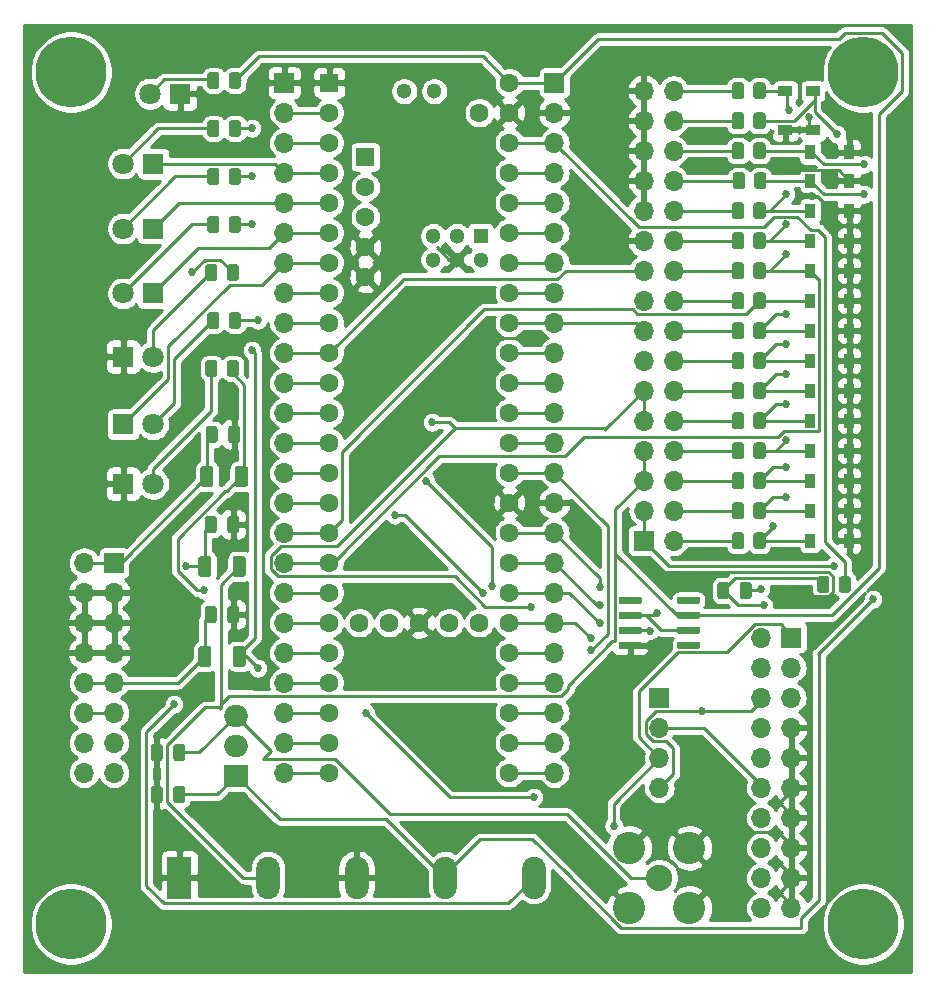
<source format=gtl>
%TF.GenerationSoftware,KiCad,Pcbnew,(5.1.4)-1*%
%TF.CreationDate,2021-11-01T00:35:55-04:00*%
%TF.ProjectId,CentralPCB,43656e74-7261-46c5-9043-422e6b696361,v01*%
%TF.SameCoordinates,Original*%
%TF.FileFunction,Copper,L1,Top*%
%TF.FilePolarity,Positive*%
%FSLAX46Y46*%
G04 Gerber Fmt 4.6, Leading zero omitted, Abs format (unit mm)*
G04 Created by KiCad (PCBNEW (5.1.4)-1) date 2021-11-01 00:35:55*
%MOMM*%
%LPD*%
G04 APERTURE LIST*
%TA.AperFunction,ComponentPad*%
%ADD10C,6.000000*%
%TD*%
%TA.AperFunction,ComponentPad*%
%ADD11O,1.700000X1.700000*%
%TD*%
%TA.AperFunction,ComponentPad*%
%ADD12R,1.700000X1.700000*%
%TD*%
%TA.AperFunction,SMDPad,CuDef*%
%ADD13R,0.900000X1.200000*%
%TD*%
%TA.AperFunction,ComponentPad*%
%ADD14R,2.000000X1.905000*%
%TD*%
%TA.AperFunction,ComponentPad*%
%ADD15O,2.000000X1.905000*%
%TD*%
%TA.AperFunction,Conductor*%
%ADD16C,0.100000*%
%TD*%
%TA.AperFunction,SMDPad,CuDef*%
%ADD17C,1.025000*%
%TD*%
%TA.AperFunction,SMDPad,CuDef*%
%ADD18C,1.000000*%
%TD*%
%TA.AperFunction,ComponentPad*%
%ADD19R,1.800000X1.800000*%
%TD*%
%TA.AperFunction,ComponentPad*%
%ADD20C,1.800000*%
%TD*%
%TA.AperFunction,ComponentPad*%
%ADD21R,2.000000X3.600000*%
%TD*%
%TA.AperFunction,ComponentPad*%
%ADD22O,2.000000X3.600000*%
%TD*%
%TA.AperFunction,ComponentPad*%
%ADD23C,2.740000*%
%TD*%
%TA.AperFunction,ComponentPad*%
%ADD24C,2.240000*%
%TD*%
%TA.AperFunction,ComponentPad*%
%ADD25C,1.300000*%
%TD*%
%TA.AperFunction,ComponentPad*%
%ADD26C,1.600000*%
%TD*%
%TA.AperFunction,ComponentPad*%
%ADD27R,1.300000X1.300000*%
%TD*%
%TA.AperFunction,ComponentPad*%
%ADD28R,1.600000X1.600000*%
%TD*%
%TA.AperFunction,SMDPad,CuDef*%
%ADD29C,0.600000*%
%TD*%
%TA.AperFunction,SMDPad,CuDef*%
%ADD30C,1.125000*%
%TD*%
%TA.AperFunction,SMDPad,CuDef*%
%ADD31R,1.200000X0.900000*%
%TD*%
%TA.AperFunction,ViaPad*%
%ADD32C,0.685800*%
%TD*%
%TA.AperFunction,Conductor*%
%ADD33C,0.254000*%
%TD*%
G04 APERTURE END LIST*
D10*
%TO.P, ,1*%
%TO.N,N/C*%
X97028000Y-102108000D03*
%TD*%
%TO.P, ,1*%
%TO.N,N/C*%
X29972000Y-102108000D03*
%TD*%
%TO.P, ,1*%
%TO.N,N/C*%
X29972000Y-29972000D03*
%TD*%
%TO.P, ,1*%
%TO.N,N/C*%
X97028000Y-29972000D03*
%TD*%
D11*
%TO.P,J2,4*%
%TO.N,CS0*%
X79759500Y-90554500D03*
%TO.P,J2,3*%
%TO.N,MOSI0*%
X79759500Y-88014500D03*
%TO.P,J2,2*%
%TO.N,MISO0*%
X79759500Y-85474500D03*
D12*
%TO.P,J2,1*%
%TO.N,SCK0*%
X79759500Y-82934500D03*
%TD*%
D13*
%TO.P,D12,2*%
%TO.N,GND*%
X95831500Y-59476500D03*
%TO.P,D12,1*%
%TO.N,DB1*%
X92531500Y-59476500D03*
%TD*%
D14*
%TO.P,U3,1*%
%TO.N,+12V*%
X43909500Y-89524500D03*
D15*
%TO.P,U3,2*%
%TO.N,GND*%
X43909500Y-86984500D03*
%TO.P,U3,3*%
%TO.N,+10V*%
X43909500Y-84444500D03*
%TD*%
D16*
%TO.N,Net-(C4-Pad1)*%
%TO.C,R4*%
G36*
X93926005Y-72643704D02*
G01*
X93950273Y-72647304D01*
X93974072Y-72653265D01*
X93997171Y-72661530D01*
X94019350Y-72672020D01*
X94040393Y-72684632D01*
X94060099Y-72699247D01*
X94078277Y-72715723D01*
X94094753Y-72733901D01*
X94109368Y-72753607D01*
X94121980Y-72774650D01*
X94132470Y-72796829D01*
X94140735Y-72819928D01*
X94146696Y-72843727D01*
X94150296Y-72867995D01*
X94151500Y-72892499D01*
X94151500Y-73792501D01*
X94150296Y-73817005D01*
X94146696Y-73841273D01*
X94140735Y-73865072D01*
X94132470Y-73888171D01*
X94121980Y-73910350D01*
X94109368Y-73931393D01*
X94094753Y-73951099D01*
X94078277Y-73969277D01*
X94060099Y-73985753D01*
X94040393Y-74000368D01*
X94019350Y-74012980D01*
X93997171Y-74023470D01*
X93974072Y-74031735D01*
X93950273Y-74037696D01*
X93926005Y-74041296D01*
X93901501Y-74042500D01*
X93376499Y-74042500D01*
X93351995Y-74041296D01*
X93327727Y-74037696D01*
X93303928Y-74031735D01*
X93280829Y-74023470D01*
X93258650Y-74012980D01*
X93237607Y-74000368D01*
X93217901Y-73985753D01*
X93199723Y-73969277D01*
X93183247Y-73951099D01*
X93168632Y-73931393D01*
X93156020Y-73910350D01*
X93145530Y-73888171D01*
X93137265Y-73865072D01*
X93131304Y-73841273D01*
X93127704Y-73817005D01*
X93126500Y-73792501D01*
X93126500Y-72892499D01*
X93127704Y-72867995D01*
X93131304Y-72843727D01*
X93137265Y-72819928D01*
X93145530Y-72796829D01*
X93156020Y-72774650D01*
X93168632Y-72753607D01*
X93183247Y-72733901D01*
X93199723Y-72715723D01*
X93217901Y-72699247D01*
X93237607Y-72684632D01*
X93258650Y-72672020D01*
X93280829Y-72661530D01*
X93303928Y-72653265D01*
X93327727Y-72647304D01*
X93351995Y-72643704D01*
X93376499Y-72642500D01*
X93901501Y-72642500D01*
X93926005Y-72643704D01*
X93926005Y-72643704D01*
G37*
D17*
%TD*%
%TO.P,R4,1*%
%TO.N,Net-(C4-Pad1)*%
X93639000Y-73342500D03*
D16*
%TO.N,Net-(J4-Pad3)*%
%TO.C,R4*%
G36*
X95751005Y-72643704D02*
G01*
X95775273Y-72647304D01*
X95799072Y-72653265D01*
X95822171Y-72661530D01*
X95844350Y-72672020D01*
X95865393Y-72684632D01*
X95885099Y-72699247D01*
X95903277Y-72715723D01*
X95919753Y-72733901D01*
X95934368Y-72753607D01*
X95946980Y-72774650D01*
X95957470Y-72796829D01*
X95965735Y-72819928D01*
X95971696Y-72843727D01*
X95975296Y-72867995D01*
X95976500Y-72892499D01*
X95976500Y-73792501D01*
X95975296Y-73817005D01*
X95971696Y-73841273D01*
X95965735Y-73865072D01*
X95957470Y-73888171D01*
X95946980Y-73910350D01*
X95934368Y-73931393D01*
X95919753Y-73951099D01*
X95903277Y-73969277D01*
X95885099Y-73985753D01*
X95865393Y-74000368D01*
X95844350Y-74012980D01*
X95822171Y-74023470D01*
X95799072Y-74031735D01*
X95775273Y-74037696D01*
X95751005Y-74041296D01*
X95726501Y-74042500D01*
X95201499Y-74042500D01*
X95176995Y-74041296D01*
X95152727Y-74037696D01*
X95128928Y-74031735D01*
X95105829Y-74023470D01*
X95083650Y-74012980D01*
X95062607Y-74000368D01*
X95042901Y-73985753D01*
X95024723Y-73969277D01*
X95008247Y-73951099D01*
X94993632Y-73931393D01*
X94981020Y-73910350D01*
X94970530Y-73888171D01*
X94962265Y-73865072D01*
X94956304Y-73841273D01*
X94952704Y-73817005D01*
X94951500Y-73792501D01*
X94951500Y-72892499D01*
X94952704Y-72867995D01*
X94956304Y-72843727D01*
X94962265Y-72819928D01*
X94970530Y-72796829D01*
X94981020Y-72774650D01*
X94993632Y-72753607D01*
X95008247Y-72733901D01*
X95024723Y-72715723D01*
X95042901Y-72699247D01*
X95062607Y-72684632D01*
X95083650Y-72672020D01*
X95105829Y-72661530D01*
X95128928Y-72653265D01*
X95152727Y-72647304D01*
X95176995Y-72643704D01*
X95201499Y-72642500D01*
X95726501Y-72642500D01*
X95751005Y-72643704D01*
X95751005Y-72643704D01*
G37*
D17*
%TD*%
%TO.P,R4,2*%
%TO.N,Net-(J4-Pad3)*%
X95464000Y-73342500D03*
D16*
%TO.N,+10V*%
%TO.C,C6*%
G36*
X39388004Y-86842704D02*
G01*
X39412273Y-86846304D01*
X39436071Y-86852265D01*
X39459171Y-86860530D01*
X39481349Y-86871020D01*
X39502393Y-86883633D01*
X39522098Y-86898247D01*
X39540277Y-86914723D01*
X39556753Y-86932902D01*
X39571367Y-86952607D01*
X39583980Y-86973651D01*
X39594470Y-86995829D01*
X39602735Y-87018929D01*
X39608696Y-87042727D01*
X39612296Y-87066996D01*
X39613500Y-87091500D01*
X39613500Y-88041500D01*
X39612296Y-88066004D01*
X39608696Y-88090273D01*
X39602735Y-88114071D01*
X39594470Y-88137171D01*
X39583980Y-88159349D01*
X39571367Y-88180393D01*
X39556753Y-88200098D01*
X39540277Y-88218277D01*
X39522098Y-88234753D01*
X39502393Y-88249367D01*
X39481349Y-88261980D01*
X39459171Y-88272470D01*
X39436071Y-88280735D01*
X39412273Y-88286696D01*
X39388004Y-88290296D01*
X39363500Y-88291500D01*
X38863500Y-88291500D01*
X38838996Y-88290296D01*
X38814727Y-88286696D01*
X38790929Y-88280735D01*
X38767829Y-88272470D01*
X38745651Y-88261980D01*
X38724607Y-88249367D01*
X38704902Y-88234753D01*
X38686723Y-88218277D01*
X38670247Y-88200098D01*
X38655633Y-88180393D01*
X38643020Y-88159349D01*
X38632530Y-88137171D01*
X38624265Y-88114071D01*
X38618304Y-88090273D01*
X38614704Y-88066004D01*
X38613500Y-88041500D01*
X38613500Y-87091500D01*
X38614704Y-87066996D01*
X38618304Y-87042727D01*
X38624265Y-87018929D01*
X38632530Y-86995829D01*
X38643020Y-86973651D01*
X38655633Y-86952607D01*
X38670247Y-86932902D01*
X38686723Y-86914723D01*
X38704902Y-86898247D01*
X38724607Y-86883633D01*
X38745651Y-86871020D01*
X38767829Y-86860530D01*
X38790929Y-86852265D01*
X38814727Y-86846304D01*
X38838996Y-86842704D01*
X38863500Y-86841500D01*
X39363500Y-86841500D01*
X39388004Y-86842704D01*
X39388004Y-86842704D01*
G37*
D18*
%TD*%
%TO.P,C6,1*%
%TO.N,+10V*%
X39113500Y-87566500D03*
D16*
%TO.N,GND*%
%TO.C,C6*%
G36*
X37488004Y-86842704D02*
G01*
X37512273Y-86846304D01*
X37536071Y-86852265D01*
X37559171Y-86860530D01*
X37581349Y-86871020D01*
X37602393Y-86883633D01*
X37622098Y-86898247D01*
X37640277Y-86914723D01*
X37656753Y-86932902D01*
X37671367Y-86952607D01*
X37683980Y-86973651D01*
X37694470Y-86995829D01*
X37702735Y-87018929D01*
X37708696Y-87042727D01*
X37712296Y-87066996D01*
X37713500Y-87091500D01*
X37713500Y-88041500D01*
X37712296Y-88066004D01*
X37708696Y-88090273D01*
X37702735Y-88114071D01*
X37694470Y-88137171D01*
X37683980Y-88159349D01*
X37671367Y-88180393D01*
X37656753Y-88200098D01*
X37640277Y-88218277D01*
X37622098Y-88234753D01*
X37602393Y-88249367D01*
X37581349Y-88261980D01*
X37559171Y-88272470D01*
X37536071Y-88280735D01*
X37512273Y-88286696D01*
X37488004Y-88290296D01*
X37463500Y-88291500D01*
X36963500Y-88291500D01*
X36938996Y-88290296D01*
X36914727Y-88286696D01*
X36890929Y-88280735D01*
X36867829Y-88272470D01*
X36845651Y-88261980D01*
X36824607Y-88249367D01*
X36804902Y-88234753D01*
X36786723Y-88218277D01*
X36770247Y-88200098D01*
X36755633Y-88180393D01*
X36743020Y-88159349D01*
X36732530Y-88137171D01*
X36724265Y-88114071D01*
X36718304Y-88090273D01*
X36714704Y-88066004D01*
X36713500Y-88041500D01*
X36713500Y-87091500D01*
X36714704Y-87066996D01*
X36718304Y-87042727D01*
X36724265Y-87018929D01*
X36732530Y-86995829D01*
X36743020Y-86973651D01*
X36755633Y-86952607D01*
X36770247Y-86932902D01*
X36786723Y-86914723D01*
X36804902Y-86898247D01*
X36824607Y-86883633D01*
X36845651Y-86871020D01*
X36867829Y-86860530D01*
X36890929Y-86852265D01*
X36914727Y-86846304D01*
X36938996Y-86842704D01*
X36963500Y-86841500D01*
X37463500Y-86841500D01*
X37488004Y-86842704D01*
X37488004Y-86842704D01*
G37*
D18*
%TD*%
%TO.P,C6,2*%
%TO.N,GND*%
X37213500Y-87566500D03*
D16*
%TO.N,+12V*%
%TO.C,C5*%
G36*
X39388004Y-90398704D02*
G01*
X39412273Y-90402304D01*
X39436071Y-90408265D01*
X39459171Y-90416530D01*
X39481349Y-90427020D01*
X39502393Y-90439633D01*
X39522098Y-90454247D01*
X39540277Y-90470723D01*
X39556753Y-90488902D01*
X39571367Y-90508607D01*
X39583980Y-90529651D01*
X39594470Y-90551829D01*
X39602735Y-90574929D01*
X39608696Y-90598727D01*
X39612296Y-90622996D01*
X39613500Y-90647500D01*
X39613500Y-91597500D01*
X39612296Y-91622004D01*
X39608696Y-91646273D01*
X39602735Y-91670071D01*
X39594470Y-91693171D01*
X39583980Y-91715349D01*
X39571367Y-91736393D01*
X39556753Y-91756098D01*
X39540277Y-91774277D01*
X39522098Y-91790753D01*
X39502393Y-91805367D01*
X39481349Y-91817980D01*
X39459171Y-91828470D01*
X39436071Y-91836735D01*
X39412273Y-91842696D01*
X39388004Y-91846296D01*
X39363500Y-91847500D01*
X38863500Y-91847500D01*
X38838996Y-91846296D01*
X38814727Y-91842696D01*
X38790929Y-91836735D01*
X38767829Y-91828470D01*
X38745651Y-91817980D01*
X38724607Y-91805367D01*
X38704902Y-91790753D01*
X38686723Y-91774277D01*
X38670247Y-91756098D01*
X38655633Y-91736393D01*
X38643020Y-91715349D01*
X38632530Y-91693171D01*
X38624265Y-91670071D01*
X38618304Y-91646273D01*
X38614704Y-91622004D01*
X38613500Y-91597500D01*
X38613500Y-90647500D01*
X38614704Y-90622996D01*
X38618304Y-90598727D01*
X38624265Y-90574929D01*
X38632530Y-90551829D01*
X38643020Y-90529651D01*
X38655633Y-90508607D01*
X38670247Y-90488902D01*
X38686723Y-90470723D01*
X38704902Y-90454247D01*
X38724607Y-90439633D01*
X38745651Y-90427020D01*
X38767829Y-90416530D01*
X38790929Y-90408265D01*
X38814727Y-90402304D01*
X38838996Y-90398704D01*
X38863500Y-90397500D01*
X39363500Y-90397500D01*
X39388004Y-90398704D01*
X39388004Y-90398704D01*
G37*
D18*
%TD*%
%TO.P,C5,1*%
%TO.N,+12V*%
X39113500Y-91122500D03*
D16*
%TO.N,GND*%
%TO.C,C5*%
G36*
X37488004Y-90398704D02*
G01*
X37512273Y-90402304D01*
X37536071Y-90408265D01*
X37559171Y-90416530D01*
X37581349Y-90427020D01*
X37602393Y-90439633D01*
X37622098Y-90454247D01*
X37640277Y-90470723D01*
X37656753Y-90488902D01*
X37671367Y-90508607D01*
X37683980Y-90529651D01*
X37694470Y-90551829D01*
X37702735Y-90574929D01*
X37708696Y-90598727D01*
X37712296Y-90622996D01*
X37713500Y-90647500D01*
X37713500Y-91597500D01*
X37712296Y-91622004D01*
X37708696Y-91646273D01*
X37702735Y-91670071D01*
X37694470Y-91693171D01*
X37683980Y-91715349D01*
X37671367Y-91736393D01*
X37656753Y-91756098D01*
X37640277Y-91774277D01*
X37622098Y-91790753D01*
X37602393Y-91805367D01*
X37581349Y-91817980D01*
X37559171Y-91828470D01*
X37536071Y-91836735D01*
X37512273Y-91842696D01*
X37488004Y-91846296D01*
X37463500Y-91847500D01*
X36963500Y-91847500D01*
X36938996Y-91846296D01*
X36914727Y-91842696D01*
X36890929Y-91836735D01*
X36867829Y-91828470D01*
X36845651Y-91817980D01*
X36824607Y-91805367D01*
X36804902Y-91790753D01*
X36786723Y-91774277D01*
X36770247Y-91756098D01*
X36755633Y-91736393D01*
X36743020Y-91715349D01*
X36732530Y-91693171D01*
X36724265Y-91670071D01*
X36718304Y-91646273D01*
X36714704Y-91622004D01*
X36713500Y-91597500D01*
X36713500Y-90647500D01*
X36714704Y-90622996D01*
X36718304Y-90598727D01*
X36724265Y-90574929D01*
X36732530Y-90551829D01*
X36743020Y-90529651D01*
X36755633Y-90508607D01*
X36770247Y-90488902D01*
X36786723Y-90470723D01*
X36804902Y-90454247D01*
X36824607Y-90439633D01*
X36845651Y-90427020D01*
X36867829Y-90416530D01*
X36890929Y-90408265D01*
X36914727Y-90402304D01*
X36938996Y-90398704D01*
X36963500Y-90397500D01*
X37463500Y-90397500D01*
X37488004Y-90398704D01*
X37488004Y-90398704D01*
G37*
D18*
%TD*%
%TO.P,C5,2*%
%TO.N,GND*%
X37213500Y-91122500D03*
D16*
%TO.N,Net-(C4-Pad1)*%
%TO.C,C4*%
G36*
X85441005Y-73126704D02*
G01*
X85465274Y-73130304D01*
X85489072Y-73136265D01*
X85512172Y-73144530D01*
X85534350Y-73155020D01*
X85555394Y-73167633D01*
X85575099Y-73182247D01*
X85593278Y-73198723D01*
X85609754Y-73216902D01*
X85624368Y-73236607D01*
X85636981Y-73257651D01*
X85647471Y-73279829D01*
X85655736Y-73302929D01*
X85661697Y-73326727D01*
X85665297Y-73350996D01*
X85666501Y-73375500D01*
X85666501Y-74325500D01*
X85665297Y-74350004D01*
X85661697Y-74374273D01*
X85655736Y-74398071D01*
X85647471Y-74421171D01*
X85636981Y-74443349D01*
X85624368Y-74464393D01*
X85609754Y-74484098D01*
X85593278Y-74502277D01*
X85575099Y-74518753D01*
X85555394Y-74533367D01*
X85534350Y-74545980D01*
X85512172Y-74556470D01*
X85489072Y-74564735D01*
X85465274Y-74570696D01*
X85441005Y-74574296D01*
X85416501Y-74575500D01*
X84916501Y-74575500D01*
X84891997Y-74574296D01*
X84867728Y-74570696D01*
X84843930Y-74564735D01*
X84820830Y-74556470D01*
X84798652Y-74545980D01*
X84777608Y-74533367D01*
X84757903Y-74518753D01*
X84739724Y-74502277D01*
X84723248Y-74484098D01*
X84708634Y-74464393D01*
X84696021Y-74443349D01*
X84685531Y-74421171D01*
X84677266Y-74398071D01*
X84671305Y-74374273D01*
X84667705Y-74350004D01*
X84666501Y-74325500D01*
X84666501Y-73375500D01*
X84667705Y-73350996D01*
X84671305Y-73326727D01*
X84677266Y-73302929D01*
X84685531Y-73279829D01*
X84696021Y-73257651D01*
X84708634Y-73236607D01*
X84723248Y-73216902D01*
X84739724Y-73198723D01*
X84757903Y-73182247D01*
X84777608Y-73167633D01*
X84798652Y-73155020D01*
X84820830Y-73144530D01*
X84843930Y-73136265D01*
X84867728Y-73130304D01*
X84891997Y-73126704D01*
X84916501Y-73125500D01*
X85416501Y-73125500D01*
X85441005Y-73126704D01*
X85441005Y-73126704D01*
G37*
D18*
%TD*%
%TO.P,C4,1*%
%TO.N,Net-(C4-Pad1)*%
X85166501Y-73850500D03*
D16*
%TO.N,+3V3*%
%TO.C,C4*%
G36*
X87341005Y-73126704D02*
G01*
X87365274Y-73130304D01*
X87389072Y-73136265D01*
X87412172Y-73144530D01*
X87434350Y-73155020D01*
X87455394Y-73167633D01*
X87475099Y-73182247D01*
X87493278Y-73198723D01*
X87509754Y-73216902D01*
X87524368Y-73236607D01*
X87536981Y-73257651D01*
X87547471Y-73279829D01*
X87555736Y-73302929D01*
X87561697Y-73326727D01*
X87565297Y-73350996D01*
X87566501Y-73375500D01*
X87566501Y-74325500D01*
X87565297Y-74350004D01*
X87561697Y-74374273D01*
X87555736Y-74398071D01*
X87547471Y-74421171D01*
X87536981Y-74443349D01*
X87524368Y-74464393D01*
X87509754Y-74484098D01*
X87493278Y-74502277D01*
X87475099Y-74518753D01*
X87455394Y-74533367D01*
X87434350Y-74545980D01*
X87412172Y-74556470D01*
X87389072Y-74564735D01*
X87365274Y-74570696D01*
X87341005Y-74574296D01*
X87316501Y-74575500D01*
X86816501Y-74575500D01*
X86791997Y-74574296D01*
X86767728Y-74570696D01*
X86743930Y-74564735D01*
X86720830Y-74556470D01*
X86698652Y-74545980D01*
X86677608Y-74533367D01*
X86657903Y-74518753D01*
X86639724Y-74502277D01*
X86623248Y-74484098D01*
X86608634Y-74464393D01*
X86596021Y-74443349D01*
X86585531Y-74421171D01*
X86577266Y-74398071D01*
X86571305Y-74374273D01*
X86567705Y-74350004D01*
X86566501Y-74325500D01*
X86566501Y-73375500D01*
X86567705Y-73350996D01*
X86571305Y-73326727D01*
X86577266Y-73302929D01*
X86585531Y-73279829D01*
X86596021Y-73257651D01*
X86608634Y-73236607D01*
X86623248Y-73216902D01*
X86639724Y-73198723D01*
X86657903Y-73182247D01*
X86677608Y-73167633D01*
X86698652Y-73155020D01*
X86720830Y-73144530D01*
X86743930Y-73136265D01*
X86767728Y-73130304D01*
X86791997Y-73126704D01*
X86816501Y-73125500D01*
X87316501Y-73125500D01*
X87341005Y-73126704D01*
X87341005Y-73126704D01*
G37*
D18*
%TD*%
%TO.P,C4,2*%
%TO.N,+3V3*%
X87066501Y-73850500D03*
D16*
%TO.N,Net-(C3-Pad1)*%
%TO.C,C3*%
G36*
X42060004Y-75158704D02*
G01*
X42084273Y-75162304D01*
X42108071Y-75168265D01*
X42131171Y-75176530D01*
X42153349Y-75187020D01*
X42174393Y-75199633D01*
X42194098Y-75214247D01*
X42212277Y-75230723D01*
X42228753Y-75248902D01*
X42243367Y-75268607D01*
X42255980Y-75289651D01*
X42266470Y-75311829D01*
X42274735Y-75334929D01*
X42280696Y-75358727D01*
X42284296Y-75382996D01*
X42285500Y-75407500D01*
X42285500Y-76357500D01*
X42284296Y-76382004D01*
X42280696Y-76406273D01*
X42274735Y-76430071D01*
X42266470Y-76453171D01*
X42255980Y-76475349D01*
X42243367Y-76496393D01*
X42228753Y-76516098D01*
X42212277Y-76534277D01*
X42194098Y-76550753D01*
X42174393Y-76565367D01*
X42153349Y-76577980D01*
X42131171Y-76588470D01*
X42108071Y-76596735D01*
X42084273Y-76602696D01*
X42060004Y-76606296D01*
X42035500Y-76607500D01*
X41535500Y-76607500D01*
X41510996Y-76606296D01*
X41486727Y-76602696D01*
X41462929Y-76596735D01*
X41439829Y-76588470D01*
X41417651Y-76577980D01*
X41396607Y-76565367D01*
X41376902Y-76550753D01*
X41358723Y-76534277D01*
X41342247Y-76516098D01*
X41327633Y-76496393D01*
X41315020Y-76475349D01*
X41304530Y-76453171D01*
X41296265Y-76430071D01*
X41290304Y-76406273D01*
X41286704Y-76382004D01*
X41285500Y-76357500D01*
X41285500Y-75407500D01*
X41286704Y-75382996D01*
X41290304Y-75358727D01*
X41296265Y-75334929D01*
X41304530Y-75311829D01*
X41315020Y-75289651D01*
X41327633Y-75268607D01*
X41342247Y-75248902D01*
X41358723Y-75230723D01*
X41376902Y-75214247D01*
X41396607Y-75199633D01*
X41417651Y-75187020D01*
X41439829Y-75176530D01*
X41462929Y-75168265D01*
X41486727Y-75162304D01*
X41510996Y-75158704D01*
X41535500Y-75157500D01*
X42035500Y-75157500D01*
X42060004Y-75158704D01*
X42060004Y-75158704D01*
G37*
D18*
%TD*%
%TO.P,C3,1*%
%TO.N,Net-(C3-Pad1)*%
X41785500Y-75882500D03*
D16*
%TO.N,GND*%
%TO.C,C3*%
G36*
X43960004Y-75158704D02*
G01*
X43984273Y-75162304D01*
X44008071Y-75168265D01*
X44031171Y-75176530D01*
X44053349Y-75187020D01*
X44074393Y-75199633D01*
X44094098Y-75214247D01*
X44112277Y-75230723D01*
X44128753Y-75248902D01*
X44143367Y-75268607D01*
X44155980Y-75289651D01*
X44166470Y-75311829D01*
X44174735Y-75334929D01*
X44180696Y-75358727D01*
X44184296Y-75382996D01*
X44185500Y-75407500D01*
X44185500Y-76357500D01*
X44184296Y-76382004D01*
X44180696Y-76406273D01*
X44174735Y-76430071D01*
X44166470Y-76453171D01*
X44155980Y-76475349D01*
X44143367Y-76496393D01*
X44128753Y-76516098D01*
X44112277Y-76534277D01*
X44094098Y-76550753D01*
X44074393Y-76565367D01*
X44053349Y-76577980D01*
X44031171Y-76588470D01*
X44008071Y-76596735D01*
X43984273Y-76602696D01*
X43960004Y-76606296D01*
X43935500Y-76607500D01*
X43435500Y-76607500D01*
X43410996Y-76606296D01*
X43386727Y-76602696D01*
X43362929Y-76596735D01*
X43339829Y-76588470D01*
X43317651Y-76577980D01*
X43296607Y-76565367D01*
X43276902Y-76550753D01*
X43258723Y-76534277D01*
X43242247Y-76516098D01*
X43227633Y-76496393D01*
X43215020Y-76475349D01*
X43204530Y-76453171D01*
X43196265Y-76430071D01*
X43190304Y-76406273D01*
X43186704Y-76382004D01*
X43185500Y-76357500D01*
X43185500Y-75407500D01*
X43186704Y-75382996D01*
X43190304Y-75358727D01*
X43196265Y-75334929D01*
X43204530Y-75311829D01*
X43215020Y-75289651D01*
X43227633Y-75268607D01*
X43242247Y-75248902D01*
X43258723Y-75230723D01*
X43276902Y-75214247D01*
X43296607Y-75199633D01*
X43317651Y-75187020D01*
X43339829Y-75176530D01*
X43362929Y-75168265D01*
X43386727Y-75162304D01*
X43410996Y-75158704D01*
X43435500Y-75157500D01*
X43935500Y-75157500D01*
X43960004Y-75158704D01*
X43960004Y-75158704D01*
G37*
D18*
%TD*%
%TO.P,C3,2*%
%TO.N,GND*%
X43685500Y-75882500D03*
D16*
%TO.N,Net-(C2-Pad1)*%
%TO.C,C2*%
G36*
X42060004Y-67538704D02*
G01*
X42084273Y-67542304D01*
X42108071Y-67548265D01*
X42131171Y-67556530D01*
X42153349Y-67567020D01*
X42174393Y-67579633D01*
X42194098Y-67594247D01*
X42212277Y-67610723D01*
X42228753Y-67628902D01*
X42243367Y-67648607D01*
X42255980Y-67669651D01*
X42266470Y-67691829D01*
X42274735Y-67714929D01*
X42280696Y-67738727D01*
X42284296Y-67762996D01*
X42285500Y-67787500D01*
X42285500Y-68737500D01*
X42284296Y-68762004D01*
X42280696Y-68786273D01*
X42274735Y-68810071D01*
X42266470Y-68833171D01*
X42255980Y-68855349D01*
X42243367Y-68876393D01*
X42228753Y-68896098D01*
X42212277Y-68914277D01*
X42194098Y-68930753D01*
X42174393Y-68945367D01*
X42153349Y-68957980D01*
X42131171Y-68968470D01*
X42108071Y-68976735D01*
X42084273Y-68982696D01*
X42060004Y-68986296D01*
X42035500Y-68987500D01*
X41535500Y-68987500D01*
X41510996Y-68986296D01*
X41486727Y-68982696D01*
X41462929Y-68976735D01*
X41439829Y-68968470D01*
X41417651Y-68957980D01*
X41396607Y-68945367D01*
X41376902Y-68930753D01*
X41358723Y-68914277D01*
X41342247Y-68896098D01*
X41327633Y-68876393D01*
X41315020Y-68855349D01*
X41304530Y-68833171D01*
X41296265Y-68810071D01*
X41290304Y-68786273D01*
X41286704Y-68762004D01*
X41285500Y-68737500D01*
X41285500Y-67787500D01*
X41286704Y-67762996D01*
X41290304Y-67738727D01*
X41296265Y-67714929D01*
X41304530Y-67691829D01*
X41315020Y-67669651D01*
X41327633Y-67648607D01*
X41342247Y-67628902D01*
X41358723Y-67610723D01*
X41376902Y-67594247D01*
X41396607Y-67579633D01*
X41417651Y-67567020D01*
X41439829Y-67556530D01*
X41462929Y-67548265D01*
X41486727Y-67542304D01*
X41510996Y-67538704D01*
X41535500Y-67537500D01*
X42035500Y-67537500D01*
X42060004Y-67538704D01*
X42060004Y-67538704D01*
G37*
D18*
%TD*%
%TO.P,C2,1*%
%TO.N,Net-(C2-Pad1)*%
X41785500Y-68262500D03*
D16*
%TO.N,GND*%
%TO.C,C2*%
G36*
X43960004Y-67538704D02*
G01*
X43984273Y-67542304D01*
X44008071Y-67548265D01*
X44031171Y-67556530D01*
X44053349Y-67567020D01*
X44074393Y-67579633D01*
X44094098Y-67594247D01*
X44112277Y-67610723D01*
X44128753Y-67628902D01*
X44143367Y-67648607D01*
X44155980Y-67669651D01*
X44166470Y-67691829D01*
X44174735Y-67714929D01*
X44180696Y-67738727D01*
X44184296Y-67762996D01*
X44185500Y-67787500D01*
X44185500Y-68737500D01*
X44184296Y-68762004D01*
X44180696Y-68786273D01*
X44174735Y-68810071D01*
X44166470Y-68833171D01*
X44155980Y-68855349D01*
X44143367Y-68876393D01*
X44128753Y-68896098D01*
X44112277Y-68914277D01*
X44094098Y-68930753D01*
X44074393Y-68945367D01*
X44053349Y-68957980D01*
X44031171Y-68968470D01*
X44008071Y-68976735D01*
X43984273Y-68982696D01*
X43960004Y-68986296D01*
X43935500Y-68987500D01*
X43435500Y-68987500D01*
X43410996Y-68986296D01*
X43386727Y-68982696D01*
X43362929Y-68976735D01*
X43339829Y-68968470D01*
X43317651Y-68957980D01*
X43296607Y-68945367D01*
X43276902Y-68930753D01*
X43258723Y-68914277D01*
X43242247Y-68896098D01*
X43227633Y-68876393D01*
X43215020Y-68855349D01*
X43204530Y-68833171D01*
X43196265Y-68810071D01*
X43190304Y-68786273D01*
X43186704Y-68762004D01*
X43185500Y-68737500D01*
X43185500Y-67787500D01*
X43186704Y-67762996D01*
X43190304Y-67738727D01*
X43196265Y-67714929D01*
X43204530Y-67691829D01*
X43215020Y-67669651D01*
X43227633Y-67648607D01*
X43242247Y-67628902D01*
X43258723Y-67610723D01*
X43276902Y-67594247D01*
X43296607Y-67579633D01*
X43317651Y-67567020D01*
X43339829Y-67556530D01*
X43362929Y-67548265D01*
X43386727Y-67542304D01*
X43410996Y-67538704D01*
X43435500Y-67537500D01*
X43935500Y-67537500D01*
X43960004Y-67538704D01*
X43960004Y-67538704D01*
G37*
D18*
%TD*%
%TO.P,C2,2*%
%TO.N,GND*%
X43685500Y-68262500D03*
D16*
%TO.N,Net-(C1-Pad1)*%
%TO.C,C1*%
G36*
X42126004Y-59918704D02*
G01*
X42150273Y-59922304D01*
X42174071Y-59928265D01*
X42197171Y-59936530D01*
X42219349Y-59947020D01*
X42240393Y-59959633D01*
X42260098Y-59974247D01*
X42278277Y-59990723D01*
X42294753Y-60008902D01*
X42309367Y-60028607D01*
X42321980Y-60049651D01*
X42332470Y-60071829D01*
X42340735Y-60094929D01*
X42346696Y-60118727D01*
X42350296Y-60142996D01*
X42351500Y-60167500D01*
X42351500Y-61117500D01*
X42350296Y-61142004D01*
X42346696Y-61166273D01*
X42340735Y-61190071D01*
X42332470Y-61213171D01*
X42321980Y-61235349D01*
X42309367Y-61256393D01*
X42294753Y-61276098D01*
X42278277Y-61294277D01*
X42260098Y-61310753D01*
X42240393Y-61325367D01*
X42219349Y-61337980D01*
X42197171Y-61348470D01*
X42174071Y-61356735D01*
X42150273Y-61362696D01*
X42126004Y-61366296D01*
X42101500Y-61367500D01*
X41601500Y-61367500D01*
X41576996Y-61366296D01*
X41552727Y-61362696D01*
X41528929Y-61356735D01*
X41505829Y-61348470D01*
X41483651Y-61337980D01*
X41462607Y-61325367D01*
X41442902Y-61310753D01*
X41424723Y-61294277D01*
X41408247Y-61276098D01*
X41393633Y-61256393D01*
X41381020Y-61235349D01*
X41370530Y-61213171D01*
X41362265Y-61190071D01*
X41356304Y-61166273D01*
X41352704Y-61142004D01*
X41351500Y-61117500D01*
X41351500Y-60167500D01*
X41352704Y-60142996D01*
X41356304Y-60118727D01*
X41362265Y-60094929D01*
X41370530Y-60071829D01*
X41381020Y-60049651D01*
X41393633Y-60028607D01*
X41408247Y-60008902D01*
X41424723Y-59990723D01*
X41442902Y-59974247D01*
X41462607Y-59959633D01*
X41483651Y-59947020D01*
X41505829Y-59936530D01*
X41528929Y-59928265D01*
X41552727Y-59922304D01*
X41576996Y-59918704D01*
X41601500Y-59917500D01*
X42101500Y-59917500D01*
X42126004Y-59918704D01*
X42126004Y-59918704D01*
G37*
D18*
%TD*%
%TO.P,C1,1*%
%TO.N,Net-(C1-Pad1)*%
X41851500Y-60642500D03*
D16*
%TO.N,GND*%
%TO.C,C1*%
G36*
X44026004Y-59918704D02*
G01*
X44050273Y-59922304D01*
X44074071Y-59928265D01*
X44097171Y-59936530D01*
X44119349Y-59947020D01*
X44140393Y-59959633D01*
X44160098Y-59974247D01*
X44178277Y-59990723D01*
X44194753Y-60008902D01*
X44209367Y-60028607D01*
X44221980Y-60049651D01*
X44232470Y-60071829D01*
X44240735Y-60094929D01*
X44246696Y-60118727D01*
X44250296Y-60142996D01*
X44251500Y-60167500D01*
X44251500Y-61117500D01*
X44250296Y-61142004D01*
X44246696Y-61166273D01*
X44240735Y-61190071D01*
X44232470Y-61213171D01*
X44221980Y-61235349D01*
X44209367Y-61256393D01*
X44194753Y-61276098D01*
X44178277Y-61294277D01*
X44160098Y-61310753D01*
X44140393Y-61325367D01*
X44119349Y-61337980D01*
X44097171Y-61348470D01*
X44074071Y-61356735D01*
X44050273Y-61362696D01*
X44026004Y-61366296D01*
X44001500Y-61367500D01*
X43501500Y-61367500D01*
X43476996Y-61366296D01*
X43452727Y-61362696D01*
X43428929Y-61356735D01*
X43405829Y-61348470D01*
X43383651Y-61337980D01*
X43362607Y-61325367D01*
X43342902Y-61310753D01*
X43324723Y-61294277D01*
X43308247Y-61276098D01*
X43293633Y-61256393D01*
X43281020Y-61235349D01*
X43270530Y-61213171D01*
X43262265Y-61190071D01*
X43256304Y-61166273D01*
X43252704Y-61142004D01*
X43251500Y-61117500D01*
X43251500Y-60167500D01*
X43252704Y-60142996D01*
X43256304Y-60118727D01*
X43262265Y-60094929D01*
X43270530Y-60071829D01*
X43281020Y-60049651D01*
X43293633Y-60028607D01*
X43308247Y-60008902D01*
X43324723Y-59990723D01*
X43342902Y-59974247D01*
X43362607Y-59959633D01*
X43383651Y-59947020D01*
X43405829Y-59936530D01*
X43428929Y-59928265D01*
X43452727Y-59922304D01*
X43476996Y-59918704D01*
X43501500Y-59917500D01*
X44001500Y-59917500D01*
X44026004Y-59918704D01*
X44026004Y-59918704D01*
G37*
D18*
%TD*%
%TO.P,C1,2*%
%TO.N,GND*%
X43751500Y-60642500D03*
D16*
%TO.N,DD4*%
%TO.C,R24*%
G36*
X88523005Y-30837704D02*
G01*
X88547273Y-30841304D01*
X88571072Y-30847265D01*
X88594171Y-30855530D01*
X88616350Y-30866020D01*
X88637393Y-30878632D01*
X88657099Y-30893247D01*
X88675277Y-30909723D01*
X88691753Y-30927901D01*
X88706368Y-30947607D01*
X88718980Y-30968650D01*
X88729470Y-30990829D01*
X88737735Y-31013928D01*
X88743696Y-31037727D01*
X88747296Y-31061995D01*
X88748500Y-31086499D01*
X88748500Y-31986501D01*
X88747296Y-32011005D01*
X88743696Y-32035273D01*
X88737735Y-32059072D01*
X88729470Y-32082171D01*
X88718980Y-32104350D01*
X88706368Y-32125393D01*
X88691753Y-32145099D01*
X88675277Y-32163277D01*
X88657099Y-32179753D01*
X88637393Y-32194368D01*
X88616350Y-32206980D01*
X88594171Y-32217470D01*
X88571072Y-32225735D01*
X88547273Y-32231696D01*
X88523005Y-32235296D01*
X88498501Y-32236500D01*
X87973499Y-32236500D01*
X87948995Y-32235296D01*
X87924727Y-32231696D01*
X87900928Y-32225735D01*
X87877829Y-32217470D01*
X87855650Y-32206980D01*
X87834607Y-32194368D01*
X87814901Y-32179753D01*
X87796723Y-32163277D01*
X87780247Y-32145099D01*
X87765632Y-32125393D01*
X87753020Y-32104350D01*
X87742530Y-32082171D01*
X87734265Y-32059072D01*
X87728304Y-32035273D01*
X87724704Y-32011005D01*
X87723500Y-31986501D01*
X87723500Y-31086499D01*
X87724704Y-31061995D01*
X87728304Y-31037727D01*
X87734265Y-31013928D01*
X87742530Y-30990829D01*
X87753020Y-30968650D01*
X87765632Y-30947607D01*
X87780247Y-30927901D01*
X87796723Y-30909723D01*
X87814901Y-30893247D01*
X87834607Y-30878632D01*
X87855650Y-30866020D01*
X87877829Y-30855530D01*
X87900928Y-30847265D01*
X87924727Y-30841304D01*
X87948995Y-30837704D01*
X87973499Y-30836500D01*
X88498501Y-30836500D01*
X88523005Y-30837704D01*
X88523005Y-30837704D01*
G37*
D17*
%TD*%
%TO.P,R24,2*%
%TO.N,DD4*%
X88236000Y-31536500D03*
D16*
%TO.N,Net-(J5-Pad32)*%
%TO.C,R24*%
G36*
X86698005Y-30837704D02*
G01*
X86722273Y-30841304D01*
X86746072Y-30847265D01*
X86769171Y-30855530D01*
X86791350Y-30866020D01*
X86812393Y-30878632D01*
X86832099Y-30893247D01*
X86850277Y-30909723D01*
X86866753Y-30927901D01*
X86881368Y-30947607D01*
X86893980Y-30968650D01*
X86904470Y-30990829D01*
X86912735Y-31013928D01*
X86918696Y-31037727D01*
X86922296Y-31061995D01*
X86923500Y-31086499D01*
X86923500Y-31986501D01*
X86922296Y-32011005D01*
X86918696Y-32035273D01*
X86912735Y-32059072D01*
X86904470Y-32082171D01*
X86893980Y-32104350D01*
X86881368Y-32125393D01*
X86866753Y-32145099D01*
X86850277Y-32163277D01*
X86832099Y-32179753D01*
X86812393Y-32194368D01*
X86791350Y-32206980D01*
X86769171Y-32217470D01*
X86746072Y-32225735D01*
X86722273Y-32231696D01*
X86698005Y-32235296D01*
X86673501Y-32236500D01*
X86148499Y-32236500D01*
X86123995Y-32235296D01*
X86099727Y-32231696D01*
X86075928Y-32225735D01*
X86052829Y-32217470D01*
X86030650Y-32206980D01*
X86009607Y-32194368D01*
X85989901Y-32179753D01*
X85971723Y-32163277D01*
X85955247Y-32145099D01*
X85940632Y-32125393D01*
X85928020Y-32104350D01*
X85917530Y-32082171D01*
X85909265Y-32059072D01*
X85903304Y-32035273D01*
X85899704Y-32011005D01*
X85898500Y-31986501D01*
X85898500Y-31086499D01*
X85899704Y-31061995D01*
X85903304Y-31037727D01*
X85909265Y-31013928D01*
X85917530Y-30990829D01*
X85928020Y-30968650D01*
X85940632Y-30947607D01*
X85955247Y-30927901D01*
X85971723Y-30909723D01*
X85989901Y-30893247D01*
X86009607Y-30878632D01*
X86030650Y-30866020D01*
X86052829Y-30855530D01*
X86075928Y-30847265D01*
X86099727Y-30841304D01*
X86123995Y-30837704D01*
X86148499Y-30836500D01*
X86673501Y-30836500D01*
X86698005Y-30837704D01*
X86698005Y-30837704D01*
G37*
D17*
%TD*%
%TO.P,R24,1*%
%TO.N,Net-(J5-Pad32)*%
X86411000Y-31536500D03*
D16*
%TO.N,-12V*%
%TO.C,R1*%
G36*
X43935005Y-54355704D02*
G01*
X43959273Y-54359304D01*
X43983072Y-54365265D01*
X44006171Y-54373530D01*
X44028350Y-54384020D01*
X44049393Y-54396632D01*
X44069099Y-54411247D01*
X44087277Y-54427723D01*
X44103753Y-54445901D01*
X44118368Y-54465607D01*
X44130980Y-54486650D01*
X44141470Y-54508829D01*
X44149735Y-54531928D01*
X44155696Y-54555727D01*
X44159296Y-54579995D01*
X44160500Y-54604499D01*
X44160500Y-55504501D01*
X44159296Y-55529005D01*
X44155696Y-55553273D01*
X44149735Y-55577072D01*
X44141470Y-55600171D01*
X44130980Y-55622350D01*
X44118368Y-55643393D01*
X44103753Y-55663099D01*
X44087277Y-55681277D01*
X44069099Y-55697753D01*
X44049393Y-55712368D01*
X44028350Y-55724980D01*
X44006171Y-55735470D01*
X43983072Y-55743735D01*
X43959273Y-55749696D01*
X43935005Y-55753296D01*
X43910501Y-55754500D01*
X43385499Y-55754500D01*
X43360995Y-55753296D01*
X43336727Y-55749696D01*
X43312928Y-55743735D01*
X43289829Y-55735470D01*
X43267650Y-55724980D01*
X43246607Y-55712368D01*
X43226901Y-55697753D01*
X43208723Y-55681277D01*
X43192247Y-55663099D01*
X43177632Y-55643393D01*
X43165020Y-55622350D01*
X43154530Y-55600171D01*
X43146265Y-55577072D01*
X43140304Y-55553273D01*
X43136704Y-55529005D01*
X43135500Y-55504501D01*
X43135500Y-54604499D01*
X43136704Y-54579995D01*
X43140304Y-54555727D01*
X43146265Y-54531928D01*
X43154530Y-54508829D01*
X43165020Y-54486650D01*
X43177632Y-54465607D01*
X43192247Y-54445901D01*
X43208723Y-54427723D01*
X43226901Y-54411247D01*
X43246607Y-54396632D01*
X43267650Y-54384020D01*
X43289829Y-54373530D01*
X43312928Y-54365265D01*
X43336727Y-54359304D01*
X43360995Y-54355704D01*
X43385499Y-54354500D01*
X43910501Y-54354500D01*
X43935005Y-54355704D01*
X43935005Y-54355704D01*
G37*
D17*
%TD*%
%TO.P,R1,1*%
%TO.N,-12V*%
X43648000Y-55054500D03*
D16*
%TO.N,Net-(D1-Pad2)*%
%TO.C,R1*%
G36*
X42110005Y-54355704D02*
G01*
X42134273Y-54359304D01*
X42158072Y-54365265D01*
X42181171Y-54373530D01*
X42203350Y-54384020D01*
X42224393Y-54396632D01*
X42244099Y-54411247D01*
X42262277Y-54427723D01*
X42278753Y-54445901D01*
X42293368Y-54465607D01*
X42305980Y-54486650D01*
X42316470Y-54508829D01*
X42324735Y-54531928D01*
X42330696Y-54555727D01*
X42334296Y-54579995D01*
X42335500Y-54604499D01*
X42335500Y-55504501D01*
X42334296Y-55529005D01*
X42330696Y-55553273D01*
X42324735Y-55577072D01*
X42316470Y-55600171D01*
X42305980Y-55622350D01*
X42293368Y-55643393D01*
X42278753Y-55663099D01*
X42262277Y-55681277D01*
X42244099Y-55697753D01*
X42224393Y-55712368D01*
X42203350Y-55724980D01*
X42181171Y-55735470D01*
X42158072Y-55743735D01*
X42134273Y-55749696D01*
X42110005Y-55753296D01*
X42085501Y-55754500D01*
X41560499Y-55754500D01*
X41535995Y-55753296D01*
X41511727Y-55749696D01*
X41487928Y-55743735D01*
X41464829Y-55735470D01*
X41442650Y-55724980D01*
X41421607Y-55712368D01*
X41401901Y-55697753D01*
X41383723Y-55681277D01*
X41367247Y-55663099D01*
X41352632Y-55643393D01*
X41340020Y-55622350D01*
X41329530Y-55600171D01*
X41321265Y-55577072D01*
X41315304Y-55553273D01*
X41311704Y-55529005D01*
X41310500Y-55504501D01*
X41310500Y-54604499D01*
X41311704Y-54579995D01*
X41315304Y-54555727D01*
X41321265Y-54531928D01*
X41329530Y-54508829D01*
X41340020Y-54486650D01*
X41352632Y-54465607D01*
X41367247Y-54445901D01*
X41383723Y-54427723D01*
X41401901Y-54411247D01*
X41421607Y-54396632D01*
X41442650Y-54384020D01*
X41464829Y-54373530D01*
X41487928Y-54365265D01*
X41511727Y-54359304D01*
X41535995Y-54355704D01*
X41560499Y-54354500D01*
X42085501Y-54354500D01*
X42110005Y-54355704D01*
X42110005Y-54355704D01*
G37*
D17*
%TD*%
%TO.P,R1,2*%
%TO.N,Net-(D1-Pad2)*%
X41823000Y-55054500D03*
D19*
%TO.P,D1,1*%
%TO.N,GND*%
X34369500Y-64806500D03*
D20*
%TO.P,D1,2*%
%TO.N,Net-(D1-Pad2)*%
X36909500Y-64806500D03*
%TD*%
D12*
%TO.P,J4,1*%
%TO.N,+5V*%
X70869500Y-30864500D03*
D11*
%TO.P,J4,2*%
%TO.N,GND*%
X70869500Y-33404500D03*
%TO.P,J4,3*%
%TO.N,Net-(J4-Pad3)*%
X70869500Y-35944500D03*
%TO.P,J4,4*%
%TO.N,DB4*%
X70869500Y-38484500D03*
%TO.P,J4,5*%
%TO.N,DB3*%
X70869500Y-41024500D03*
%TO.P,J4,6*%
%TO.N,DB2*%
X70869500Y-43564500D03*
%TO.P,J4,7*%
%TO.N,DB1*%
X70869500Y-46104500D03*
%TO.P,J4,8*%
%TO.N,SCL*%
X70869500Y-48644500D03*
%TO.P,J4,9*%
%TO.N,SDA*%
X70869500Y-51184500D03*
%TO.P,J4,10*%
%TO.N,DA4*%
X70869500Y-53724500D03*
%TO.P,J4,11*%
%TO.N,DA3*%
X70869500Y-56264500D03*
%TO.P,J4,12*%
%TO.N,DA2*%
X70869500Y-58804500D03*
%TO.P,J4,13*%
%TO.N,DA1*%
X70869500Y-61344500D03*
%TO.P,J4,14*%
%TO.N,SCK0*%
X70869500Y-63884500D03*
%TO.P,J4,15*%
%TO.N,GND*%
X70869500Y-66424500D03*
%TO.P,J4,16*%
%TO.N,DD4*%
X70869500Y-68964500D03*
%TO.P,J4,17*%
%TO.N,DD3*%
X70869500Y-71504500D03*
%TO.P,J4,18*%
%TO.N,DD2*%
X70869500Y-74044500D03*
%TO.P,J4,19*%
%TO.N,DD1*%
X70869500Y-76584500D03*
%TO.P,J4,20*%
%TO.N,Net-(J4-Pad20)*%
X70869500Y-79124500D03*
%TO.P,J4,21*%
%TO.N,Net-(J4-Pad21)*%
X70869500Y-81664500D03*
%TO.P,J4,22*%
%TO.N,Net-(J4-Pad22)*%
X70869500Y-84204500D03*
%TO.P,J4,23*%
%TO.N,Net-(J4-Pad23)*%
X70869500Y-86744500D03*
%TO.P,J4,24*%
%TO.N,Net-(J4-Pad24)*%
X70869500Y-89284500D03*
%TD*%
D12*
%TO.P,J3,1*%
%TO.N,GND*%
X48009500Y-30864500D03*
D11*
%TO.P,J3,2*%
%TO.N,Net-(J3-Pad2)*%
X48009500Y-33404500D03*
%TO.P,J3,3*%
%TO.N,Net-(J3-Pad3)*%
X48009500Y-35944500D03*
%TO.P,J3,4*%
%TO.N,Net-(D4-Pad1)*%
X48009500Y-38484500D03*
%TO.P,J3,5*%
%TO.N,Net-(D5-Pad1)*%
X48009500Y-41024500D03*
%TO.P,J3,6*%
%TO.N,Net-(D6-Pad1)*%
X48009500Y-43564500D03*
%TO.P,J3,7*%
%TO.N,Net-(D7-Pad1)*%
X48009500Y-46104500D03*
%TO.P,J3,8*%
%TO.N,Net-(J3-Pad8)*%
X48009500Y-48644500D03*
%TO.P,J3,9*%
%TO.N,MIDIREC*%
X48009500Y-51184500D03*
%TO.P,J3,10*%
%TO.N,MIDITRANS*%
X48009500Y-53724500D03*
%TO.P,J3,11*%
%TO.N,Net-(J3-Pad11)*%
X48009500Y-56264500D03*
%TO.P,J3,12*%
%TO.N,CS0*%
X48009500Y-58804500D03*
%TO.P,J3,13*%
%TO.N,MOSI0*%
X48009500Y-61344500D03*
%TO.P,J3,14*%
%TO.N,MISO0*%
X48009500Y-63884500D03*
%TO.P,J3,15*%
%TO.N,Net-(J3-Pad15)*%
X48009500Y-66424500D03*
%TO.P,J3,16*%
%TO.N,DC1*%
X48009500Y-68964500D03*
%TO.P,J3,17*%
%TO.N,DC2*%
X48009500Y-71504500D03*
%TO.P,J3,18*%
%TO.N,DC3*%
X48009500Y-74044500D03*
%TO.P,J3,19*%
%TO.N,DC4*%
X48009500Y-76584500D03*
%TO.P,J3,20*%
%TO.N,Net-(J3-Pad20)*%
X48009500Y-79124500D03*
%TO.P,J3,21*%
%TO.N,Net-(J3-Pad21)*%
X48009500Y-81664500D03*
%TO.P,J3,22*%
%TO.N,RESET*%
X48009500Y-84204500D03*
%TO.P,J3,23*%
%TO.N,LDAC*%
X48009500Y-86744500D03*
%TO.P,J3,24*%
%TO.N,CLR*%
X48009500Y-89284500D03*
%TD*%
D21*
%TO.P,J8,1*%
%TO.N,GND*%
X39119500Y-98174500D03*
D22*
%TO.P,J8,2*%
%TO.N,+5V*%
X46619500Y-98174500D03*
%TO.P,J8,3*%
%TO.N,GND*%
X54119500Y-98174500D03*
%TO.P,J8,4*%
%TO.N,+12V*%
X61619500Y-98174500D03*
%TO.P,J8,5*%
%TO.N,-12V*%
X69119500Y-98174500D03*
%TD*%
D11*
%TO.P,J7,20*%
%TO.N,Net-(J7-Pad20)*%
X88395500Y-100714500D03*
%TO.P,J7,19*%
%TO.N,GND*%
X90935500Y-100714500D03*
%TO.P,J7,18*%
%TO.N,Net-(J7-Pad18)*%
X88395500Y-98174500D03*
%TO.P,J7,17*%
%TO.N,GND*%
X90935500Y-98174500D03*
%TO.P,J7,16*%
%TO.N,Net-(J7-Pad16)*%
X88395500Y-95634500D03*
%TO.P,J7,15*%
%TO.N,GND*%
X90935500Y-95634500D03*
%TO.P,J7,14*%
%TO.N,RESET*%
X88395500Y-93094500D03*
%TO.P,J7,13*%
%TO.N,GND*%
X90935500Y-93094500D03*
%TO.P,J7,12*%
%TO.N,MISO0*%
X88395500Y-90554500D03*
%TO.P,J7,11*%
%TO.N,GND*%
X90935500Y-90554500D03*
%TO.P,J7,10*%
%TO.N,CLR*%
X88395500Y-88014500D03*
%TO.P,J7,9*%
%TO.N,GND*%
X90935500Y-88014500D03*
%TO.P,J7,8*%
%TO.N,LDAC*%
X88395500Y-85474500D03*
%TO.P,J7,7*%
%TO.N,GND*%
X90935500Y-85474500D03*
%TO.P,J7,6*%
%TO.N,CS0*%
X88395500Y-82934500D03*
%TO.P,J7,5*%
%TO.N,Net-(J7-Pad5)*%
X90935500Y-82934500D03*
%TO.P,J7,4*%
%TO.N,Net-(J7-Pad4)*%
X88395500Y-80394500D03*
%TO.P,J7,3*%
%TO.N,SCK0*%
X90935500Y-80394500D03*
%TO.P,J7,2*%
%TO.N,Net-(J7-Pad2)*%
X88395500Y-77854500D03*
D12*
%TO.P,J7,1*%
%TO.N,MOSI0*%
X90935500Y-77854500D03*
%TD*%
D23*
%TO.P,J6,2*%
%TO.N,GND*%
X77219500Y-100714500D03*
X82299500Y-100714500D03*
X82299500Y-95634500D03*
X77219500Y-95634500D03*
D24*
%TO.P,J6,1*%
%TO.N,+10V*%
X79759500Y-98174500D03*
%TD*%
D25*
%TO.P,U2,66*%
%TO.N,Net-(U2-Pad66)*%
X60709500Y-31594500D03*
%TO.P,U2,67*%
%TO.N,Net-(U2-Pad67)*%
X58169500Y-31594500D03*
D26*
%TO.P,U2,54*%
%TO.N,Net-(U2-Pad54)*%
X64519500Y-76584500D03*
%TO.P,U2,53*%
%TO.N,Net-(U2-Pad53)*%
X61979500Y-76584500D03*
%TO.P,U2,52*%
%TO.N,GND*%
X59439500Y-76584500D03*
%TO.P,U2,51*%
%TO.N,Net-(U2-Pad51)*%
X56899500Y-76584500D03*
%TO.P,U2,50*%
%TO.N,Net-(U2-Pad50)*%
X54359500Y-76584500D03*
D25*
%TO.P,U2,62*%
%TO.N,Net-(U2-Pad62)*%
X60621100Y-43834500D03*
%TO.P,U2,63*%
%TO.N,Net-(U2-Pad63)*%
X60621100Y-45834500D03*
%TO.P,U2,64*%
%TO.N,GND*%
X62621100Y-45834500D03*
%TO.P,U2,61*%
%TO.N,Net-(U2-Pad61)*%
X62621100Y-43834500D03*
%TO.P,U2,65*%
%TO.N,Net-(U2-Pad65)*%
X64621100Y-45834500D03*
D27*
%TO.P,U2,60*%
%TO.N,Net-(U2-Pad60)*%
X64621100Y-43834500D03*
D26*
%TO.P,U2,17*%
%TO.N,DC2*%
X51819500Y-71504500D03*
%TO.P,U2,18*%
%TO.N,DC3*%
X51819500Y-74044500D03*
%TO.P,U2,19*%
%TO.N,DC4*%
X51819500Y-76584500D03*
%TO.P,U2,20*%
%TO.N,Net-(J3-Pad20)*%
X51819500Y-79124500D03*
%TO.P,U2,16*%
%TO.N,DC1*%
X51819500Y-68964500D03*
%TO.P,U2,15*%
%TO.N,Net-(J3-Pad15)*%
X51819500Y-66424500D03*
%TO.P,U2,14*%
%TO.N,MISO0*%
X51819500Y-63884500D03*
%TO.P,U2,21*%
%TO.N,Net-(J3-Pad21)*%
X51819500Y-81664500D03*
%TO.P,U2,22*%
%TO.N,RESET*%
X51819500Y-84204500D03*
%TO.P,U2,23*%
%TO.N,LDAC*%
X51819500Y-86744500D03*
%TO.P,U2,24*%
%TO.N,CLR*%
X51819500Y-89284500D03*
%TO.P,U2,25*%
%TO.N,Net-(J4-Pad24)*%
X67059500Y-89284500D03*
%TO.P,U2,26*%
%TO.N,Net-(J4-Pad23)*%
X67059500Y-86744500D03*
%TO.P,U2,27*%
%TO.N,Net-(J4-Pad22)*%
X67059500Y-84204500D03*
%TO.P,U2,28*%
%TO.N,Net-(J4-Pad21)*%
X67059500Y-81664500D03*
%TO.P,U2,29*%
%TO.N,Net-(J4-Pad20)*%
X67059500Y-79124500D03*
%TO.P,U2,30*%
%TO.N,DD1*%
X67059500Y-76584500D03*
%TO.P,U2,31*%
%TO.N,DD2*%
X67059500Y-74044500D03*
%TO.P,U2,32*%
%TO.N,DD3*%
X67059500Y-71504500D03*
%TO.P,U2,33*%
%TO.N,DD4*%
X67059500Y-68964500D03*
%TO.P,U2,34*%
%TO.N,GND*%
X67059500Y-66424500D03*
%TO.P,U2,13*%
%TO.N,MOSI0*%
X51819500Y-61344500D03*
%TO.P,U2,12*%
%TO.N,CS0*%
X51819500Y-58804500D03*
%TO.P,U2,11*%
%TO.N,Net-(J3-Pad11)*%
X51819500Y-56264500D03*
%TO.P,U2,10*%
%TO.N,MIDITRANS*%
X51819500Y-53724500D03*
%TO.P,U2,9*%
%TO.N,MIDIREC*%
X51819500Y-51184500D03*
%TO.P,U2,8*%
%TO.N,Net-(J3-Pad8)*%
X51819500Y-48644500D03*
%TO.P,U2,7*%
%TO.N,Net-(D7-Pad1)*%
X51819500Y-46104500D03*
%TO.P,U2,6*%
%TO.N,Net-(D6-Pad1)*%
X51819500Y-43564500D03*
%TO.P,U2,5*%
%TO.N,Net-(D5-Pad1)*%
X51819500Y-41024500D03*
%TO.P,U2,4*%
%TO.N,Net-(D4-Pad1)*%
X51819500Y-38484500D03*
%TO.P,U2,3*%
%TO.N,Net-(J3-Pad3)*%
X51819500Y-35944500D03*
%TO.P,U2,2*%
%TO.N,Net-(J3-Pad2)*%
X51819500Y-33404500D03*
D28*
%TO.P,U2,1*%
%TO.N,GND*%
X51819500Y-30864500D03*
D26*
%TO.P,U2,35*%
%TO.N,SCK0*%
X67059500Y-63884500D03*
%TO.P,U2,36*%
%TO.N,DA1*%
X67059500Y-61344500D03*
%TO.P,U2,37*%
%TO.N,DA2*%
X67059500Y-58804500D03*
%TO.P,U2,38*%
%TO.N,DA3*%
X67059500Y-56264500D03*
%TO.P,U2,39*%
%TO.N,DA4*%
X67059500Y-53724500D03*
%TO.P,U2,40*%
%TO.N,SDA*%
X67059500Y-51184500D03*
%TO.P,U2,41*%
%TO.N,SCL*%
X67059500Y-48644500D03*
%TO.P,U2,42*%
%TO.N,DB1*%
X67059500Y-46104500D03*
%TO.P,U2,43*%
%TO.N,DB2*%
X67059500Y-43564500D03*
%TO.P,U2,44*%
%TO.N,DB3*%
X67059500Y-41024500D03*
%TO.P,U2,45*%
%TO.N,DB4*%
X67059500Y-38484500D03*
%TO.P,U2,46*%
%TO.N,Net-(J4-Pad3)*%
X67059500Y-35944500D03*
%TO.P,U2,47*%
%TO.N,GND*%
X67059500Y-33404500D03*
%TO.P,U2,48*%
%TO.N,+5V*%
X67059500Y-30864500D03*
D28*
%TO.P,U2,55*%
%TO.N,Net-(U2-Pad55)*%
X54870300Y-37163700D03*
D26*
%TO.P,U2,56*%
%TO.N,Net-(U2-Pad56)*%
X54870300Y-39703700D03*
%TO.P,U2,57*%
%TO.N,Net-(U2-Pad57)*%
X54870300Y-42243700D03*
%TO.P,U2,58*%
%TO.N,GND*%
X54870300Y-44783700D03*
%TO.P,U2,59*%
X54870300Y-47323700D03*
%TO.P,U2,49*%
%TO.N,Net-(U2-Pad49)*%
X64519500Y-33404500D03*
%TD*%
D11*
%TO.P,J5,32*%
%TO.N,Net-(J5-Pad32)*%
X80973500Y-31536500D03*
%TO.P,J5,31*%
%TO.N,GND*%
X78433500Y-31536500D03*
%TO.P,J5,30*%
%TO.N,Net-(J5-Pad30)*%
X80973500Y-34076500D03*
%TO.P,J5,29*%
%TO.N,GND*%
X78433500Y-34076500D03*
%TO.P,J5,28*%
%TO.N,Net-(J5-Pad28)*%
X80973500Y-36616500D03*
%TO.P,J5,27*%
%TO.N,GND*%
X78433500Y-36616500D03*
%TO.P,J5,26*%
%TO.N,Net-(J5-Pad26)*%
X80973500Y-39156500D03*
%TO.P,J5,25*%
%TO.N,GND*%
X78433500Y-39156500D03*
%TO.P,J5,24*%
%TO.N,Net-(J5-Pad24)*%
X80973500Y-41696500D03*
%TO.P,J5,23*%
%TO.N,GND*%
X78433500Y-41696500D03*
%TO.P,J5,22*%
%TO.N,Net-(J5-Pad22)*%
X80973500Y-44236500D03*
%TO.P,J5,21*%
%TO.N,GND*%
X78433500Y-44236500D03*
%TO.P,J5,20*%
%TO.N,Net-(J5-Pad20)*%
X80973500Y-46776500D03*
%TO.P,J5,19*%
%TO.N,MIDITRANS*%
X78433500Y-46776500D03*
%TO.P,J5,18*%
%TO.N,Net-(J5-Pad18)*%
X80973500Y-49316500D03*
%TO.P,J5,17*%
%TO.N,MIDREC*%
X78433500Y-49316500D03*
%TO.P,J5,16*%
%TO.N,Net-(J5-Pad16)*%
X80973500Y-51856500D03*
%TO.P,J5,15*%
%TO.N,SDA*%
X78433500Y-51856500D03*
%TO.P,J5,14*%
%TO.N,Net-(J5-Pad14)*%
X80973500Y-54396500D03*
%TO.P,J5,13*%
%TO.N,SCL*%
X78433500Y-54396500D03*
%TO.P,J5,12*%
%TO.N,Net-(J5-Pad12)*%
X80973500Y-56936500D03*
%TO.P,J5,11*%
%TO.N,+3V3*%
X78433500Y-56936500D03*
%TO.P,J5,10*%
%TO.N,Net-(J5-Pad10)*%
X80973500Y-59476500D03*
%TO.P,J5,9*%
%TO.N,+3V3*%
X78433500Y-59476500D03*
%TO.P,J5,8*%
%TO.N,Net-(J5-Pad8)*%
X80973500Y-62016500D03*
%TO.P,J5,7*%
%TO.N,+5V*%
X78433500Y-62016500D03*
%TO.P,J5,6*%
%TO.N,Net-(J5-Pad6)*%
X80973500Y-64556500D03*
%TO.P,J5,5*%
%TO.N,+5V*%
X78433500Y-64556500D03*
%TO.P,J5,4*%
%TO.N,Net-(J5-Pad4)*%
X80973500Y-67096500D03*
%TO.P,J5,3*%
%TO.N,+12V*%
X78433500Y-67096500D03*
%TO.P,J5,2*%
%TO.N,Net-(J5-Pad2)*%
X80973500Y-69636500D03*
D12*
%TO.P,J5,1*%
%TO.N,+12V*%
X78433500Y-69636500D03*
%TD*%
D16*
%TO.N,Net-(U1-Pad1)*%
%TO.C,U1*%
G36*
X78124203Y-74380222D02*
G01*
X78138764Y-74382382D01*
X78153043Y-74385959D01*
X78166903Y-74390918D01*
X78180210Y-74397212D01*
X78192836Y-74404780D01*
X78204659Y-74413548D01*
X78215566Y-74423434D01*
X78225452Y-74434341D01*
X78234220Y-74446164D01*
X78241788Y-74458790D01*
X78248082Y-74472097D01*
X78253041Y-74485957D01*
X78256618Y-74500236D01*
X78258778Y-74514797D01*
X78259500Y-74529500D01*
X78259500Y-74829500D01*
X78258778Y-74844203D01*
X78256618Y-74858764D01*
X78253041Y-74873043D01*
X78248082Y-74886903D01*
X78241788Y-74900210D01*
X78234220Y-74912836D01*
X78225452Y-74924659D01*
X78215566Y-74935566D01*
X78204659Y-74945452D01*
X78192836Y-74954220D01*
X78180210Y-74961788D01*
X78166903Y-74968082D01*
X78153043Y-74973041D01*
X78138764Y-74976618D01*
X78124203Y-74978778D01*
X78109500Y-74979500D01*
X76459500Y-74979500D01*
X76444797Y-74978778D01*
X76430236Y-74976618D01*
X76415957Y-74973041D01*
X76402097Y-74968082D01*
X76388790Y-74961788D01*
X76376164Y-74954220D01*
X76364341Y-74945452D01*
X76353434Y-74935566D01*
X76343548Y-74924659D01*
X76334780Y-74912836D01*
X76327212Y-74900210D01*
X76320918Y-74886903D01*
X76315959Y-74873043D01*
X76312382Y-74858764D01*
X76310222Y-74844203D01*
X76309500Y-74829500D01*
X76309500Y-74529500D01*
X76310222Y-74514797D01*
X76312382Y-74500236D01*
X76315959Y-74485957D01*
X76320918Y-74472097D01*
X76327212Y-74458790D01*
X76334780Y-74446164D01*
X76343548Y-74434341D01*
X76353434Y-74423434D01*
X76364341Y-74413548D01*
X76376164Y-74404780D01*
X76388790Y-74397212D01*
X76402097Y-74390918D01*
X76415957Y-74385959D01*
X76430236Y-74382382D01*
X76444797Y-74380222D01*
X76459500Y-74379500D01*
X78109500Y-74379500D01*
X78124203Y-74380222D01*
X78124203Y-74380222D01*
G37*
D29*
%TD*%
%TO.P,U1,1*%
%TO.N,Net-(U1-Pad1)*%
X77284500Y-74679500D03*
D16*
%TO.N,+3V3*%
%TO.C,U1*%
G36*
X78124203Y-75650222D02*
G01*
X78138764Y-75652382D01*
X78153043Y-75655959D01*
X78166903Y-75660918D01*
X78180210Y-75667212D01*
X78192836Y-75674780D01*
X78204659Y-75683548D01*
X78215566Y-75693434D01*
X78225452Y-75704341D01*
X78234220Y-75716164D01*
X78241788Y-75728790D01*
X78248082Y-75742097D01*
X78253041Y-75755957D01*
X78256618Y-75770236D01*
X78258778Y-75784797D01*
X78259500Y-75799500D01*
X78259500Y-76099500D01*
X78258778Y-76114203D01*
X78256618Y-76128764D01*
X78253041Y-76143043D01*
X78248082Y-76156903D01*
X78241788Y-76170210D01*
X78234220Y-76182836D01*
X78225452Y-76194659D01*
X78215566Y-76205566D01*
X78204659Y-76215452D01*
X78192836Y-76224220D01*
X78180210Y-76231788D01*
X78166903Y-76238082D01*
X78153043Y-76243041D01*
X78138764Y-76246618D01*
X78124203Y-76248778D01*
X78109500Y-76249500D01*
X76459500Y-76249500D01*
X76444797Y-76248778D01*
X76430236Y-76246618D01*
X76415957Y-76243041D01*
X76402097Y-76238082D01*
X76388790Y-76231788D01*
X76376164Y-76224220D01*
X76364341Y-76215452D01*
X76353434Y-76205566D01*
X76343548Y-76194659D01*
X76334780Y-76182836D01*
X76327212Y-76170210D01*
X76320918Y-76156903D01*
X76315959Y-76143043D01*
X76312382Y-76128764D01*
X76310222Y-76114203D01*
X76309500Y-76099500D01*
X76309500Y-75799500D01*
X76310222Y-75784797D01*
X76312382Y-75770236D01*
X76315959Y-75755957D01*
X76320918Y-75742097D01*
X76327212Y-75728790D01*
X76334780Y-75716164D01*
X76343548Y-75704341D01*
X76353434Y-75693434D01*
X76364341Y-75683548D01*
X76376164Y-75674780D01*
X76388790Y-75667212D01*
X76402097Y-75660918D01*
X76415957Y-75655959D01*
X76430236Y-75652382D01*
X76444797Y-75650222D01*
X76459500Y-75649500D01*
X78109500Y-75649500D01*
X78124203Y-75650222D01*
X78124203Y-75650222D01*
G37*
D29*
%TD*%
%TO.P,U1,2*%
%TO.N,+3V3*%
X77284500Y-75949500D03*
D16*
%TO.N,Net-(C4-Pad1)*%
%TO.C,U1*%
G36*
X78124203Y-76920222D02*
G01*
X78138764Y-76922382D01*
X78153043Y-76925959D01*
X78166903Y-76930918D01*
X78180210Y-76937212D01*
X78192836Y-76944780D01*
X78204659Y-76953548D01*
X78215566Y-76963434D01*
X78225452Y-76974341D01*
X78234220Y-76986164D01*
X78241788Y-76998790D01*
X78248082Y-77012097D01*
X78253041Y-77025957D01*
X78256618Y-77040236D01*
X78258778Y-77054797D01*
X78259500Y-77069500D01*
X78259500Y-77369500D01*
X78258778Y-77384203D01*
X78256618Y-77398764D01*
X78253041Y-77413043D01*
X78248082Y-77426903D01*
X78241788Y-77440210D01*
X78234220Y-77452836D01*
X78225452Y-77464659D01*
X78215566Y-77475566D01*
X78204659Y-77485452D01*
X78192836Y-77494220D01*
X78180210Y-77501788D01*
X78166903Y-77508082D01*
X78153043Y-77513041D01*
X78138764Y-77516618D01*
X78124203Y-77518778D01*
X78109500Y-77519500D01*
X76459500Y-77519500D01*
X76444797Y-77518778D01*
X76430236Y-77516618D01*
X76415957Y-77513041D01*
X76402097Y-77508082D01*
X76388790Y-77501788D01*
X76376164Y-77494220D01*
X76364341Y-77485452D01*
X76353434Y-77475566D01*
X76343548Y-77464659D01*
X76334780Y-77452836D01*
X76327212Y-77440210D01*
X76320918Y-77426903D01*
X76315959Y-77413043D01*
X76312382Y-77398764D01*
X76310222Y-77384203D01*
X76309500Y-77369500D01*
X76309500Y-77069500D01*
X76310222Y-77054797D01*
X76312382Y-77040236D01*
X76315959Y-77025957D01*
X76320918Y-77012097D01*
X76327212Y-76998790D01*
X76334780Y-76986164D01*
X76343548Y-76974341D01*
X76353434Y-76963434D01*
X76364341Y-76953548D01*
X76376164Y-76944780D01*
X76388790Y-76937212D01*
X76402097Y-76930918D01*
X76415957Y-76925959D01*
X76430236Y-76922382D01*
X76444797Y-76920222D01*
X76459500Y-76919500D01*
X78109500Y-76919500D01*
X78124203Y-76920222D01*
X78124203Y-76920222D01*
G37*
D29*
%TD*%
%TO.P,U1,3*%
%TO.N,Net-(C4-Pad1)*%
X77284500Y-77219500D03*
D16*
%TO.N,GND*%
%TO.C,U1*%
G36*
X78124203Y-78190222D02*
G01*
X78138764Y-78192382D01*
X78153043Y-78195959D01*
X78166903Y-78200918D01*
X78180210Y-78207212D01*
X78192836Y-78214780D01*
X78204659Y-78223548D01*
X78215566Y-78233434D01*
X78225452Y-78244341D01*
X78234220Y-78256164D01*
X78241788Y-78268790D01*
X78248082Y-78282097D01*
X78253041Y-78295957D01*
X78256618Y-78310236D01*
X78258778Y-78324797D01*
X78259500Y-78339500D01*
X78259500Y-78639500D01*
X78258778Y-78654203D01*
X78256618Y-78668764D01*
X78253041Y-78683043D01*
X78248082Y-78696903D01*
X78241788Y-78710210D01*
X78234220Y-78722836D01*
X78225452Y-78734659D01*
X78215566Y-78745566D01*
X78204659Y-78755452D01*
X78192836Y-78764220D01*
X78180210Y-78771788D01*
X78166903Y-78778082D01*
X78153043Y-78783041D01*
X78138764Y-78786618D01*
X78124203Y-78788778D01*
X78109500Y-78789500D01*
X76459500Y-78789500D01*
X76444797Y-78788778D01*
X76430236Y-78786618D01*
X76415957Y-78783041D01*
X76402097Y-78778082D01*
X76388790Y-78771788D01*
X76376164Y-78764220D01*
X76364341Y-78755452D01*
X76353434Y-78745566D01*
X76343548Y-78734659D01*
X76334780Y-78722836D01*
X76327212Y-78710210D01*
X76320918Y-78696903D01*
X76315959Y-78683043D01*
X76312382Y-78668764D01*
X76310222Y-78654203D01*
X76309500Y-78639500D01*
X76309500Y-78339500D01*
X76310222Y-78324797D01*
X76312382Y-78310236D01*
X76315959Y-78295957D01*
X76320918Y-78282097D01*
X76327212Y-78268790D01*
X76334780Y-78256164D01*
X76343548Y-78244341D01*
X76353434Y-78233434D01*
X76364341Y-78223548D01*
X76376164Y-78214780D01*
X76388790Y-78207212D01*
X76402097Y-78200918D01*
X76415957Y-78195959D01*
X76430236Y-78192382D01*
X76444797Y-78190222D01*
X76459500Y-78189500D01*
X78109500Y-78189500D01*
X78124203Y-78190222D01*
X78124203Y-78190222D01*
G37*
D29*
%TD*%
%TO.P,U1,4*%
%TO.N,GND*%
X77284500Y-78489500D03*
D16*
%TO.N,Net-(U1-Pad5)*%
%TO.C,U1*%
G36*
X83074203Y-78190222D02*
G01*
X83088764Y-78192382D01*
X83103043Y-78195959D01*
X83116903Y-78200918D01*
X83130210Y-78207212D01*
X83142836Y-78214780D01*
X83154659Y-78223548D01*
X83165566Y-78233434D01*
X83175452Y-78244341D01*
X83184220Y-78256164D01*
X83191788Y-78268790D01*
X83198082Y-78282097D01*
X83203041Y-78295957D01*
X83206618Y-78310236D01*
X83208778Y-78324797D01*
X83209500Y-78339500D01*
X83209500Y-78639500D01*
X83208778Y-78654203D01*
X83206618Y-78668764D01*
X83203041Y-78683043D01*
X83198082Y-78696903D01*
X83191788Y-78710210D01*
X83184220Y-78722836D01*
X83175452Y-78734659D01*
X83165566Y-78745566D01*
X83154659Y-78755452D01*
X83142836Y-78764220D01*
X83130210Y-78771788D01*
X83116903Y-78778082D01*
X83103043Y-78783041D01*
X83088764Y-78786618D01*
X83074203Y-78788778D01*
X83059500Y-78789500D01*
X81409500Y-78789500D01*
X81394797Y-78788778D01*
X81380236Y-78786618D01*
X81365957Y-78783041D01*
X81352097Y-78778082D01*
X81338790Y-78771788D01*
X81326164Y-78764220D01*
X81314341Y-78755452D01*
X81303434Y-78745566D01*
X81293548Y-78734659D01*
X81284780Y-78722836D01*
X81277212Y-78710210D01*
X81270918Y-78696903D01*
X81265959Y-78683043D01*
X81262382Y-78668764D01*
X81260222Y-78654203D01*
X81259500Y-78639500D01*
X81259500Y-78339500D01*
X81260222Y-78324797D01*
X81262382Y-78310236D01*
X81265959Y-78295957D01*
X81270918Y-78282097D01*
X81277212Y-78268790D01*
X81284780Y-78256164D01*
X81293548Y-78244341D01*
X81303434Y-78233434D01*
X81314341Y-78223548D01*
X81326164Y-78214780D01*
X81338790Y-78207212D01*
X81352097Y-78200918D01*
X81365957Y-78195959D01*
X81380236Y-78192382D01*
X81394797Y-78190222D01*
X81409500Y-78189500D01*
X83059500Y-78189500D01*
X83074203Y-78190222D01*
X83074203Y-78190222D01*
G37*
D29*
%TD*%
%TO.P,U1,5*%
%TO.N,Net-(U1-Pad5)*%
X82234500Y-78489500D03*
D16*
%TO.N,+3V3*%
%TO.C,U1*%
G36*
X83074203Y-76920222D02*
G01*
X83088764Y-76922382D01*
X83103043Y-76925959D01*
X83116903Y-76930918D01*
X83130210Y-76937212D01*
X83142836Y-76944780D01*
X83154659Y-76953548D01*
X83165566Y-76963434D01*
X83175452Y-76974341D01*
X83184220Y-76986164D01*
X83191788Y-76998790D01*
X83198082Y-77012097D01*
X83203041Y-77025957D01*
X83206618Y-77040236D01*
X83208778Y-77054797D01*
X83209500Y-77069500D01*
X83209500Y-77369500D01*
X83208778Y-77384203D01*
X83206618Y-77398764D01*
X83203041Y-77413043D01*
X83198082Y-77426903D01*
X83191788Y-77440210D01*
X83184220Y-77452836D01*
X83175452Y-77464659D01*
X83165566Y-77475566D01*
X83154659Y-77485452D01*
X83142836Y-77494220D01*
X83130210Y-77501788D01*
X83116903Y-77508082D01*
X83103043Y-77513041D01*
X83088764Y-77516618D01*
X83074203Y-77518778D01*
X83059500Y-77519500D01*
X81409500Y-77519500D01*
X81394797Y-77518778D01*
X81380236Y-77516618D01*
X81365957Y-77513041D01*
X81352097Y-77508082D01*
X81338790Y-77501788D01*
X81326164Y-77494220D01*
X81314341Y-77485452D01*
X81303434Y-77475566D01*
X81293548Y-77464659D01*
X81284780Y-77452836D01*
X81277212Y-77440210D01*
X81270918Y-77426903D01*
X81265959Y-77413043D01*
X81262382Y-77398764D01*
X81260222Y-77384203D01*
X81259500Y-77369500D01*
X81259500Y-77069500D01*
X81260222Y-77054797D01*
X81262382Y-77040236D01*
X81265959Y-77025957D01*
X81270918Y-77012097D01*
X81277212Y-76998790D01*
X81284780Y-76986164D01*
X81293548Y-76974341D01*
X81303434Y-76963434D01*
X81314341Y-76953548D01*
X81326164Y-76944780D01*
X81338790Y-76937212D01*
X81352097Y-76930918D01*
X81365957Y-76925959D01*
X81380236Y-76922382D01*
X81394797Y-76920222D01*
X81409500Y-76919500D01*
X83059500Y-76919500D01*
X83074203Y-76920222D01*
X83074203Y-76920222D01*
G37*
D29*
%TD*%
%TO.P,U1,6*%
%TO.N,+3V3*%
X82234500Y-77219500D03*
D16*
%TO.N,+5V*%
%TO.C,U1*%
G36*
X83074203Y-75650222D02*
G01*
X83088764Y-75652382D01*
X83103043Y-75655959D01*
X83116903Y-75660918D01*
X83130210Y-75667212D01*
X83142836Y-75674780D01*
X83154659Y-75683548D01*
X83165566Y-75693434D01*
X83175452Y-75704341D01*
X83184220Y-75716164D01*
X83191788Y-75728790D01*
X83198082Y-75742097D01*
X83203041Y-75755957D01*
X83206618Y-75770236D01*
X83208778Y-75784797D01*
X83209500Y-75799500D01*
X83209500Y-76099500D01*
X83208778Y-76114203D01*
X83206618Y-76128764D01*
X83203041Y-76143043D01*
X83198082Y-76156903D01*
X83191788Y-76170210D01*
X83184220Y-76182836D01*
X83175452Y-76194659D01*
X83165566Y-76205566D01*
X83154659Y-76215452D01*
X83142836Y-76224220D01*
X83130210Y-76231788D01*
X83116903Y-76238082D01*
X83103043Y-76243041D01*
X83088764Y-76246618D01*
X83074203Y-76248778D01*
X83059500Y-76249500D01*
X81409500Y-76249500D01*
X81394797Y-76248778D01*
X81380236Y-76246618D01*
X81365957Y-76243041D01*
X81352097Y-76238082D01*
X81338790Y-76231788D01*
X81326164Y-76224220D01*
X81314341Y-76215452D01*
X81303434Y-76205566D01*
X81293548Y-76194659D01*
X81284780Y-76182836D01*
X81277212Y-76170210D01*
X81270918Y-76156903D01*
X81265959Y-76143043D01*
X81262382Y-76128764D01*
X81260222Y-76114203D01*
X81259500Y-76099500D01*
X81259500Y-75799500D01*
X81260222Y-75784797D01*
X81262382Y-75770236D01*
X81265959Y-75755957D01*
X81270918Y-75742097D01*
X81277212Y-75728790D01*
X81284780Y-75716164D01*
X81293548Y-75704341D01*
X81303434Y-75693434D01*
X81314341Y-75683548D01*
X81326164Y-75674780D01*
X81338790Y-75667212D01*
X81352097Y-75660918D01*
X81365957Y-75655959D01*
X81380236Y-75652382D01*
X81394797Y-75650222D01*
X81409500Y-75649500D01*
X83059500Y-75649500D01*
X83074203Y-75650222D01*
X83074203Y-75650222D01*
G37*
D29*
%TD*%
%TO.P,U1,7*%
%TO.N,+5V*%
X82234500Y-75949500D03*
D16*
%TO.N,Net-(U1-Pad8)*%
%TO.C,U1*%
G36*
X83074203Y-74380222D02*
G01*
X83088764Y-74382382D01*
X83103043Y-74385959D01*
X83116903Y-74390918D01*
X83130210Y-74397212D01*
X83142836Y-74404780D01*
X83154659Y-74413548D01*
X83165566Y-74423434D01*
X83175452Y-74434341D01*
X83184220Y-74446164D01*
X83191788Y-74458790D01*
X83198082Y-74472097D01*
X83203041Y-74485957D01*
X83206618Y-74500236D01*
X83208778Y-74514797D01*
X83209500Y-74529500D01*
X83209500Y-74829500D01*
X83208778Y-74844203D01*
X83206618Y-74858764D01*
X83203041Y-74873043D01*
X83198082Y-74886903D01*
X83191788Y-74900210D01*
X83184220Y-74912836D01*
X83175452Y-74924659D01*
X83165566Y-74935566D01*
X83154659Y-74945452D01*
X83142836Y-74954220D01*
X83130210Y-74961788D01*
X83116903Y-74968082D01*
X83103043Y-74973041D01*
X83088764Y-74976618D01*
X83074203Y-74978778D01*
X83059500Y-74979500D01*
X81409500Y-74979500D01*
X81394797Y-74978778D01*
X81380236Y-74976618D01*
X81365957Y-74973041D01*
X81352097Y-74968082D01*
X81338790Y-74961788D01*
X81326164Y-74954220D01*
X81314341Y-74945452D01*
X81303434Y-74935566D01*
X81293548Y-74924659D01*
X81284780Y-74912836D01*
X81277212Y-74900210D01*
X81270918Y-74886903D01*
X81265959Y-74873043D01*
X81262382Y-74858764D01*
X81260222Y-74844203D01*
X81259500Y-74829500D01*
X81259500Y-74529500D01*
X81260222Y-74514797D01*
X81262382Y-74500236D01*
X81265959Y-74485957D01*
X81270918Y-74472097D01*
X81277212Y-74458790D01*
X81284780Y-74446164D01*
X81293548Y-74434341D01*
X81303434Y-74423434D01*
X81314341Y-74413548D01*
X81326164Y-74404780D01*
X81338790Y-74397212D01*
X81352097Y-74390918D01*
X81365957Y-74385959D01*
X81380236Y-74382382D01*
X81394797Y-74380222D01*
X81409500Y-74379500D01*
X83059500Y-74379500D01*
X83074203Y-74380222D01*
X83074203Y-74380222D01*
G37*
D29*
%TD*%
%TO.P,U1,8*%
%TO.N,Net-(U1-Pad8)*%
X82234500Y-74679500D03*
D16*
%TO.N,Net-(C1-Pad1)*%
%TO.C,TH3*%
G36*
X41784005Y-63324704D02*
G01*
X41808273Y-63328304D01*
X41832072Y-63334265D01*
X41855171Y-63342530D01*
X41877350Y-63353020D01*
X41898393Y-63365632D01*
X41918099Y-63380247D01*
X41936277Y-63396723D01*
X41952753Y-63414901D01*
X41967368Y-63434607D01*
X41979980Y-63455650D01*
X41990470Y-63477829D01*
X41998735Y-63500928D01*
X42004696Y-63524727D01*
X42008296Y-63548995D01*
X42009500Y-63573499D01*
X42009500Y-64823501D01*
X42008296Y-64848005D01*
X42004696Y-64872273D01*
X41998735Y-64896072D01*
X41990470Y-64919171D01*
X41979980Y-64941350D01*
X41967368Y-64962393D01*
X41952753Y-64982099D01*
X41936277Y-65000277D01*
X41918099Y-65016753D01*
X41898393Y-65031368D01*
X41877350Y-65043980D01*
X41855171Y-65054470D01*
X41832072Y-65062735D01*
X41808273Y-65068696D01*
X41784005Y-65072296D01*
X41759501Y-65073500D01*
X41134499Y-65073500D01*
X41109995Y-65072296D01*
X41085727Y-65068696D01*
X41061928Y-65062735D01*
X41038829Y-65054470D01*
X41016650Y-65043980D01*
X40995607Y-65031368D01*
X40975901Y-65016753D01*
X40957723Y-65000277D01*
X40941247Y-64982099D01*
X40926632Y-64962393D01*
X40914020Y-64941350D01*
X40903530Y-64919171D01*
X40895265Y-64896072D01*
X40889304Y-64872273D01*
X40885704Y-64848005D01*
X40884500Y-64823501D01*
X40884500Y-63573499D01*
X40885704Y-63548995D01*
X40889304Y-63524727D01*
X40895265Y-63500928D01*
X40903530Y-63477829D01*
X40914020Y-63455650D01*
X40926632Y-63434607D01*
X40941247Y-63414901D01*
X40957723Y-63396723D01*
X40975901Y-63380247D01*
X40995607Y-63365632D01*
X41016650Y-63353020D01*
X41038829Y-63342530D01*
X41061928Y-63334265D01*
X41085727Y-63328304D01*
X41109995Y-63324704D01*
X41134499Y-63323500D01*
X41759501Y-63323500D01*
X41784005Y-63324704D01*
X41784005Y-63324704D01*
G37*
D30*
%TD*%
%TO.P,TH3,1*%
%TO.N,Net-(C1-Pad1)*%
X41447000Y-64198500D03*
D16*
%TO.N,-12V*%
%TO.C,TH3*%
G36*
X44709005Y-63324704D02*
G01*
X44733273Y-63328304D01*
X44757072Y-63334265D01*
X44780171Y-63342530D01*
X44802350Y-63353020D01*
X44823393Y-63365632D01*
X44843099Y-63380247D01*
X44861277Y-63396723D01*
X44877753Y-63414901D01*
X44892368Y-63434607D01*
X44904980Y-63455650D01*
X44915470Y-63477829D01*
X44923735Y-63500928D01*
X44929696Y-63524727D01*
X44933296Y-63548995D01*
X44934500Y-63573499D01*
X44934500Y-64823501D01*
X44933296Y-64848005D01*
X44929696Y-64872273D01*
X44923735Y-64896072D01*
X44915470Y-64919171D01*
X44904980Y-64941350D01*
X44892368Y-64962393D01*
X44877753Y-64982099D01*
X44861277Y-65000277D01*
X44843099Y-65016753D01*
X44823393Y-65031368D01*
X44802350Y-65043980D01*
X44780171Y-65054470D01*
X44757072Y-65062735D01*
X44733273Y-65068696D01*
X44709005Y-65072296D01*
X44684501Y-65073500D01*
X44059499Y-65073500D01*
X44034995Y-65072296D01*
X44010727Y-65068696D01*
X43986928Y-65062735D01*
X43963829Y-65054470D01*
X43941650Y-65043980D01*
X43920607Y-65031368D01*
X43900901Y-65016753D01*
X43882723Y-65000277D01*
X43866247Y-64982099D01*
X43851632Y-64962393D01*
X43839020Y-64941350D01*
X43828530Y-64919171D01*
X43820265Y-64896072D01*
X43814304Y-64872273D01*
X43810704Y-64848005D01*
X43809500Y-64823501D01*
X43809500Y-63573499D01*
X43810704Y-63548995D01*
X43814304Y-63524727D01*
X43820265Y-63500928D01*
X43828530Y-63477829D01*
X43839020Y-63455650D01*
X43851632Y-63434607D01*
X43866247Y-63414901D01*
X43882723Y-63396723D01*
X43900901Y-63380247D01*
X43920607Y-63365632D01*
X43941650Y-63353020D01*
X43963829Y-63342530D01*
X43986928Y-63334265D01*
X44010727Y-63328304D01*
X44034995Y-63324704D01*
X44059499Y-63323500D01*
X44684501Y-63323500D01*
X44709005Y-63324704D01*
X44709005Y-63324704D01*
G37*
D30*
%TD*%
%TO.P,TH3,2*%
%TO.N,-12V*%
X44372000Y-64198500D03*
D16*
%TO.N,Net-(C2-Pad1)*%
%TO.C,TH2*%
G36*
X41610005Y-70944704D02*
G01*
X41634273Y-70948304D01*
X41658072Y-70954265D01*
X41681171Y-70962530D01*
X41703350Y-70973020D01*
X41724393Y-70985632D01*
X41744099Y-71000247D01*
X41762277Y-71016723D01*
X41778753Y-71034901D01*
X41793368Y-71054607D01*
X41805980Y-71075650D01*
X41816470Y-71097829D01*
X41824735Y-71120928D01*
X41830696Y-71144727D01*
X41834296Y-71168995D01*
X41835500Y-71193499D01*
X41835500Y-72443501D01*
X41834296Y-72468005D01*
X41830696Y-72492273D01*
X41824735Y-72516072D01*
X41816470Y-72539171D01*
X41805980Y-72561350D01*
X41793368Y-72582393D01*
X41778753Y-72602099D01*
X41762277Y-72620277D01*
X41744099Y-72636753D01*
X41724393Y-72651368D01*
X41703350Y-72663980D01*
X41681171Y-72674470D01*
X41658072Y-72682735D01*
X41634273Y-72688696D01*
X41610005Y-72692296D01*
X41585501Y-72693500D01*
X40960499Y-72693500D01*
X40935995Y-72692296D01*
X40911727Y-72688696D01*
X40887928Y-72682735D01*
X40864829Y-72674470D01*
X40842650Y-72663980D01*
X40821607Y-72651368D01*
X40801901Y-72636753D01*
X40783723Y-72620277D01*
X40767247Y-72602099D01*
X40752632Y-72582393D01*
X40740020Y-72561350D01*
X40729530Y-72539171D01*
X40721265Y-72516072D01*
X40715304Y-72492273D01*
X40711704Y-72468005D01*
X40710500Y-72443501D01*
X40710500Y-71193499D01*
X40711704Y-71168995D01*
X40715304Y-71144727D01*
X40721265Y-71120928D01*
X40729530Y-71097829D01*
X40740020Y-71075650D01*
X40752632Y-71054607D01*
X40767247Y-71034901D01*
X40783723Y-71016723D01*
X40801901Y-71000247D01*
X40821607Y-70985632D01*
X40842650Y-70973020D01*
X40864829Y-70962530D01*
X40887928Y-70954265D01*
X40911727Y-70948304D01*
X40935995Y-70944704D01*
X40960499Y-70943500D01*
X41585501Y-70943500D01*
X41610005Y-70944704D01*
X41610005Y-70944704D01*
G37*
D30*
%TD*%
%TO.P,TH2,1*%
%TO.N,Net-(C2-Pad1)*%
X41273000Y-71818500D03*
D16*
%TO.N,+5V*%
%TO.C,TH2*%
G36*
X44535005Y-70944704D02*
G01*
X44559273Y-70948304D01*
X44583072Y-70954265D01*
X44606171Y-70962530D01*
X44628350Y-70973020D01*
X44649393Y-70985632D01*
X44669099Y-71000247D01*
X44687277Y-71016723D01*
X44703753Y-71034901D01*
X44718368Y-71054607D01*
X44730980Y-71075650D01*
X44741470Y-71097829D01*
X44749735Y-71120928D01*
X44755696Y-71144727D01*
X44759296Y-71168995D01*
X44760500Y-71193499D01*
X44760500Y-72443501D01*
X44759296Y-72468005D01*
X44755696Y-72492273D01*
X44749735Y-72516072D01*
X44741470Y-72539171D01*
X44730980Y-72561350D01*
X44718368Y-72582393D01*
X44703753Y-72602099D01*
X44687277Y-72620277D01*
X44669099Y-72636753D01*
X44649393Y-72651368D01*
X44628350Y-72663980D01*
X44606171Y-72674470D01*
X44583072Y-72682735D01*
X44559273Y-72688696D01*
X44535005Y-72692296D01*
X44510501Y-72693500D01*
X43885499Y-72693500D01*
X43860995Y-72692296D01*
X43836727Y-72688696D01*
X43812928Y-72682735D01*
X43789829Y-72674470D01*
X43767650Y-72663980D01*
X43746607Y-72651368D01*
X43726901Y-72636753D01*
X43708723Y-72620277D01*
X43692247Y-72602099D01*
X43677632Y-72582393D01*
X43665020Y-72561350D01*
X43654530Y-72539171D01*
X43646265Y-72516072D01*
X43640304Y-72492273D01*
X43636704Y-72468005D01*
X43635500Y-72443501D01*
X43635500Y-71193499D01*
X43636704Y-71168995D01*
X43640304Y-71144727D01*
X43646265Y-71120928D01*
X43654530Y-71097829D01*
X43665020Y-71075650D01*
X43677632Y-71054607D01*
X43692247Y-71034901D01*
X43708723Y-71016723D01*
X43726901Y-71000247D01*
X43746607Y-70985632D01*
X43767650Y-70973020D01*
X43789829Y-70962530D01*
X43812928Y-70954265D01*
X43836727Y-70948304D01*
X43860995Y-70944704D01*
X43885499Y-70943500D01*
X44510501Y-70943500D01*
X44535005Y-70944704D01*
X44535005Y-70944704D01*
G37*
D30*
%TD*%
%TO.P,TH2,2*%
%TO.N,+5V*%
X44198000Y-71818500D03*
D16*
%TO.N,Net-(C3-Pad1)*%
%TO.C,TH1*%
G36*
X41610005Y-78564704D02*
G01*
X41634273Y-78568304D01*
X41658072Y-78574265D01*
X41681171Y-78582530D01*
X41703350Y-78593020D01*
X41724393Y-78605632D01*
X41744099Y-78620247D01*
X41762277Y-78636723D01*
X41778753Y-78654901D01*
X41793368Y-78674607D01*
X41805980Y-78695650D01*
X41816470Y-78717829D01*
X41824735Y-78740928D01*
X41830696Y-78764727D01*
X41834296Y-78788995D01*
X41835500Y-78813499D01*
X41835500Y-80063501D01*
X41834296Y-80088005D01*
X41830696Y-80112273D01*
X41824735Y-80136072D01*
X41816470Y-80159171D01*
X41805980Y-80181350D01*
X41793368Y-80202393D01*
X41778753Y-80222099D01*
X41762277Y-80240277D01*
X41744099Y-80256753D01*
X41724393Y-80271368D01*
X41703350Y-80283980D01*
X41681171Y-80294470D01*
X41658072Y-80302735D01*
X41634273Y-80308696D01*
X41610005Y-80312296D01*
X41585501Y-80313500D01*
X40960499Y-80313500D01*
X40935995Y-80312296D01*
X40911727Y-80308696D01*
X40887928Y-80302735D01*
X40864829Y-80294470D01*
X40842650Y-80283980D01*
X40821607Y-80271368D01*
X40801901Y-80256753D01*
X40783723Y-80240277D01*
X40767247Y-80222099D01*
X40752632Y-80202393D01*
X40740020Y-80181350D01*
X40729530Y-80159171D01*
X40721265Y-80136072D01*
X40715304Y-80112273D01*
X40711704Y-80088005D01*
X40710500Y-80063501D01*
X40710500Y-78813499D01*
X40711704Y-78788995D01*
X40715304Y-78764727D01*
X40721265Y-78740928D01*
X40729530Y-78717829D01*
X40740020Y-78695650D01*
X40752632Y-78674607D01*
X40767247Y-78654901D01*
X40783723Y-78636723D01*
X40801901Y-78620247D01*
X40821607Y-78605632D01*
X40842650Y-78593020D01*
X40864829Y-78582530D01*
X40887928Y-78574265D01*
X40911727Y-78568304D01*
X40935995Y-78564704D01*
X40960499Y-78563500D01*
X41585501Y-78563500D01*
X41610005Y-78564704D01*
X41610005Y-78564704D01*
G37*
D30*
%TD*%
%TO.P,TH1,1*%
%TO.N,Net-(C3-Pad1)*%
X41273000Y-79438500D03*
D16*
%TO.N,+12V*%
%TO.C,TH1*%
G36*
X44535005Y-78564704D02*
G01*
X44559273Y-78568304D01*
X44583072Y-78574265D01*
X44606171Y-78582530D01*
X44628350Y-78593020D01*
X44649393Y-78605632D01*
X44669099Y-78620247D01*
X44687277Y-78636723D01*
X44703753Y-78654901D01*
X44718368Y-78674607D01*
X44730980Y-78695650D01*
X44741470Y-78717829D01*
X44749735Y-78740928D01*
X44755696Y-78764727D01*
X44759296Y-78788995D01*
X44760500Y-78813499D01*
X44760500Y-80063501D01*
X44759296Y-80088005D01*
X44755696Y-80112273D01*
X44749735Y-80136072D01*
X44741470Y-80159171D01*
X44730980Y-80181350D01*
X44718368Y-80202393D01*
X44703753Y-80222099D01*
X44687277Y-80240277D01*
X44669099Y-80256753D01*
X44649393Y-80271368D01*
X44628350Y-80283980D01*
X44606171Y-80294470D01*
X44583072Y-80302735D01*
X44559273Y-80308696D01*
X44535005Y-80312296D01*
X44510501Y-80313500D01*
X43885499Y-80313500D01*
X43860995Y-80312296D01*
X43836727Y-80308696D01*
X43812928Y-80302735D01*
X43789829Y-80294470D01*
X43767650Y-80283980D01*
X43746607Y-80271368D01*
X43726901Y-80256753D01*
X43708723Y-80240277D01*
X43692247Y-80222099D01*
X43677632Y-80202393D01*
X43665020Y-80181350D01*
X43654530Y-80159171D01*
X43646265Y-80136072D01*
X43640304Y-80112273D01*
X43636704Y-80088005D01*
X43635500Y-80063501D01*
X43635500Y-78813499D01*
X43636704Y-78788995D01*
X43640304Y-78764727D01*
X43646265Y-78740928D01*
X43654530Y-78717829D01*
X43665020Y-78695650D01*
X43677632Y-78674607D01*
X43692247Y-78654901D01*
X43708723Y-78636723D01*
X43726901Y-78620247D01*
X43746607Y-78605632D01*
X43767650Y-78593020D01*
X43789829Y-78582530D01*
X43812928Y-78574265D01*
X43836727Y-78568304D01*
X43860995Y-78564704D01*
X43885499Y-78563500D01*
X44510501Y-78563500D01*
X44535005Y-78564704D01*
X44535005Y-78564704D01*
G37*
D30*
%TD*%
%TO.P,TH1,2*%
%TO.N,+12V*%
X44198000Y-79438500D03*
D16*
%TO.N,+3V3*%
%TO.C,R8*%
G36*
X44109005Y-50291704D02*
G01*
X44133273Y-50295304D01*
X44157072Y-50301265D01*
X44180171Y-50309530D01*
X44202350Y-50320020D01*
X44223393Y-50332632D01*
X44243099Y-50347247D01*
X44261277Y-50363723D01*
X44277753Y-50381901D01*
X44292368Y-50401607D01*
X44304980Y-50422650D01*
X44315470Y-50444829D01*
X44323735Y-50467928D01*
X44329696Y-50491727D01*
X44333296Y-50515995D01*
X44334500Y-50540499D01*
X44334500Y-51440501D01*
X44333296Y-51465005D01*
X44329696Y-51489273D01*
X44323735Y-51513072D01*
X44315470Y-51536171D01*
X44304980Y-51558350D01*
X44292368Y-51579393D01*
X44277753Y-51599099D01*
X44261277Y-51617277D01*
X44243099Y-51633753D01*
X44223393Y-51648368D01*
X44202350Y-51660980D01*
X44180171Y-51671470D01*
X44157072Y-51679735D01*
X44133273Y-51685696D01*
X44109005Y-51689296D01*
X44084501Y-51690500D01*
X43559499Y-51690500D01*
X43534995Y-51689296D01*
X43510727Y-51685696D01*
X43486928Y-51679735D01*
X43463829Y-51671470D01*
X43441650Y-51660980D01*
X43420607Y-51648368D01*
X43400901Y-51633753D01*
X43382723Y-51617277D01*
X43366247Y-51599099D01*
X43351632Y-51579393D01*
X43339020Y-51558350D01*
X43328530Y-51536171D01*
X43320265Y-51513072D01*
X43314304Y-51489273D01*
X43310704Y-51465005D01*
X43309500Y-51440501D01*
X43309500Y-50540499D01*
X43310704Y-50515995D01*
X43314304Y-50491727D01*
X43320265Y-50467928D01*
X43328530Y-50444829D01*
X43339020Y-50422650D01*
X43351632Y-50401607D01*
X43366247Y-50381901D01*
X43382723Y-50363723D01*
X43400901Y-50347247D01*
X43420607Y-50332632D01*
X43441650Y-50320020D01*
X43463829Y-50309530D01*
X43486928Y-50301265D01*
X43510727Y-50295304D01*
X43534995Y-50291704D01*
X43559499Y-50290500D01*
X44084501Y-50290500D01*
X44109005Y-50291704D01*
X44109005Y-50291704D01*
G37*
D17*
%TD*%
%TO.P,R8,1*%
%TO.N,+3V3*%
X43822000Y-50990500D03*
D16*
%TO.N,Net-(D7-Pad2)*%
%TO.C,R8*%
G36*
X42284005Y-50291704D02*
G01*
X42308273Y-50295304D01*
X42332072Y-50301265D01*
X42355171Y-50309530D01*
X42377350Y-50320020D01*
X42398393Y-50332632D01*
X42418099Y-50347247D01*
X42436277Y-50363723D01*
X42452753Y-50381901D01*
X42467368Y-50401607D01*
X42479980Y-50422650D01*
X42490470Y-50444829D01*
X42498735Y-50467928D01*
X42504696Y-50491727D01*
X42508296Y-50515995D01*
X42509500Y-50540499D01*
X42509500Y-51440501D01*
X42508296Y-51465005D01*
X42504696Y-51489273D01*
X42498735Y-51513072D01*
X42490470Y-51536171D01*
X42479980Y-51558350D01*
X42467368Y-51579393D01*
X42452753Y-51599099D01*
X42436277Y-51617277D01*
X42418099Y-51633753D01*
X42398393Y-51648368D01*
X42377350Y-51660980D01*
X42355171Y-51671470D01*
X42332072Y-51679735D01*
X42308273Y-51685696D01*
X42284005Y-51689296D01*
X42259501Y-51690500D01*
X41734499Y-51690500D01*
X41709995Y-51689296D01*
X41685727Y-51685696D01*
X41661928Y-51679735D01*
X41638829Y-51671470D01*
X41616650Y-51660980D01*
X41595607Y-51648368D01*
X41575901Y-51633753D01*
X41557723Y-51617277D01*
X41541247Y-51599099D01*
X41526632Y-51579393D01*
X41514020Y-51558350D01*
X41503530Y-51536171D01*
X41495265Y-51513072D01*
X41489304Y-51489273D01*
X41485704Y-51465005D01*
X41484500Y-51440501D01*
X41484500Y-50540499D01*
X41485704Y-50515995D01*
X41489304Y-50491727D01*
X41495265Y-50467928D01*
X41503530Y-50444829D01*
X41514020Y-50422650D01*
X41526632Y-50401607D01*
X41541247Y-50381901D01*
X41557723Y-50363723D01*
X41575901Y-50347247D01*
X41595607Y-50332632D01*
X41616650Y-50320020D01*
X41638829Y-50309530D01*
X41661928Y-50301265D01*
X41685727Y-50295304D01*
X41709995Y-50291704D01*
X41734499Y-50290500D01*
X42259501Y-50290500D01*
X42284005Y-50291704D01*
X42284005Y-50291704D01*
G37*
D17*
%TD*%
%TO.P,R8,2*%
%TO.N,Net-(D7-Pad2)*%
X41997000Y-50990500D03*
D16*
%TO.N,+3V3*%
%TO.C,R7*%
G36*
X44109005Y-42163704D02*
G01*
X44133273Y-42167304D01*
X44157072Y-42173265D01*
X44180171Y-42181530D01*
X44202350Y-42192020D01*
X44223393Y-42204632D01*
X44243099Y-42219247D01*
X44261277Y-42235723D01*
X44277753Y-42253901D01*
X44292368Y-42273607D01*
X44304980Y-42294650D01*
X44315470Y-42316829D01*
X44323735Y-42339928D01*
X44329696Y-42363727D01*
X44333296Y-42387995D01*
X44334500Y-42412499D01*
X44334500Y-43312501D01*
X44333296Y-43337005D01*
X44329696Y-43361273D01*
X44323735Y-43385072D01*
X44315470Y-43408171D01*
X44304980Y-43430350D01*
X44292368Y-43451393D01*
X44277753Y-43471099D01*
X44261277Y-43489277D01*
X44243099Y-43505753D01*
X44223393Y-43520368D01*
X44202350Y-43532980D01*
X44180171Y-43543470D01*
X44157072Y-43551735D01*
X44133273Y-43557696D01*
X44109005Y-43561296D01*
X44084501Y-43562500D01*
X43559499Y-43562500D01*
X43534995Y-43561296D01*
X43510727Y-43557696D01*
X43486928Y-43551735D01*
X43463829Y-43543470D01*
X43441650Y-43532980D01*
X43420607Y-43520368D01*
X43400901Y-43505753D01*
X43382723Y-43489277D01*
X43366247Y-43471099D01*
X43351632Y-43451393D01*
X43339020Y-43430350D01*
X43328530Y-43408171D01*
X43320265Y-43385072D01*
X43314304Y-43361273D01*
X43310704Y-43337005D01*
X43309500Y-43312501D01*
X43309500Y-42412499D01*
X43310704Y-42387995D01*
X43314304Y-42363727D01*
X43320265Y-42339928D01*
X43328530Y-42316829D01*
X43339020Y-42294650D01*
X43351632Y-42273607D01*
X43366247Y-42253901D01*
X43382723Y-42235723D01*
X43400901Y-42219247D01*
X43420607Y-42204632D01*
X43441650Y-42192020D01*
X43463829Y-42181530D01*
X43486928Y-42173265D01*
X43510727Y-42167304D01*
X43534995Y-42163704D01*
X43559499Y-42162500D01*
X44084501Y-42162500D01*
X44109005Y-42163704D01*
X44109005Y-42163704D01*
G37*
D17*
%TD*%
%TO.P,R7,1*%
%TO.N,+3V3*%
X43822000Y-42862500D03*
D16*
%TO.N,Net-(D6-Pad2)*%
%TO.C,R7*%
G36*
X42284005Y-42163704D02*
G01*
X42308273Y-42167304D01*
X42332072Y-42173265D01*
X42355171Y-42181530D01*
X42377350Y-42192020D01*
X42398393Y-42204632D01*
X42418099Y-42219247D01*
X42436277Y-42235723D01*
X42452753Y-42253901D01*
X42467368Y-42273607D01*
X42479980Y-42294650D01*
X42490470Y-42316829D01*
X42498735Y-42339928D01*
X42504696Y-42363727D01*
X42508296Y-42387995D01*
X42509500Y-42412499D01*
X42509500Y-43312501D01*
X42508296Y-43337005D01*
X42504696Y-43361273D01*
X42498735Y-43385072D01*
X42490470Y-43408171D01*
X42479980Y-43430350D01*
X42467368Y-43451393D01*
X42452753Y-43471099D01*
X42436277Y-43489277D01*
X42418099Y-43505753D01*
X42398393Y-43520368D01*
X42377350Y-43532980D01*
X42355171Y-43543470D01*
X42332072Y-43551735D01*
X42308273Y-43557696D01*
X42284005Y-43561296D01*
X42259501Y-43562500D01*
X41734499Y-43562500D01*
X41709995Y-43561296D01*
X41685727Y-43557696D01*
X41661928Y-43551735D01*
X41638829Y-43543470D01*
X41616650Y-43532980D01*
X41595607Y-43520368D01*
X41575901Y-43505753D01*
X41557723Y-43489277D01*
X41541247Y-43471099D01*
X41526632Y-43451393D01*
X41514020Y-43430350D01*
X41503530Y-43408171D01*
X41495265Y-43385072D01*
X41489304Y-43361273D01*
X41485704Y-43337005D01*
X41484500Y-43312501D01*
X41484500Y-42412499D01*
X41485704Y-42387995D01*
X41489304Y-42363727D01*
X41495265Y-42339928D01*
X41503530Y-42316829D01*
X41514020Y-42294650D01*
X41526632Y-42273607D01*
X41541247Y-42253901D01*
X41557723Y-42235723D01*
X41575901Y-42219247D01*
X41595607Y-42204632D01*
X41616650Y-42192020D01*
X41638829Y-42181530D01*
X41661928Y-42173265D01*
X41685727Y-42167304D01*
X41709995Y-42163704D01*
X41734499Y-42162500D01*
X42259501Y-42162500D01*
X42284005Y-42163704D01*
X42284005Y-42163704D01*
G37*
D17*
%TD*%
%TO.P,R7,2*%
%TO.N,Net-(D6-Pad2)*%
X41997000Y-42862500D03*
D16*
%TO.N,+3V3*%
%TO.C,R6*%
G36*
X44109005Y-38099704D02*
G01*
X44133273Y-38103304D01*
X44157072Y-38109265D01*
X44180171Y-38117530D01*
X44202350Y-38128020D01*
X44223393Y-38140632D01*
X44243099Y-38155247D01*
X44261277Y-38171723D01*
X44277753Y-38189901D01*
X44292368Y-38209607D01*
X44304980Y-38230650D01*
X44315470Y-38252829D01*
X44323735Y-38275928D01*
X44329696Y-38299727D01*
X44333296Y-38323995D01*
X44334500Y-38348499D01*
X44334500Y-39248501D01*
X44333296Y-39273005D01*
X44329696Y-39297273D01*
X44323735Y-39321072D01*
X44315470Y-39344171D01*
X44304980Y-39366350D01*
X44292368Y-39387393D01*
X44277753Y-39407099D01*
X44261277Y-39425277D01*
X44243099Y-39441753D01*
X44223393Y-39456368D01*
X44202350Y-39468980D01*
X44180171Y-39479470D01*
X44157072Y-39487735D01*
X44133273Y-39493696D01*
X44109005Y-39497296D01*
X44084501Y-39498500D01*
X43559499Y-39498500D01*
X43534995Y-39497296D01*
X43510727Y-39493696D01*
X43486928Y-39487735D01*
X43463829Y-39479470D01*
X43441650Y-39468980D01*
X43420607Y-39456368D01*
X43400901Y-39441753D01*
X43382723Y-39425277D01*
X43366247Y-39407099D01*
X43351632Y-39387393D01*
X43339020Y-39366350D01*
X43328530Y-39344171D01*
X43320265Y-39321072D01*
X43314304Y-39297273D01*
X43310704Y-39273005D01*
X43309500Y-39248501D01*
X43309500Y-38348499D01*
X43310704Y-38323995D01*
X43314304Y-38299727D01*
X43320265Y-38275928D01*
X43328530Y-38252829D01*
X43339020Y-38230650D01*
X43351632Y-38209607D01*
X43366247Y-38189901D01*
X43382723Y-38171723D01*
X43400901Y-38155247D01*
X43420607Y-38140632D01*
X43441650Y-38128020D01*
X43463829Y-38117530D01*
X43486928Y-38109265D01*
X43510727Y-38103304D01*
X43534995Y-38099704D01*
X43559499Y-38098500D01*
X44084501Y-38098500D01*
X44109005Y-38099704D01*
X44109005Y-38099704D01*
G37*
D17*
%TD*%
%TO.P,R6,1*%
%TO.N,+3V3*%
X43822000Y-38798500D03*
D16*
%TO.N,Net-(D5-Pad2)*%
%TO.C,R6*%
G36*
X42284005Y-38099704D02*
G01*
X42308273Y-38103304D01*
X42332072Y-38109265D01*
X42355171Y-38117530D01*
X42377350Y-38128020D01*
X42398393Y-38140632D01*
X42418099Y-38155247D01*
X42436277Y-38171723D01*
X42452753Y-38189901D01*
X42467368Y-38209607D01*
X42479980Y-38230650D01*
X42490470Y-38252829D01*
X42498735Y-38275928D01*
X42504696Y-38299727D01*
X42508296Y-38323995D01*
X42509500Y-38348499D01*
X42509500Y-39248501D01*
X42508296Y-39273005D01*
X42504696Y-39297273D01*
X42498735Y-39321072D01*
X42490470Y-39344171D01*
X42479980Y-39366350D01*
X42467368Y-39387393D01*
X42452753Y-39407099D01*
X42436277Y-39425277D01*
X42418099Y-39441753D01*
X42398393Y-39456368D01*
X42377350Y-39468980D01*
X42355171Y-39479470D01*
X42332072Y-39487735D01*
X42308273Y-39493696D01*
X42284005Y-39497296D01*
X42259501Y-39498500D01*
X41734499Y-39498500D01*
X41709995Y-39497296D01*
X41685727Y-39493696D01*
X41661928Y-39487735D01*
X41638829Y-39479470D01*
X41616650Y-39468980D01*
X41595607Y-39456368D01*
X41575901Y-39441753D01*
X41557723Y-39425277D01*
X41541247Y-39407099D01*
X41526632Y-39387393D01*
X41514020Y-39366350D01*
X41503530Y-39344171D01*
X41495265Y-39321072D01*
X41489304Y-39297273D01*
X41485704Y-39273005D01*
X41484500Y-39248501D01*
X41484500Y-38348499D01*
X41485704Y-38323995D01*
X41489304Y-38299727D01*
X41495265Y-38275928D01*
X41503530Y-38252829D01*
X41514020Y-38230650D01*
X41526632Y-38209607D01*
X41541247Y-38189901D01*
X41557723Y-38171723D01*
X41575901Y-38155247D01*
X41595607Y-38140632D01*
X41616650Y-38128020D01*
X41638829Y-38117530D01*
X41661928Y-38109265D01*
X41685727Y-38103304D01*
X41709995Y-38099704D01*
X41734499Y-38098500D01*
X42259501Y-38098500D01*
X42284005Y-38099704D01*
X42284005Y-38099704D01*
G37*
D17*
%TD*%
%TO.P,R6,2*%
%TO.N,Net-(D5-Pad2)*%
X41997000Y-38798500D03*
D16*
%TO.N,+3V3*%
%TO.C,R5*%
G36*
X44109005Y-34035704D02*
G01*
X44133273Y-34039304D01*
X44157072Y-34045265D01*
X44180171Y-34053530D01*
X44202350Y-34064020D01*
X44223393Y-34076632D01*
X44243099Y-34091247D01*
X44261277Y-34107723D01*
X44277753Y-34125901D01*
X44292368Y-34145607D01*
X44304980Y-34166650D01*
X44315470Y-34188829D01*
X44323735Y-34211928D01*
X44329696Y-34235727D01*
X44333296Y-34259995D01*
X44334500Y-34284499D01*
X44334500Y-35184501D01*
X44333296Y-35209005D01*
X44329696Y-35233273D01*
X44323735Y-35257072D01*
X44315470Y-35280171D01*
X44304980Y-35302350D01*
X44292368Y-35323393D01*
X44277753Y-35343099D01*
X44261277Y-35361277D01*
X44243099Y-35377753D01*
X44223393Y-35392368D01*
X44202350Y-35404980D01*
X44180171Y-35415470D01*
X44157072Y-35423735D01*
X44133273Y-35429696D01*
X44109005Y-35433296D01*
X44084501Y-35434500D01*
X43559499Y-35434500D01*
X43534995Y-35433296D01*
X43510727Y-35429696D01*
X43486928Y-35423735D01*
X43463829Y-35415470D01*
X43441650Y-35404980D01*
X43420607Y-35392368D01*
X43400901Y-35377753D01*
X43382723Y-35361277D01*
X43366247Y-35343099D01*
X43351632Y-35323393D01*
X43339020Y-35302350D01*
X43328530Y-35280171D01*
X43320265Y-35257072D01*
X43314304Y-35233273D01*
X43310704Y-35209005D01*
X43309500Y-35184501D01*
X43309500Y-34284499D01*
X43310704Y-34259995D01*
X43314304Y-34235727D01*
X43320265Y-34211928D01*
X43328530Y-34188829D01*
X43339020Y-34166650D01*
X43351632Y-34145607D01*
X43366247Y-34125901D01*
X43382723Y-34107723D01*
X43400901Y-34091247D01*
X43420607Y-34076632D01*
X43441650Y-34064020D01*
X43463829Y-34053530D01*
X43486928Y-34045265D01*
X43510727Y-34039304D01*
X43534995Y-34035704D01*
X43559499Y-34034500D01*
X44084501Y-34034500D01*
X44109005Y-34035704D01*
X44109005Y-34035704D01*
G37*
D17*
%TD*%
%TO.P,R5,1*%
%TO.N,+3V3*%
X43822000Y-34734500D03*
D16*
%TO.N,Net-(D4-Pad2)*%
%TO.C,R5*%
G36*
X42284005Y-34035704D02*
G01*
X42308273Y-34039304D01*
X42332072Y-34045265D01*
X42355171Y-34053530D01*
X42377350Y-34064020D01*
X42398393Y-34076632D01*
X42418099Y-34091247D01*
X42436277Y-34107723D01*
X42452753Y-34125901D01*
X42467368Y-34145607D01*
X42479980Y-34166650D01*
X42490470Y-34188829D01*
X42498735Y-34211928D01*
X42504696Y-34235727D01*
X42508296Y-34259995D01*
X42509500Y-34284499D01*
X42509500Y-35184501D01*
X42508296Y-35209005D01*
X42504696Y-35233273D01*
X42498735Y-35257072D01*
X42490470Y-35280171D01*
X42479980Y-35302350D01*
X42467368Y-35323393D01*
X42452753Y-35343099D01*
X42436277Y-35361277D01*
X42418099Y-35377753D01*
X42398393Y-35392368D01*
X42377350Y-35404980D01*
X42355171Y-35415470D01*
X42332072Y-35423735D01*
X42308273Y-35429696D01*
X42284005Y-35433296D01*
X42259501Y-35434500D01*
X41734499Y-35434500D01*
X41709995Y-35433296D01*
X41685727Y-35429696D01*
X41661928Y-35423735D01*
X41638829Y-35415470D01*
X41616650Y-35404980D01*
X41595607Y-35392368D01*
X41575901Y-35377753D01*
X41557723Y-35361277D01*
X41541247Y-35343099D01*
X41526632Y-35323393D01*
X41514020Y-35302350D01*
X41503530Y-35280171D01*
X41495265Y-35257072D01*
X41489304Y-35233273D01*
X41485704Y-35209005D01*
X41484500Y-35184501D01*
X41484500Y-34284499D01*
X41485704Y-34259995D01*
X41489304Y-34235727D01*
X41495265Y-34211928D01*
X41503530Y-34188829D01*
X41514020Y-34166650D01*
X41526632Y-34145607D01*
X41541247Y-34125901D01*
X41557723Y-34107723D01*
X41575901Y-34091247D01*
X41595607Y-34076632D01*
X41616650Y-34064020D01*
X41638829Y-34053530D01*
X41661928Y-34045265D01*
X41685727Y-34039304D01*
X41709995Y-34035704D01*
X41734499Y-34034500D01*
X42259501Y-34034500D01*
X42284005Y-34035704D01*
X42284005Y-34035704D01*
G37*
D17*
%TD*%
%TO.P,R5,2*%
%TO.N,Net-(D4-Pad2)*%
X41997000Y-34734500D03*
D16*
%TO.N,+12V*%
%TO.C,R3*%
G36*
X43935005Y-46227704D02*
G01*
X43959273Y-46231304D01*
X43983072Y-46237265D01*
X44006171Y-46245530D01*
X44028350Y-46256020D01*
X44049393Y-46268632D01*
X44069099Y-46283247D01*
X44087277Y-46299723D01*
X44103753Y-46317901D01*
X44118368Y-46337607D01*
X44130980Y-46358650D01*
X44141470Y-46380829D01*
X44149735Y-46403928D01*
X44155696Y-46427727D01*
X44159296Y-46451995D01*
X44160500Y-46476499D01*
X44160500Y-47376501D01*
X44159296Y-47401005D01*
X44155696Y-47425273D01*
X44149735Y-47449072D01*
X44141470Y-47472171D01*
X44130980Y-47494350D01*
X44118368Y-47515393D01*
X44103753Y-47535099D01*
X44087277Y-47553277D01*
X44069099Y-47569753D01*
X44049393Y-47584368D01*
X44028350Y-47596980D01*
X44006171Y-47607470D01*
X43983072Y-47615735D01*
X43959273Y-47621696D01*
X43935005Y-47625296D01*
X43910501Y-47626500D01*
X43385499Y-47626500D01*
X43360995Y-47625296D01*
X43336727Y-47621696D01*
X43312928Y-47615735D01*
X43289829Y-47607470D01*
X43267650Y-47596980D01*
X43246607Y-47584368D01*
X43226901Y-47569753D01*
X43208723Y-47553277D01*
X43192247Y-47535099D01*
X43177632Y-47515393D01*
X43165020Y-47494350D01*
X43154530Y-47472171D01*
X43146265Y-47449072D01*
X43140304Y-47425273D01*
X43136704Y-47401005D01*
X43135500Y-47376501D01*
X43135500Y-46476499D01*
X43136704Y-46451995D01*
X43140304Y-46427727D01*
X43146265Y-46403928D01*
X43154530Y-46380829D01*
X43165020Y-46358650D01*
X43177632Y-46337607D01*
X43192247Y-46317901D01*
X43208723Y-46299723D01*
X43226901Y-46283247D01*
X43246607Y-46268632D01*
X43267650Y-46256020D01*
X43289829Y-46245530D01*
X43312928Y-46237265D01*
X43336727Y-46231304D01*
X43360995Y-46227704D01*
X43385499Y-46226500D01*
X43910501Y-46226500D01*
X43935005Y-46227704D01*
X43935005Y-46227704D01*
G37*
D17*
%TD*%
%TO.P,R3,1*%
%TO.N,+12V*%
X43648000Y-46926500D03*
D16*
%TO.N,Net-(D3-Pad2)*%
%TO.C,R3*%
G36*
X42110005Y-46227704D02*
G01*
X42134273Y-46231304D01*
X42158072Y-46237265D01*
X42181171Y-46245530D01*
X42203350Y-46256020D01*
X42224393Y-46268632D01*
X42244099Y-46283247D01*
X42262277Y-46299723D01*
X42278753Y-46317901D01*
X42293368Y-46337607D01*
X42305980Y-46358650D01*
X42316470Y-46380829D01*
X42324735Y-46403928D01*
X42330696Y-46427727D01*
X42334296Y-46451995D01*
X42335500Y-46476499D01*
X42335500Y-47376501D01*
X42334296Y-47401005D01*
X42330696Y-47425273D01*
X42324735Y-47449072D01*
X42316470Y-47472171D01*
X42305980Y-47494350D01*
X42293368Y-47515393D01*
X42278753Y-47535099D01*
X42262277Y-47553277D01*
X42244099Y-47569753D01*
X42224393Y-47584368D01*
X42203350Y-47596980D01*
X42181171Y-47607470D01*
X42158072Y-47615735D01*
X42134273Y-47621696D01*
X42110005Y-47625296D01*
X42085501Y-47626500D01*
X41560499Y-47626500D01*
X41535995Y-47625296D01*
X41511727Y-47621696D01*
X41487928Y-47615735D01*
X41464829Y-47607470D01*
X41442650Y-47596980D01*
X41421607Y-47584368D01*
X41401901Y-47569753D01*
X41383723Y-47553277D01*
X41367247Y-47535099D01*
X41352632Y-47515393D01*
X41340020Y-47494350D01*
X41329530Y-47472171D01*
X41321265Y-47449072D01*
X41315304Y-47425273D01*
X41311704Y-47401005D01*
X41310500Y-47376501D01*
X41310500Y-46476499D01*
X41311704Y-46451995D01*
X41315304Y-46427727D01*
X41321265Y-46403928D01*
X41329530Y-46380829D01*
X41340020Y-46358650D01*
X41352632Y-46337607D01*
X41367247Y-46317901D01*
X41383723Y-46299723D01*
X41401901Y-46283247D01*
X41421607Y-46268632D01*
X41442650Y-46256020D01*
X41464829Y-46245530D01*
X41487928Y-46237265D01*
X41511727Y-46231304D01*
X41535995Y-46227704D01*
X41560499Y-46226500D01*
X42085501Y-46226500D01*
X42110005Y-46227704D01*
X42110005Y-46227704D01*
G37*
D17*
%TD*%
%TO.P,R3,2*%
%TO.N,Net-(D3-Pad2)*%
X41823000Y-46926500D03*
D16*
%TO.N,+5V*%
%TO.C,R2*%
G36*
X44109005Y-29971704D02*
G01*
X44133273Y-29975304D01*
X44157072Y-29981265D01*
X44180171Y-29989530D01*
X44202350Y-30000020D01*
X44223393Y-30012632D01*
X44243099Y-30027247D01*
X44261277Y-30043723D01*
X44277753Y-30061901D01*
X44292368Y-30081607D01*
X44304980Y-30102650D01*
X44315470Y-30124829D01*
X44323735Y-30147928D01*
X44329696Y-30171727D01*
X44333296Y-30195995D01*
X44334500Y-30220499D01*
X44334500Y-31120501D01*
X44333296Y-31145005D01*
X44329696Y-31169273D01*
X44323735Y-31193072D01*
X44315470Y-31216171D01*
X44304980Y-31238350D01*
X44292368Y-31259393D01*
X44277753Y-31279099D01*
X44261277Y-31297277D01*
X44243099Y-31313753D01*
X44223393Y-31328368D01*
X44202350Y-31340980D01*
X44180171Y-31351470D01*
X44157072Y-31359735D01*
X44133273Y-31365696D01*
X44109005Y-31369296D01*
X44084501Y-31370500D01*
X43559499Y-31370500D01*
X43534995Y-31369296D01*
X43510727Y-31365696D01*
X43486928Y-31359735D01*
X43463829Y-31351470D01*
X43441650Y-31340980D01*
X43420607Y-31328368D01*
X43400901Y-31313753D01*
X43382723Y-31297277D01*
X43366247Y-31279099D01*
X43351632Y-31259393D01*
X43339020Y-31238350D01*
X43328530Y-31216171D01*
X43320265Y-31193072D01*
X43314304Y-31169273D01*
X43310704Y-31145005D01*
X43309500Y-31120501D01*
X43309500Y-30220499D01*
X43310704Y-30195995D01*
X43314304Y-30171727D01*
X43320265Y-30147928D01*
X43328530Y-30124829D01*
X43339020Y-30102650D01*
X43351632Y-30081607D01*
X43366247Y-30061901D01*
X43382723Y-30043723D01*
X43400901Y-30027247D01*
X43420607Y-30012632D01*
X43441650Y-30000020D01*
X43463829Y-29989530D01*
X43486928Y-29981265D01*
X43510727Y-29975304D01*
X43534995Y-29971704D01*
X43559499Y-29970500D01*
X44084501Y-29970500D01*
X44109005Y-29971704D01*
X44109005Y-29971704D01*
G37*
D17*
%TD*%
%TO.P,R2,1*%
%TO.N,+5V*%
X43822000Y-30670500D03*
D16*
%TO.N,Net-(D2-Pad2)*%
%TO.C,R2*%
G36*
X42284005Y-29971704D02*
G01*
X42308273Y-29975304D01*
X42332072Y-29981265D01*
X42355171Y-29989530D01*
X42377350Y-30000020D01*
X42398393Y-30012632D01*
X42418099Y-30027247D01*
X42436277Y-30043723D01*
X42452753Y-30061901D01*
X42467368Y-30081607D01*
X42479980Y-30102650D01*
X42490470Y-30124829D01*
X42498735Y-30147928D01*
X42504696Y-30171727D01*
X42508296Y-30195995D01*
X42509500Y-30220499D01*
X42509500Y-31120501D01*
X42508296Y-31145005D01*
X42504696Y-31169273D01*
X42498735Y-31193072D01*
X42490470Y-31216171D01*
X42479980Y-31238350D01*
X42467368Y-31259393D01*
X42452753Y-31279099D01*
X42436277Y-31297277D01*
X42418099Y-31313753D01*
X42398393Y-31328368D01*
X42377350Y-31340980D01*
X42355171Y-31351470D01*
X42332072Y-31359735D01*
X42308273Y-31365696D01*
X42284005Y-31369296D01*
X42259501Y-31370500D01*
X41734499Y-31370500D01*
X41709995Y-31369296D01*
X41685727Y-31365696D01*
X41661928Y-31359735D01*
X41638829Y-31351470D01*
X41616650Y-31340980D01*
X41595607Y-31328368D01*
X41575901Y-31313753D01*
X41557723Y-31297277D01*
X41541247Y-31279099D01*
X41526632Y-31259393D01*
X41514020Y-31238350D01*
X41503530Y-31216171D01*
X41495265Y-31193072D01*
X41489304Y-31169273D01*
X41485704Y-31145005D01*
X41484500Y-31120501D01*
X41484500Y-30220499D01*
X41485704Y-30195995D01*
X41489304Y-30171727D01*
X41495265Y-30147928D01*
X41503530Y-30124829D01*
X41514020Y-30102650D01*
X41526632Y-30081607D01*
X41541247Y-30061901D01*
X41557723Y-30043723D01*
X41575901Y-30027247D01*
X41595607Y-30012632D01*
X41616650Y-30000020D01*
X41638829Y-29989530D01*
X41661928Y-29981265D01*
X41685727Y-29975304D01*
X41709995Y-29971704D01*
X41734499Y-29970500D01*
X42259501Y-29970500D01*
X42284005Y-29971704D01*
X42284005Y-29971704D01*
G37*
D17*
%TD*%
%TO.P,R2,2*%
%TO.N,Net-(D2-Pad2)*%
X41997000Y-30670500D03*
D16*
%TO.N,DD3*%
%TO.C,R23*%
G36*
X88523005Y-33377704D02*
G01*
X88547273Y-33381304D01*
X88571072Y-33387265D01*
X88594171Y-33395530D01*
X88616350Y-33406020D01*
X88637393Y-33418632D01*
X88657099Y-33433247D01*
X88675277Y-33449723D01*
X88691753Y-33467901D01*
X88706368Y-33487607D01*
X88718980Y-33508650D01*
X88729470Y-33530829D01*
X88737735Y-33553928D01*
X88743696Y-33577727D01*
X88747296Y-33601995D01*
X88748500Y-33626499D01*
X88748500Y-34526501D01*
X88747296Y-34551005D01*
X88743696Y-34575273D01*
X88737735Y-34599072D01*
X88729470Y-34622171D01*
X88718980Y-34644350D01*
X88706368Y-34665393D01*
X88691753Y-34685099D01*
X88675277Y-34703277D01*
X88657099Y-34719753D01*
X88637393Y-34734368D01*
X88616350Y-34746980D01*
X88594171Y-34757470D01*
X88571072Y-34765735D01*
X88547273Y-34771696D01*
X88523005Y-34775296D01*
X88498501Y-34776500D01*
X87973499Y-34776500D01*
X87948995Y-34775296D01*
X87924727Y-34771696D01*
X87900928Y-34765735D01*
X87877829Y-34757470D01*
X87855650Y-34746980D01*
X87834607Y-34734368D01*
X87814901Y-34719753D01*
X87796723Y-34703277D01*
X87780247Y-34685099D01*
X87765632Y-34665393D01*
X87753020Y-34644350D01*
X87742530Y-34622171D01*
X87734265Y-34599072D01*
X87728304Y-34575273D01*
X87724704Y-34551005D01*
X87723500Y-34526501D01*
X87723500Y-33626499D01*
X87724704Y-33601995D01*
X87728304Y-33577727D01*
X87734265Y-33553928D01*
X87742530Y-33530829D01*
X87753020Y-33508650D01*
X87765632Y-33487607D01*
X87780247Y-33467901D01*
X87796723Y-33449723D01*
X87814901Y-33433247D01*
X87834607Y-33418632D01*
X87855650Y-33406020D01*
X87877829Y-33395530D01*
X87900928Y-33387265D01*
X87924727Y-33381304D01*
X87948995Y-33377704D01*
X87973499Y-33376500D01*
X88498501Y-33376500D01*
X88523005Y-33377704D01*
X88523005Y-33377704D01*
G37*
D17*
%TD*%
%TO.P,R23,2*%
%TO.N,DD3*%
X88236000Y-34076500D03*
D16*
%TO.N,Net-(J5-Pad30)*%
%TO.C,R23*%
G36*
X86698005Y-33377704D02*
G01*
X86722273Y-33381304D01*
X86746072Y-33387265D01*
X86769171Y-33395530D01*
X86791350Y-33406020D01*
X86812393Y-33418632D01*
X86832099Y-33433247D01*
X86850277Y-33449723D01*
X86866753Y-33467901D01*
X86881368Y-33487607D01*
X86893980Y-33508650D01*
X86904470Y-33530829D01*
X86912735Y-33553928D01*
X86918696Y-33577727D01*
X86922296Y-33601995D01*
X86923500Y-33626499D01*
X86923500Y-34526501D01*
X86922296Y-34551005D01*
X86918696Y-34575273D01*
X86912735Y-34599072D01*
X86904470Y-34622171D01*
X86893980Y-34644350D01*
X86881368Y-34665393D01*
X86866753Y-34685099D01*
X86850277Y-34703277D01*
X86832099Y-34719753D01*
X86812393Y-34734368D01*
X86791350Y-34746980D01*
X86769171Y-34757470D01*
X86746072Y-34765735D01*
X86722273Y-34771696D01*
X86698005Y-34775296D01*
X86673501Y-34776500D01*
X86148499Y-34776500D01*
X86123995Y-34775296D01*
X86099727Y-34771696D01*
X86075928Y-34765735D01*
X86052829Y-34757470D01*
X86030650Y-34746980D01*
X86009607Y-34734368D01*
X85989901Y-34719753D01*
X85971723Y-34703277D01*
X85955247Y-34685099D01*
X85940632Y-34665393D01*
X85928020Y-34644350D01*
X85917530Y-34622171D01*
X85909265Y-34599072D01*
X85903304Y-34575273D01*
X85899704Y-34551005D01*
X85898500Y-34526501D01*
X85898500Y-33626499D01*
X85899704Y-33601995D01*
X85903304Y-33577727D01*
X85909265Y-33553928D01*
X85917530Y-33530829D01*
X85928020Y-33508650D01*
X85940632Y-33487607D01*
X85955247Y-33467901D01*
X85971723Y-33449723D01*
X85989901Y-33433247D01*
X86009607Y-33418632D01*
X86030650Y-33406020D01*
X86052829Y-33395530D01*
X86075928Y-33387265D01*
X86099727Y-33381304D01*
X86123995Y-33377704D01*
X86148499Y-33376500D01*
X86673501Y-33376500D01*
X86698005Y-33377704D01*
X86698005Y-33377704D01*
G37*
D17*
%TD*%
%TO.P,R23,1*%
%TO.N,Net-(J5-Pad30)*%
X86411000Y-34076500D03*
D16*
%TO.N,DD2*%
%TO.C,R22*%
G36*
X88523005Y-35917704D02*
G01*
X88547273Y-35921304D01*
X88571072Y-35927265D01*
X88594171Y-35935530D01*
X88616350Y-35946020D01*
X88637393Y-35958632D01*
X88657099Y-35973247D01*
X88675277Y-35989723D01*
X88691753Y-36007901D01*
X88706368Y-36027607D01*
X88718980Y-36048650D01*
X88729470Y-36070829D01*
X88737735Y-36093928D01*
X88743696Y-36117727D01*
X88747296Y-36141995D01*
X88748500Y-36166499D01*
X88748500Y-37066501D01*
X88747296Y-37091005D01*
X88743696Y-37115273D01*
X88737735Y-37139072D01*
X88729470Y-37162171D01*
X88718980Y-37184350D01*
X88706368Y-37205393D01*
X88691753Y-37225099D01*
X88675277Y-37243277D01*
X88657099Y-37259753D01*
X88637393Y-37274368D01*
X88616350Y-37286980D01*
X88594171Y-37297470D01*
X88571072Y-37305735D01*
X88547273Y-37311696D01*
X88523005Y-37315296D01*
X88498501Y-37316500D01*
X87973499Y-37316500D01*
X87948995Y-37315296D01*
X87924727Y-37311696D01*
X87900928Y-37305735D01*
X87877829Y-37297470D01*
X87855650Y-37286980D01*
X87834607Y-37274368D01*
X87814901Y-37259753D01*
X87796723Y-37243277D01*
X87780247Y-37225099D01*
X87765632Y-37205393D01*
X87753020Y-37184350D01*
X87742530Y-37162171D01*
X87734265Y-37139072D01*
X87728304Y-37115273D01*
X87724704Y-37091005D01*
X87723500Y-37066501D01*
X87723500Y-36166499D01*
X87724704Y-36141995D01*
X87728304Y-36117727D01*
X87734265Y-36093928D01*
X87742530Y-36070829D01*
X87753020Y-36048650D01*
X87765632Y-36027607D01*
X87780247Y-36007901D01*
X87796723Y-35989723D01*
X87814901Y-35973247D01*
X87834607Y-35958632D01*
X87855650Y-35946020D01*
X87877829Y-35935530D01*
X87900928Y-35927265D01*
X87924727Y-35921304D01*
X87948995Y-35917704D01*
X87973499Y-35916500D01*
X88498501Y-35916500D01*
X88523005Y-35917704D01*
X88523005Y-35917704D01*
G37*
D17*
%TD*%
%TO.P,R22,2*%
%TO.N,DD2*%
X88236000Y-36616500D03*
D16*
%TO.N,Net-(J5-Pad28)*%
%TO.C,R22*%
G36*
X86698005Y-35917704D02*
G01*
X86722273Y-35921304D01*
X86746072Y-35927265D01*
X86769171Y-35935530D01*
X86791350Y-35946020D01*
X86812393Y-35958632D01*
X86832099Y-35973247D01*
X86850277Y-35989723D01*
X86866753Y-36007901D01*
X86881368Y-36027607D01*
X86893980Y-36048650D01*
X86904470Y-36070829D01*
X86912735Y-36093928D01*
X86918696Y-36117727D01*
X86922296Y-36141995D01*
X86923500Y-36166499D01*
X86923500Y-37066501D01*
X86922296Y-37091005D01*
X86918696Y-37115273D01*
X86912735Y-37139072D01*
X86904470Y-37162171D01*
X86893980Y-37184350D01*
X86881368Y-37205393D01*
X86866753Y-37225099D01*
X86850277Y-37243277D01*
X86832099Y-37259753D01*
X86812393Y-37274368D01*
X86791350Y-37286980D01*
X86769171Y-37297470D01*
X86746072Y-37305735D01*
X86722273Y-37311696D01*
X86698005Y-37315296D01*
X86673501Y-37316500D01*
X86148499Y-37316500D01*
X86123995Y-37315296D01*
X86099727Y-37311696D01*
X86075928Y-37305735D01*
X86052829Y-37297470D01*
X86030650Y-37286980D01*
X86009607Y-37274368D01*
X85989901Y-37259753D01*
X85971723Y-37243277D01*
X85955247Y-37225099D01*
X85940632Y-37205393D01*
X85928020Y-37184350D01*
X85917530Y-37162171D01*
X85909265Y-37139072D01*
X85903304Y-37115273D01*
X85899704Y-37091005D01*
X85898500Y-37066501D01*
X85898500Y-36166499D01*
X85899704Y-36141995D01*
X85903304Y-36117727D01*
X85909265Y-36093928D01*
X85917530Y-36070829D01*
X85928020Y-36048650D01*
X85940632Y-36027607D01*
X85955247Y-36007901D01*
X85971723Y-35989723D01*
X85989901Y-35973247D01*
X86009607Y-35958632D01*
X86030650Y-35946020D01*
X86052829Y-35935530D01*
X86075928Y-35927265D01*
X86099727Y-35921304D01*
X86123995Y-35917704D01*
X86148499Y-35916500D01*
X86673501Y-35916500D01*
X86698005Y-35917704D01*
X86698005Y-35917704D01*
G37*
D17*
%TD*%
%TO.P,R22,1*%
%TO.N,Net-(J5-Pad28)*%
X86411000Y-36616500D03*
D16*
%TO.N,DD1*%
%TO.C,R21*%
G36*
X88603005Y-38457704D02*
G01*
X88627273Y-38461304D01*
X88651072Y-38467265D01*
X88674171Y-38475530D01*
X88696350Y-38486020D01*
X88717393Y-38498632D01*
X88737099Y-38513247D01*
X88755277Y-38529723D01*
X88771753Y-38547901D01*
X88786368Y-38567607D01*
X88798980Y-38588650D01*
X88809470Y-38610829D01*
X88817735Y-38633928D01*
X88823696Y-38657727D01*
X88827296Y-38681995D01*
X88828500Y-38706499D01*
X88828500Y-39606501D01*
X88827296Y-39631005D01*
X88823696Y-39655273D01*
X88817735Y-39679072D01*
X88809470Y-39702171D01*
X88798980Y-39724350D01*
X88786368Y-39745393D01*
X88771753Y-39765099D01*
X88755277Y-39783277D01*
X88737099Y-39799753D01*
X88717393Y-39814368D01*
X88696350Y-39826980D01*
X88674171Y-39837470D01*
X88651072Y-39845735D01*
X88627273Y-39851696D01*
X88603005Y-39855296D01*
X88578501Y-39856500D01*
X88053499Y-39856500D01*
X88028995Y-39855296D01*
X88004727Y-39851696D01*
X87980928Y-39845735D01*
X87957829Y-39837470D01*
X87935650Y-39826980D01*
X87914607Y-39814368D01*
X87894901Y-39799753D01*
X87876723Y-39783277D01*
X87860247Y-39765099D01*
X87845632Y-39745393D01*
X87833020Y-39724350D01*
X87822530Y-39702171D01*
X87814265Y-39679072D01*
X87808304Y-39655273D01*
X87804704Y-39631005D01*
X87803500Y-39606501D01*
X87803500Y-38706499D01*
X87804704Y-38681995D01*
X87808304Y-38657727D01*
X87814265Y-38633928D01*
X87822530Y-38610829D01*
X87833020Y-38588650D01*
X87845632Y-38567607D01*
X87860247Y-38547901D01*
X87876723Y-38529723D01*
X87894901Y-38513247D01*
X87914607Y-38498632D01*
X87935650Y-38486020D01*
X87957829Y-38475530D01*
X87980928Y-38467265D01*
X88004727Y-38461304D01*
X88028995Y-38457704D01*
X88053499Y-38456500D01*
X88578501Y-38456500D01*
X88603005Y-38457704D01*
X88603005Y-38457704D01*
G37*
D17*
%TD*%
%TO.P,R21,2*%
%TO.N,DD1*%
X88316000Y-39156500D03*
D16*
%TO.N,Net-(J5-Pad26)*%
%TO.C,R21*%
G36*
X86778005Y-38457704D02*
G01*
X86802273Y-38461304D01*
X86826072Y-38467265D01*
X86849171Y-38475530D01*
X86871350Y-38486020D01*
X86892393Y-38498632D01*
X86912099Y-38513247D01*
X86930277Y-38529723D01*
X86946753Y-38547901D01*
X86961368Y-38567607D01*
X86973980Y-38588650D01*
X86984470Y-38610829D01*
X86992735Y-38633928D01*
X86998696Y-38657727D01*
X87002296Y-38681995D01*
X87003500Y-38706499D01*
X87003500Y-39606501D01*
X87002296Y-39631005D01*
X86998696Y-39655273D01*
X86992735Y-39679072D01*
X86984470Y-39702171D01*
X86973980Y-39724350D01*
X86961368Y-39745393D01*
X86946753Y-39765099D01*
X86930277Y-39783277D01*
X86912099Y-39799753D01*
X86892393Y-39814368D01*
X86871350Y-39826980D01*
X86849171Y-39837470D01*
X86826072Y-39845735D01*
X86802273Y-39851696D01*
X86778005Y-39855296D01*
X86753501Y-39856500D01*
X86228499Y-39856500D01*
X86203995Y-39855296D01*
X86179727Y-39851696D01*
X86155928Y-39845735D01*
X86132829Y-39837470D01*
X86110650Y-39826980D01*
X86089607Y-39814368D01*
X86069901Y-39799753D01*
X86051723Y-39783277D01*
X86035247Y-39765099D01*
X86020632Y-39745393D01*
X86008020Y-39724350D01*
X85997530Y-39702171D01*
X85989265Y-39679072D01*
X85983304Y-39655273D01*
X85979704Y-39631005D01*
X85978500Y-39606501D01*
X85978500Y-38706499D01*
X85979704Y-38681995D01*
X85983304Y-38657727D01*
X85989265Y-38633928D01*
X85997530Y-38610829D01*
X86008020Y-38588650D01*
X86020632Y-38567607D01*
X86035247Y-38547901D01*
X86051723Y-38529723D01*
X86069901Y-38513247D01*
X86089607Y-38498632D01*
X86110650Y-38486020D01*
X86132829Y-38475530D01*
X86155928Y-38467265D01*
X86179727Y-38461304D01*
X86203995Y-38457704D01*
X86228499Y-38456500D01*
X86753501Y-38456500D01*
X86778005Y-38457704D01*
X86778005Y-38457704D01*
G37*
D17*
%TD*%
%TO.P,R21,1*%
%TO.N,Net-(J5-Pad26)*%
X86491000Y-39156500D03*
D16*
%TO.N,DC4*%
%TO.C,R20*%
G36*
X88523005Y-40997704D02*
G01*
X88547273Y-41001304D01*
X88571072Y-41007265D01*
X88594171Y-41015530D01*
X88616350Y-41026020D01*
X88637393Y-41038632D01*
X88657099Y-41053247D01*
X88675277Y-41069723D01*
X88691753Y-41087901D01*
X88706368Y-41107607D01*
X88718980Y-41128650D01*
X88729470Y-41150829D01*
X88737735Y-41173928D01*
X88743696Y-41197727D01*
X88747296Y-41221995D01*
X88748500Y-41246499D01*
X88748500Y-42146501D01*
X88747296Y-42171005D01*
X88743696Y-42195273D01*
X88737735Y-42219072D01*
X88729470Y-42242171D01*
X88718980Y-42264350D01*
X88706368Y-42285393D01*
X88691753Y-42305099D01*
X88675277Y-42323277D01*
X88657099Y-42339753D01*
X88637393Y-42354368D01*
X88616350Y-42366980D01*
X88594171Y-42377470D01*
X88571072Y-42385735D01*
X88547273Y-42391696D01*
X88523005Y-42395296D01*
X88498501Y-42396500D01*
X87973499Y-42396500D01*
X87948995Y-42395296D01*
X87924727Y-42391696D01*
X87900928Y-42385735D01*
X87877829Y-42377470D01*
X87855650Y-42366980D01*
X87834607Y-42354368D01*
X87814901Y-42339753D01*
X87796723Y-42323277D01*
X87780247Y-42305099D01*
X87765632Y-42285393D01*
X87753020Y-42264350D01*
X87742530Y-42242171D01*
X87734265Y-42219072D01*
X87728304Y-42195273D01*
X87724704Y-42171005D01*
X87723500Y-42146501D01*
X87723500Y-41246499D01*
X87724704Y-41221995D01*
X87728304Y-41197727D01*
X87734265Y-41173928D01*
X87742530Y-41150829D01*
X87753020Y-41128650D01*
X87765632Y-41107607D01*
X87780247Y-41087901D01*
X87796723Y-41069723D01*
X87814901Y-41053247D01*
X87834607Y-41038632D01*
X87855650Y-41026020D01*
X87877829Y-41015530D01*
X87900928Y-41007265D01*
X87924727Y-41001304D01*
X87948995Y-40997704D01*
X87973499Y-40996500D01*
X88498501Y-40996500D01*
X88523005Y-40997704D01*
X88523005Y-40997704D01*
G37*
D17*
%TD*%
%TO.P,R20,2*%
%TO.N,DC4*%
X88236000Y-41696500D03*
D16*
%TO.N,Net-(J5-Pad24)*%
%TO.C,R20*%
G36*
X86698005Y-40997704D02*
G01*
X86722273Y-41001304D01*
X86746072Y-41007265D01*
X86769171Y-41015530D01*
X86791350Y-41026020D01*
X86812393Y-41038632D01*
X86832099Y-41053247D01*
X86850277Y-41069723D01*
X86866753Y-41087901D01*
X86881368Y-41107607D01*
X86893980Y-41128650D01*
X86904470Y-41150829D01*
X86912735Y-41173928D01*
X86918696Y-41197727D01*
X86922296Y-41221995D01*
X86923500Y-41246499D01*
X86923500Y-42146501D01*
X86922296Y-42171005D01*
X86918696Y-42195273D01*
X86912735Y-42219072D01*
X86904470Y-42242171D01*
X86893980Y-42264350D01*
X86881368Y-42285393D01*
X86866753Y-42305099D01*
X86850277Y-42323277D01*
X86832099Y-42339753D01*
X86812393Y-42354368D01*
X86791350Y-42366980D01*
X86769171Y-42377470D01*
X86746072Y-42385735D01*
X86722273Y-42391696D01*
X86698005Y-42395296D01*
X86673501Y-42396500D01*
X86148499Y-42396500D01*
X86123995Y-42395296D01*
X86099727Y-42391696D01*
X86075928Y-42385735D01*
X86052829Y-42377470D01*
X86030650Y-42366980D01*
X86009607Y-42354368D01*
X85989901Y-42339753D01*
X85971723Y-42323277D01*
X85955247Y-42305099D01*
X85940632Y-42285393D01*
X85928020Y-42264350D01*
X85917530Y-42242171D01*
X85909265Y-42219072D01*
X85903304Y-42195273D01*
X85899704Y-42171005D01*
X85898500Y-42146501D01*
X85898500Y-41246499D01*
X85899704Y-41221995D01*
X85903304Y-41197727D01*
X85909265Y-41173928D01*
X85917530Y-41150829D01*
X85928020Y-41128650D01*
X85940632Y-41107607D01*
X85955247Y-41087901D01*
X85971723Y-41069723D01*
X85989901Y-41053247D01*
X86009607Y-41038632D01*
X86030650Y-41026020D01*
X86052829Y-41015530D01*
X86075928Y-41007265D01*
X86099727Y-41001304D01*
X86123995Y-40997704D01*
X86148499Y-40996500D01*
X86673501Y-40996500D01*
X86698005Y-40997704D01*
X86698005Y-40997704D01*
G37*
D17*
%TD*%
%TO.P,R20,1*%
%TO.N,Net-(J5-Pad24)*%
X86411000Y-41696500D03*
D16*
%TO.N,DC3*%
%TO.C,R19*%
G36*
X88523005Y-43537704D02*
G01*
X88547273Y-43541304D01*
X88571072Y-43547265D01*
X88594171Y-43555530D01*
X88616350Y-43566020D01*
X88637393Y-43578632D01*
X88657099Y-43593247D01*
X88675277Y-43609723D01*
X88691753Y-43627901D01*
X88706368Y-43647607D01*
X88718980Y-43668650D01*
X88729470Y-43690829D01*
X88737735Y-43713928D01*
X88743696Y-43737727D01*
X88747296Y-43761995D01*
X88748500Y-43786499D01*
X88748500Y-44686501D01*
X88747296Y-44711005D01*
X88743696Y-44735273D01*
X88737735Y-44759072D01*
X88729470Y-44782171D01*
X88718980Y-44804350D01*
X88706368Y-44825393D01*
X88691753Y-44845099D01*
X88675277Y-44863277D01*
X88657099Y-44879753D01*
X88637393Y-44894368D01*
X88616350Y-44906980D01*
X88594171Y-44917470D01*
X88571072Y-44925735D01*
X88547273Y-44931696D01*
X88523005Y-44935296D01*
X88498501Y-44936500D01*
X87973499Y-44936500D01*
X87948995Y-44935296D01*
X87924727Y-44931696D01*
X87900928Y-44925735D01*
X87877829Y-44917470D01*
X87855650Y-44906980D01*
X87834607Y-44894368D01*
X87814901Y-44879753D01*
X87796723Y-44863277D01*
X87780247Y-44845099D01*
X87765632Y-44825393D01*
X87753020Y-44804350D01*
X87742530Y-44782171D01*
X87734265Y-44759072D01*
X87728304Y-44735273D01*
X87724704Y-44711005D01*
X87723500Y-44686501D01*
X87723500Y-43786499D01*
X87724704Y-43761995D01*
X87728304Y-43737727D01*
X87734265Y-43713928D01*
X87742530Y-43690829D01*
X87753020Y-43668650D01*
X87765632Y-43647607D01*
X87780247Y-43627901D01*
X87796723Y-43609723D01*
X87814901Y-43593247D01*
X87834607Y-43578632D01*
X87855650Y-43566020D01*
X87877829Y-43555530D01*
X87900928Y-43547265D01*
X87924727Y-43541304D01*
X87948995Y-43537704D01*
X87973499Y-43536500D01*
X88498501Y-43536500D01*
X88523005Y-43537704D01*
X88523005Y-43537704D01*
G37*
D17*
%TD*%
%TO.P,R19,2*%
%TO.N,DC3*%
X88236000Y-44236500D03*
D16*
%TO.N,Net-(J5-Pad22)*%
%TO.C,R19*%
G36*
X86698005Y-43537704D02*
G01*
X86722273Y-43541304D01*
X86746072Y-43547265D01*
X86769171Y-43555530D01*
X86791350Y-43566020D01*
X86812393Y-43578632D01*
X86832099Y-43593247D01*
X86850277Y-43609723D01*
X86866753Y-43627901D01*
X86881368Y-43647607D01*
X86893980Y-43668650D01*
X86904470Y-43690829D01*
X86912735Y-43713928D01*
X86918696Y-43737727D01*
X86922296Y-43761995D01*
X86923500Y-43786499D01*
X86923500Y-44686501D01*
X86922296Y-44711005D01*
X86918696Y-44735273D01*
X86912735Y-44759072D01*
X86904470Y-44782171D01*
X86893980Y-44804350D01*
X86881368Y-44825393D01*
X86866753Y-44845099D01*
X86850277Y-44863277D01*
X86832099Y-44879753D01*
X86812393Y-44894368D01*
X86791350Y-44906980D01*
X86769171Y-44917470D01*
X86746072Y-44925735D01*
X86722273Y-44931696D01*
X86698005Y-44935296D01*
X86673501Y-44936500D01*
X86148499Y-44936500D01*
X86123995Y-44935296D01*
X86099727Y-44931696D01*
X86075928Y-44925735D01*
X86052829Y-44917470D01*
X86030650Y-44906980D01*
X86009607Y-44894368D01*
X85989901Y-44879753D01*
X85971723Y-44863277D01*
X85955247Y-44845099D01*
X85940632Y-44825393D01*
X85928020Y-44804350D01*
X85917530Y-44782171D01*
X85909265Y-44759072D01*
X85903304Y-44735273D01*
X85899704Y-44711005D01*
X85898500Y-44686501D01*
X85898500Y-43786499D01*
X85899704Y-43761995D01*
X85903304Y-43737727D01*
X85909265Y-43713928D01*
X85917530Y-43690829D01*
X85928020Y-43668650D01*
X85940632Y-43647607D01*
X85955247Y-43627901D01*
X85971723Y-43609723D01*
X85989901Y-43593247D01*
X86009607Y-43578632D01*
X86030650Y-43566020D01*
X86052829Y-43555530D01*
X86075928Y-43547265D01*
X86099727Y-43541304D01*
X86123995Y-43537704D01*
X86148499Y-43536500D01*
X86673501Y-43536500D01*
X86698005Y-43537704D01*
X86698005Y-43537704D01*
G37*
D17*
%TD*%
%TO.P,R19,1*%
%TO.N,Net-(J5-Pad22)*%
X86411000Y-44236500D03*
D16*
%TO.N,DC2*%
%TO.C,R18*%
G36*
X88523005Y-46077704D02*
G01*
X88547273Y-46081304D01*
X88571072Y-46087265D01*
X88594171Y-46095530D01*
X88616350Y-46106020D01*
X88637393Y-46118632D01*
X88657099Y-46133247D01*
X88675277Y-46149723D01*
X88691753Y-46167901D01*
X88706368Y-46187607D01*
X88718980Y-46208650D01*
X88729470Y-46230829D01*
X88737735Y-46253928D01*
X88743696Y-46277727D01*
X88747296Y-46301995D01*
X88748500Y-46326499D01*
X88748500Y-47226501D01*
X88747296Y-47251005D01*
X88743696Y-47275273D01*
X88737735Y-47299072D01*
X88729470Y-47322171D01*
X88718980Y-47344350D01*
X88706368Y-47365393D01*
X88691753Y-47385099D01*
X88675277Y-47403277D01*
X88657099Y-47419753D01*
X88637393Y-47434368D01*
X88616350Y-47446980D01*
X88594171Y-47457470D01*
X88571072Y-47465735D01*
X88547273Y-47471696D01*
X88523005Y-47475296D01*
X88498501Y-47476500D01*
X87973499Y-47476500D01*
X87948995Y-47475296D01*
X87924727Y-47471696D01*
X87900928Y-47465735D01*
X87877829Y-47457470D01*
X87855650Y-47446980D01*
X87834607Y-47434368D01*
X87814901Y-47419753D01*
X87796723Y-47403277D01*
X87780247Y-47385099D01*
X87765632Y-47365393D01*
X87753020Y-47344350D01*
X87742530Y-47322171D01*
X87734265Y-47299072D01*
X87728304Y-47275273D01*
X87724704Y-47251005D01*
X87723500Y-47226501D01*
X87723500Y-46326499D01*
X87724704Y-46301995D01*
X87728304Y-46277727D01*
X87734265Y-46253928D01*
X87742530Y-46230829D01*
X87753020Y-46208650D01*
X87765632Y-46187607D01*
X87780247Y-46167901D01*
X87796723Y-46149723D01*
X87814901Y-46133247D01*
X87834607Y-46118632D01*
X87855650Y-46106020D01*
X87877829Y-46095530D01*
X87900928Y-46087265D01*
X87924727Y-46081304D01*
X87948995Y-46077704D01*
X87973499Y-46076500D01*
X88498501Y-46076500D01*
X88523005Y-46077704D01*
X88523005Y-46077704D01*
G37*
D17*
%TD*%
%TO.P,R18,2*%
%TO.N,DC2*%
X88236000Y-46776500D03*
D16*
%TO.N,Net-(J5-Pad20)*%
%TO.C,R18*%
G36*
X86698005Y-46077704D02*
G01*
X86722273Y-46081304D01*
X86746072Y-46087265D01*
X86769171Y-46095530D01*
X86791350Y-46106020D01*
X86812393Y-46118632D01*
X86832099Y-46133247D01*
X86850277Y-46149723D01*
X86866753Y-46167901D01*
X86881368Y-46187607D01*
X86893980Y-46208650D01*
X86904470Y-46230829D01*
X86912735Y-46253928D01*
X86918696Y-46277727D01*
X86922296Y-46301995D01*
X86923500Y-46326499D01*
X86923500Y-47226501D01*
X86922296Y-47251005D01*
X86918696Y-47275273D01*
X86912735Y-47299072D01*
X86904470Y-47322171D01*
X86893980Y-47344350D01*
X86881368Y-47365393D01*
X86866753Y-47385099D01*
X86850277Y-47403277D01*
X86832099Y-47419753D01*
X86812393Y-47434368D01*
X86791350Y-47446980D01*
X86769171Y-47457470D01*
X86746072Y-47465735D01*
X86722273Y-47471696D01*
X86698005Y-47475296D01*
X86673501Y-47476500D01*
X86148499Y-47476500D01*
X86123995Y-47475296D01*
X86099727Y-47471696D01*
X86075928Y-47465735D01*
X86052829Y-47457470D01*
X86030650Y-47446980D01*
X86009607Y-47434368D01*
X85989901Y-47419753D01*
X85971723Y-47403277D01*
X85955247Y-47385099D01*
X85940632Y-47365393D01*
X85928020Y-47344350D01*
X85917530Y-47322171D01*
X85909265Y-47299072D01*
X85903304Y-47275273D01*
X85899704Y-47251005D01*
X85898500Y-47226501D01*
X85898500Y-46326499D01*
X85899704Y-46301995D01*
X85903304Y-46277727D01*
X85909265Y-46253928D01*
X85917530Y-46230829D01*
X85928020Y-46208650D01*
X85940632Y-46187607D01*
X85955247Y-46167901D01*
X85971723Y-46149723D01*
X85989901Y-46133247D01*
X86009607Y-46118632D01*
X86030650Y-46106020D01*
X86052829Y-46095530D01*
X86075928Y-46087265D01*
X86099727Y-46081304D01*
X86123995Y-46077704D01*
X86148499Y-46076500D01*
X86673501Y-46076500D01*
X86698005Y-46077704D01*
X86698005Y-46077704D01*
G37*
D17*
%TD*%
%TO.P,R18,1*%
%TO.N,Net-(J5-Pad20)*%
X86411000Y-46776500D03*
D16*
%TO.N,DC1*%
%TO.C,R17*%
G36*
X88523005Y-48617704D02*
G01*
X88547273Y-48621304D01*
X88571072Y-48627265D01*
X88594171Y-48635530D01*
X88616350Y-48646020D01*
X88637393Y-48658632D01*
X88657099Y-48673247D01*
X88675277Y-48689723D01*
X88691753Y-48707901D01*
X88706368Y-48727607D01*
X88718980Y-48748650D01*
X88729470Y-48770829D01*
X88737735Y-48793928D01*
X88743696Y-48817727D01*
X88747296Y-48841995D01*
X88748500Y-48866499D01*
X88748500Y-49766501D01*
X88747296Y-49791005D01*
X88743696Y-49815273D01*
X88737735Y-49839072D01*
X88729470Y-49862171D01*
X88718980Y-49884350D01*
X88706368Y-49905393D01*
X88691753Y-49925099D01*
X88675277Y-49943277D01*
X88657099Y-49959753D01*
X88637393Y-49974368D01*
X88616350Y-49986980D01*
X88594171Y-49997470D01*
X88571072Y-50005735D01*
X88547273Y-50011696D01*
X88523005Y-50015296D01*
X88498501Y-50016500D01*
X87973499Y-50016500D01*
X87948995Y-50015296D01*
X87924727Y-50011696D01*
X87900928Y-50005735D01*
X87877829Y-49997470D01*
X87855650Y-49986980D01*
X87834607Y-49974368D01*
X87814901Y-49959753D01*
X87796723Y-49943277D01*
X87780247Y-49925099D01*
X87765632Y-49905393D01*
X87753020Y-49884350D01*
X87742530Y-49862171D01*
X87734265Y-49839072D01*
X87728304Y-49815273D01*
X87724704Y-49791005D01*
X87723500Y-49766501D01*
X87723500Y-48866499D01*
X87724704Y-48841995D01*
X87728304Y-48817727D01*
X87734265Y-48793928D01*
X87742530Y-48770829D01*
X87753020Y-48748650D01*
X87765632Y-48727607D01*
X87780247Y-48707901D01*
X87796723Y-48689723D01*
X87814901Y-48673247D01*
X87834607Y-48658632D01*
X87855650Y-48646020D01*
X87877829Y-48635530D01*
X87900928Y-48627265D01*
X87924727Y-48621304D01*
X87948995Y-48617704D01*
X87973499Y-48616500D01*
X88498501Y-48616500D01*
X88523005Y-48617704D01*
X88523005Y-48617704D01*
G37*
D17*
%TD*%
%TO.P,R17,2*%
%TO.N,DC1*%
X88236000Y-49316500D03*
D16*
%TO.N,Net-(J5-Pad18)*%
%TO.C,R17*%
G36*
X86698005Y-48617704D02*
G01*
X86722273Y-48621304D01*
X86746072Y-48627265D01*
X86769171Y-48635530D01*
X86791350Y-48646020D01*
X86812393Y-48658632D01*
X86832099Y-48673247D01*
X86850277Y-48689723D01*
X86866753Y-48707901D01*
X86881368Y-48727607D01*
X86893980Y-48748650D01*
X86904470Y-48770829D01*
X86912735Y-48793928D01*
X86918696Y-48817727D01*
X86922296Y-48841995D01*
X86923500Y-48866499D01*
X86923500Y-49766501D01*
X86922296Y-49791005D01*
X86918696Y-49815273D01*
X86912735Y-49839072D01*
X86904470Y-49862171D01*
X86893980Y-49884350D01*
X86881368Y-49905393D01*
X86866753Y-49925099D01*
X86850277Y-49943277D01*
X86832099Y-49959753D01*
X86812393Y-49974368D01*
X86791350Y-49986980D01*
X86769171Y-49997470D01*
X86746072Y-50005735D01*
X86722273Y-50011696D01*
X86698005Y-50015296D01*
X86673501Y-50016500D01*
X86148499Y-50016500D01*
X86123995Y-50015296D01*
X86099727Y-50011696D01*
X86075928Y-50005735D01*
X86052829Y-49997470D01*
X86030650Y-49986980D01*
X86009607Y-49974368D01*
X85989901Y-49959753D01*
X85971723Y-49943277D01*
X85955247Y-49925099D01*
X85940632Y-49905393D01*
X85928020Y-49884350D01*
X85917530Y-49862171D01*
X85909265Y-49839072D01*
X85903304Y-49815273D01*
X85899704Y-49791005D01*
X85898500Y-49766501D01*
X85898500Y-48866499D01*
X85899704Y-48841995D01*
X85903304Y-48817727D01*
X85909265Y-48793928D01*
X85917530Y-48770829D01*
X85928020Y-48748650D01*
X85940632Y-48727607D01*
X85955247Y-48707901D01*
X85971723Y-48689723D01*
X85989901Y-48673247D01*
X86009607Y-48658632D01*
X86030650Y-48646020D01*
X86052829Y-48635530D01*
X86075928Y-48627265D01*
X86099727Y-48621304D01*
X86123995Y-48617704D01*
X86148499Y-48616500D01*
X86673501Y-48616500D01*
X86698005Y-48617704D01*
X86698005Y-48617704D01*
G37*
D17*
%TD*%
%TO.P,R17,1*%
%TO.N,Net-(J5-Pad18)*%
X86411000Y-49316500D03*
D16*
%TO.N,DB4*%
%TO.C,R16*%
G36*
X88523005Y-51157704D02*
G01*
X88547273Y-51161304D01*
X88571072Y-51167265D01*
X88594171Y-51175530D01*
X88616350Y-51186020D01*
X88637393Y-51198632D01*
X88657099Y-51213247D01*
X88675277Y-51229723D01*
X88691753Y-51247901D01*
X88706368Y-51267607D01*
X88718980Y-51288650D01*
X88729470Y-51310829D01*
X88737735Y-51333928D01*
X88743696Y-51357727D01*
X88747296Y-51381995D01*
X88748500Y-51406499D01*
X88748500Y-52306501D01*
X88747296Y-52331005D01*
X88743696Y-52355273D01*
X88737735Y-52379072D01*
X88729470Y-52402171D01*
X88718980Y-52424350D01*
X88706368Y-52445393D01*
X88691753Y-52465099D01*
X88675277Y-52483277D01*
X88657099Y-52499753D01*
X88637393Y-52514368D01*
X88616350Y-52526980D01*
X88594171Y-52537470D01*
X88571072Y-52545735D01*
X88547273Y-52551696D01*
X88523005Y-52555296D01*
X88498501Y-52556500D01*
X87973499Y-52556500D01*
X87948995Y-52555296D01*
X87924727Y-52551696D01*
X87900928Y-52545735D01*
X87877829Y-52537470D01*
X87855650Y-52526980D01*
X87834607Y-52514368D01*
X87814901Y-52499753D01*
X87796723Y-52483277D01*
X87780247Y-52465099D01*
X87765632Y-52445393D01*
X87753020Y-52424350D01*
X87742530Y-52402171D01*
X87734265Y-52379072D01*
X87728304Y-52355273D01*
X87724704Y-52331005D01*
X87723500Y-52306501D01*
X87723500Y-51406499D01*
X87724704Y-51381995D01*
X87728304Y-51357727D01*
X87734265Y-51333928D01*
X87742530Y-51310829D01*
X87753020Y-51288650D01*
X87765632Y-51267607D01*
X87780247Y-51247901D01*
X87796723Y-51229723D01*
X87814901Y-51213247D01*
X87834607Y-51198632D01*
X87855650Y-51186020D01*
X87877829Y-51175530D01*
X87900928Y-51167265D01*
X87924727Y-51161304D01*
X87948995Y-51157704D01*
X87973499Y-51156500D01*
X88498501Y-51156500D01*
X88523005Y-51157704D01*
X88523005Y-51157704D01*
G37*
D17*
%TD*%
%TO.P,R16,2*%
%TO.N,DB4*%
X88236000Y-51856500D03*
D16*
%TO.N,Net-(J5-Pad16)*%
%TO.C,R16*%
G36*
X86698005Y-51157704D02*
G01*
X86722273Y-51161304D01*
X86746072Y-51167265D01*
X86769171Y-51175530D01*
X86791350Y-51186020D01*
X86812393Y-51198632D01*
X86832099Y-51213247D01*
X86850277Y-51229723D01*
X86866753Y-51247901D01*
X86881368Y-51267607D01*
X86893980Y-51288650D01*
X86904470Y-51310829D01*
X86912735Y-51333928D01*
X86918696Y-51357727D01*
X86922296Y-51381995D01*
X86923500Y-51406499D01*
X86923500Y-52306501D01*
X86922296Y-52331005D01*
X86918696Y-52355273D01*
X86912735Y-52379072D01*
X86904470Y-52402171D01*
X86893980Y-52424350D01*
X86881368Y-52445393D01*
X86866753Y-52465099D01*
X86850277Y-52483277D01*
X86832099Y-52499753D01*
X86812393Y-52514368D01*
X86791350Y-52526980D01*
X86769171Y-52537470D01*
X86746072Y-52545735D01*
X86722273Y-52551696D01*
X86698005Y-52555296D01*
X86673501Y-52556500D01*
X86148499Y-52556500D01*
X86123995Y-52555296D01*
X86099727Y-52551696D01*
X86075928Y-52545735D01*
X86052829Y-52537470D01*
X86030650Y-52526980D01*
X86009607Y-52514368D01*
X85989901Y-52499753D01*
X85971723Y-52483277D01*
X85955247Y-52465099D01*
X85940632Y-52445393D01*
X85928020Y-52424350D01*
X85917530Y-52402171D01*
X85909265Y-52379072D01*
X85903304Y-52355273D01*
X85899704Y-52331005D01*
X85898500Y-52306501D01*
X85898500Y-51406499D01*
X85899704Y-51381995D01*
X85903304Y-51357727D01*
X85909265Y-51333928D01*
X85917530Y-51310829D01*
X85928020Y-51288650D01*
X85940632Y-51267607D01*
X85955247Y-51247901D01*
X85971723Y-51229723D01*
X85989901Y-51213247D01*
X86009607Y-51198632D01*
X86030650Y-51186020D01*
X86052829Y-51175530D01*
X86075928Y-51167265D01*
X86099727Y-51161304D01*
X86123995Y-51157704D01*
X86148499Y-51156500D01*
X86673501Y-51156500D01*
X86698005Y-51157704D01*
X86698005Y-51157704D01*
G37*
D17*
%TD*%
%TO.P,R16,1*%
%TO.N,Net-(J5-Pad16)*%
X86411000Y-51856500D03*
D16*
%TO.N,DB3*%
%TO.C,R15*%
G36*
X88523005Y-53697704D02*
G01*
X88547273Y-53701304D01*
X88571072Y-53707265D01*
X88594171Y-53715530D01*
X88616350Y-53726020D01*
X88637393Y-53738632D01*
X88657099Y-53753247D01*
X88675277Y-53769723D01*
X88691753Y-53787901D01*
X88706368Y-53807607D01*
X88718980Y-53828650D01*
X88729470Y-53850829D01*
X88737735Y-53873928D01*
X88743696Y-53897727D01*
X88747296Y-53921995D01*
X88748500Y-53946499D01*
X88748500Y-54846501D01*
X88747296Y-54871005D01*
X88743696Y-54895273D01*
X88737735Y-54919072D01*
X88729470Y-54942171D01*
X88718980Y-54964350D01*
X88706368Y-54985393D01*
X88691753Y-55005099D01*
X88675277Y-55023277D01*
X88657099Y-55039753D01*
X88637393Y-55054368D01*
X88616350Y-55066980D01*
X88594171Y-55077470D01*
X88571072Y-55085735D01*
X88547273Y-55091696D01*
X88523005Y-55095296D01*
X88498501Y-55096500D01*
X87973499Y-55096500D01*
X87948995Y-55095296D01*
X87924727Y-55091696D01*
X87900928Y-55085735D01*
X87877829Y-55077470D01*
X87855650Y-55066980D01*
X87834607Y-55054368D01*
X87814901Y-55039753D01*
X87796723Y-55023277D01*
X87780247Y-55005099D01*
X87765632Y-54985393D01*
X87753020Y-54964350D01*
X87742530Y-54942171D01*
X87734265Y-54919072D01*
X87728304Y-54895273D01*
X87724704Y-54871005D01*
X87723500Y-54846501D01*
X87723500Y-53946499D01*
X87724704Y-53921995D01*
X87728304Y-53897727D01*
X87734265Y-53873928D01*
X87742530Y-53850829D01*
X87753020Y-53828650D01*
X87765632Y-53807607D01*
X87780247Y-53787901D01*
X87796723Y-53769723D01*
X87814901Y-53753247D01*
X87834607Y-53738632D01*
X87855650Y-53726020D01*
X87877829Y-53715530D01*
X87900928Y-53707265D01*
X87924727Y-53701304D01*
X87948995Y-53697704D01*
X87973499Y-53696500D01*
X88498501Y-53696500D01*
X88523005Y-53697704D01*
X88523005Y-53697704D01*
G37*
D17*
%TD*%
%TO.P,R15,2*%
%TO.N,DB3*%
X88236000Y-54396500D03*
D16*
%TO.N,Net-(J5-Pad14)*%
%TO.C,R15*%
G36*
X86698005Y-53697704D02*
G01*
X86722273Y-53701304D01*
X86746072Y-53707265D01*
X86769171Y-53715530D01*
X86791350Y-53726020D01*
X86812393Y-53738632D01*
X86832099Y-53753247D01*
X86850277Y-53769723D01*
X86866753Y-53787901D01*
X86881368Y-53807607D01*
X86893980Y-53828650D01*
X86904470Y-53850829D01*
X86912735Y-53873928D01*
X86918696Y-53897727D01*
X86922296Y-53921995D01*
X86923500Y-53946499D01*
X86923500Y-54846501D01*
X86922296Y-54871005D01*
X86918696Y-54895273D01*
X86912735Y-54919072D01*
X86904470Y-54942171D01*
X86893980Y-54964350D01*
X86881368Y-54985393D01*
X86866753Y-55005099D01*
X86850277Y-55023277D01*
X86832099Y-55039753D01*
X86812393Y-55054368D01*
X86791350Y-55066980D01*
X86769171Y-55077470D01*
X86746072Y-55085735D01*
X86722273Y-55091696D01*
X86698005Y-55095296D01*
X86673501Y-55096500D01*
X86148499Y-55096500D01*
X86123995Y-55095296D01*
X86099727Y-55091696D01*
X86075928Y-55085735D01*
X86052829Y-55077470D01*
X86030650Y-55066980D01*
X86009607Y-55054368D01*
X85989901Y-55039753D01*
X85971723Y-55023277D01*
X85955247Y-55005099D01*
X85940632Y-54985393D01*
X85928020Y-54964350D01*
X85917530Y-54942171D01*
X85909265Y-54919072D01*
X85903304Y-54895273D01*
X85899704Y-54871005D01*
X85898500Y-54846501D01*
X85898500Y-53946499D01*
X85899704Y-53921995D01*
X85903304Y-53897727D01*
X85909265Y-53873928D01*
X85917530Y-53850829D01*
X85928020Y-53828650D01*
X85940632Y-53807607D01*
X85955247Y-53787901D01*
X85971723Y-53769723D01*
X85989901Y-53753247D01*
X86009607Y-53738632D01*
X86030650Y-53726020D01*
X86052829Y-53715530D01*
X86075928Y-53707265D01*
X86099727Y-53701304D01*
X86123995Y-53697704D01*
X86148499Y-53696500D01*
X86673501Y-53696500D01*
X86698005Y-53697704D01*
X86698005Y-53697704D01*
G37*
D17*
%TD*%
%TO.P,R15,1*%
%TO.N,Net-(J5-Pad14)*%
X86411000Y-54396500D03*
D16*
%TO.N,DB2*%
%TO.C,R14*%
G36*
X88523005Y-56237704D02*
G01*
X88547273Y-56241304D01*
X88571072Y-56247265D01*
X88594171Y-56255530D01*
X88616350Y-56266020D01*
X88637393Y-56278632D01*
X88657099Y-56293247D01*
X88675277Y-56309723D01*
X88691753Y-56327901D01*
X88706368Y-56347607D01*
X88718980Y-56368650D01*
X88729470Y-56390829D01*
X88737735Y-56413928D01*
X88743696Y-56437727D01*
X88747296Y-56461995D01*
X88748500Y-56486499D01*
X88748500Y-57386501D01*
X88747296Y-57411005D01*
X88743696Y-57435273D01*
X88737735Y-57459072D01*
X88729470Y-57482171D01*
X88718980Y-57504350D01*
X88706368Y-57525393D01*
X88691753Y-57545099D01*
X88675277Y-57563277D01*
X88657099Y-57579753D01*
X88637393Y-57594368D01*
X88616350Y-57606980D01*
X88594171Y-57617470D01*
X88571072Y-57625735D01*
X88547273Y-57631696D01*
X88523005Y-57635296D01*
X88498501Y-57636500D01*
X87973499Y-57636500D01*
X87948995Y-57635296D01*
X87924727Y-57631696D01*
X87900928Y-57625735D01*
X87877829Y-57617470D01*
X87855650Y-57606980D01*
X87834607Y-57594368D01*
X87814901Y-57579753D01*
X87796723Y-57563277D01*
X87780247Y-57545099D01*
X87765632Y-57525393D01*
X87753020Y-57504350D01*
X87742530Y-57482171D01*
X87734265Y-57459072D01*
X87728304Y-57435273D01*
X87724704Y-57411005D01*
X87723500Y-57386501D01*
X87723500Y-56486499D01*
X87724704Y-56461995D01*
X87728304Y-56437727D01*
X87734265Y-56413928D01*
X87742530Y-56390829D01*
X87753020Y-56368650D01*
X87765632Y-56347607D01*
X87780247Y-56327901D01*
X87796723Y-56309723D01*
X87814901Y-56293247D01*
X87834607Y-56278632D01*
X87855650Y-56266020D01*
X87877829Y-56255530D01*
X87900928Y-56247265D01*
X87924727Y-56241304D01*
X87948995Y-56237704D01*
X87973499Y-56236500D01*
X88498501Y-56236500D01*
X88523005Y-56237704D01*
X88523005Y-56237704D01*
G37*
D17*
%TD*%
%TO.P,R14,2*%
%TO.N,DB2*%
X88236000Y-56936500D03*
D16*
%TO.N,Net-(J5-Pad12)*%
%TO.C,R14*%
G36*
X86698005Y-56237704D02*
G01*
X86722273Y-56241304D01*
X86746072Y-56247265D01*
X86769171Y-56255530D01*
X86791350Y-56266020D01*
X86812393Y-56278632D01*
X86832099Y-56293247D01*
X86850277Y-56309723D01*
X86866753Y-56327901D01*
X86881368Y-56347607D01*
X86893980Y-56368650D01*
X86904470Y-56390829D01*
X86912735Y-56413928D01*
X86918696Y-56437727D01*
X86922296Y-56461995D01*
X86923500Y-56486499D01*
X86923500Y-57386501D01*
X86922296Y-57411005D01*
X86918696Y-57435273D01*
X86912735Y-57459072D01*
X86904470Y-57482171D01*
X86893980Y-57504350D01*
X86881368Y-57525393D01*
X86866753Y-57545099D01*
X86850277Y-57563277D01*
X86832099Y-57579753D01*
X86812393Y-57594368D01*
X86791350Y-57606980D01*
X86769171Y-57617470D01*
X86746072Y-57625735D01*
X86722273Y-57631696D01*
X86698005Y-57635296D01*
X86673501Y-57636500D01*
X86148499Y-57636500D01*
X86123995Y-57635296D01*
X86099727Y-57631696D01*
X86075928Y-57625735D01*
X86052829Y-57617470D01*
X86030650Y-57606980D01*
X86009607Y-57594368D01*
X85989901Y-57579753D01*
X85971723Y-57563277D01*
X85955247Y-57545099D01*
X85940632Y-57525393D01*
X85928020Y-57504350D01*
X85917530Y-57482171D01*
X85909265Y-57459072D01*
X85903304Y-57435273D01*
X85899704Y-57411005D01*
X85898500Y-57386501D01*
X85898500Y-56486499D01*
X85899704Y-56461995D01*
X85903304Y-56437727D01*
X85909265Y-56413928D01*
X85917530Y-56390829D01*
X85928020Y-56368650D01*
X85940632Y-56347607D01*
X85955247Y-56327901D01*
X85971723Y-56309723D01*
X85989901Y-56293247D01*
X86009607Y-56278632D01*
X86030650Y-56266020D01*
X86052829Y-56255530D01*
X86075928Y-56247265D01*
X86099727Y-56241304D01*
X86123995Y-56237704D01*
X86148499Y-56236500D01*
X86673501Y-56236500D01*
X86698005Y-56237704D01*
X86698005Y-56237704D01*
G37*
D17*
%TD*%
%TO.P,R14,1*%
%TO.N,Net-(J5-Pad12)*%
X86411000Y-56936500D03*
D16*
%TO.N,DB1*%
%TO.C,R13*%
G36*
X88523005Y-58777704D02*
G01*
X88547273Y-58781304D01*
X88571072Y-58787265D01*
X88594171Y-58795530D01*
X88616350Y-58806020D01*
X88637393Y-58818632D01*
X88657099Y-58833247D01*
X88675277Y-58849723D01*
X88691753Y-58867901D01*
X88706368Y-58887607D01*
X88718980Y-58908650D01*
X88729470Y-58930829D01*
X88737735Y-58953928D01*
X88743696Y-58977727D01*
X88747296Y-59001995D01*
X88748500Y-59026499D01*
X88748500Y-59926501D01*
X88747296Y-59951005D01*
X88743696Y-59975273D01*
X88737735Y-59999072D01*
X88729470Y-60022171D01*
X88718980Y-60044350D01*
X88706368Y-60065393D01*
X88691753Y-60085099D01*
X88675277Y-60103277D01*
X88657099Y-60119753D01*
X88637393Y-60134368D01*
X88616350Y-60146980D01*
X88594171Y-60157470D01*
X88571072Y-60165735D01*
X88547273Y-60171696D01*
X88523005Y-60175296D01*
X88498501Y-60176500D01*
X87973499Y-60176500D01*
X87948995Y-60175296D01*
X87924727Y-60171696D01*
X87900928Y-60165735D01*
X87877829Y-60157470D01*
X87855650Y-60146980D01*
X87834607Y-60134368D01*
X87814901Y-60119753D01*
X87796723Y-60103277D01*
X87780247Y-60085099D01*
X87765632Y-60065393D01*
X87753020Y-60044350D01*
X87742530Y-60022171D01*
X87734265Y-59999072D01*
X87728304Y-59975273D01*
X87724704Y-59951005D01*
X87723500Y-59926501D01*
X87723500Y-59026499D01*
X87724704Y-59001995D01*
X87728304Y-58977727D01*
X87734265Y-58953928D01*
X87742530Y-58930829D01*
X87753020Y-58908650D01*
X87765632Y-58887607D01*
X87780247Y-58867901D01*
X87796723Y-58849723D01*
X87814901Y-58833247D01*
X87834607Y-58818632D01*
X87855650Y-58806020D01*
X87877829Y-58795530D01*
X87900928Y-58787265D01*
X87924727Y-58781304D01*
X87948995Y-58777704D01*
X87973499Y-58776500D01*
X88498501Y-58776500D01*
X88523005Y-58777704D01*
X88523005Y-58777704D01*
G37*
D17*
%TD*%
%TO.P,R13,2*%
%TO.N,DB1*%
X88236000Y-59476500D03*
D16*
%TO.N,Net-(J5-Pad10)*%
%TO.C,R13*%
G36*
X86698005Y-58777704D02*
G01*
X86722273Y-58781304D01*
X86746072Y-58787265D01*
X86769171Y-58795530D01*
X86791350Y-58806020D01*
X86812393Y-58818632D01*
X86832099Y-58833247D01*
X86850277Y-58849723D01*
X86866753Y-58867901D01*
X86881368Y-58887607D01*
X86893980Y-58908650D01*
X86904470Y-58930829D01*
X86912735Y-58953928D01*
X86918696Y-58977727D01*
X86922296Y-59001995D01*
X86923500Y-59026499D01*
X86923500Y-59926501D01*
X86922296Y-59951005D01*
X86918696Y-59975273D01*
X86912735Y-59999072D01*
X86904470Y-60022171D01*
X86893980Y-60044350D01*
X86881368Y-60065393D01*
X86866753Y-60085099D01*
X86850277Y-60103277D01*
X86832099Y-60119753D01*
X86812393Y-60134368D01*
X86791350Y-60146980D01*
X86769171Y-60157470D01*
X86746072Y-60165735D01*
X86722273Y-60171696D01*
X86698005Y-60175296D01*
X86673501Y-60176500D01*
X86148499Y-60176500D01*
X86123995Y-60175296D01*
X86099727Y-60171696D01*
X86075928Y-60165735D01*
X86052829Y-60157470D01*
X86030650Y-60146980D01*
X86009607Y-60134368D01*
X85989901Y-60119753D01*
X85971723Y-60103277D01*
X85955247Y-60085099D01*
X85940632Y-60065393D01*
X85928020Y-60044350D01*
X85917530Y-60022171D01*
X85909265Y-59999072D01*
X85903304Y-59975273D01*
X85899704Y-59951005D01*
X85898500Y-59926501D01*
X85898500Y-59026499D01*
X85899704Y-59001995D01*
X85903304Y-58977727D01*
X85909265Y-58953928D01*
X85917530Y-58930829D01*
X85928020Y-58908650D01*
X85940632Y-58887607D01*
X85955247Y-58867901D01*
X85971723Y-58849723D01*
X85989901Y-58833247D01*
X86009607Y-58818632D01*
X86030650Y-58806020D01*
X86052829Y-58795530D01*
X86075928Y-58787265D01*
X86099727Y-58781304D01*
X86123995Y-58777704D01*
X86148499Y-58776500D01*
X86673501Y-58776500D01*
X86698005Y-58777704D01*
X86698005Y-58777704D01*
G37*
D17*
%TD*%
%TO.P,R13,1*%
%TO.N,Net-(J5-Pad10)*%
X86411000Y-59476500D03*
D16*
%TO.N,DA4*%
%TO.C,R12*%
G36*
X88523005Y-61317704D02*
G01*
X88547273Y-61321304D01*
X88571072Y-61327265D01*
X88594171Y-61335530D01*
X88616350Y-61346020D01*
X88637393Y-61358632D01*
X88657099Y-61373247D01*
X88675277Y-61389723D01*
X88691753Y-61407901D01*
X88706368Y-61427607D01*
X88718980Y-61448650D01*
X88729470Y-61470829D01*
X88737735Y-61493928D01*
X88743696Y-61517727D01*
X88747296Y-61541995D01*
X88748500Y-61566499D01*
X88748500Y-62466501D01*
X88747296Y-62491005D01*
X88743696Y-62515273D01*
X88737735Y-62539072D01*
X88729470Y-62562171D01*
X88718980Y-62584350D01*
X88706368Y-62605393D01*
X88691753Y-62625099D01*
X88675277Y-62643277D01*
X88657099Y-62659753D01*
X88637393Y-62674368D01*
X88616350Y-62686980D01*
X88594171Y-62697470D01*
X88571072Y-62705735D01*
X88547273Y-62711696D01*
X88523005Y-62715296D01*
X88498501Y-62716500D01*
X87973499Y-62716500D01*
X87948995Y-62715296D01*
X87924727Y-62711696D01*
X87900928Y-62705735D01*
X87877829Y-62697470D01*
X87855650Y-62686980D01*
X87834607Y-62674368D01*
X87814901Y-62659753D01*
X87796723Y-62643277D01*
X87780247Y-62625099D01*
X87765632Y-62605393D01*
X87753020Y-62584350D01*
X87742530Y-62562171D01*
X87734265Y-62539072D01*
X87728304Y-62515273D01*
X87724704Y-62491005D01*
X87723500Y-62466501D01*
X87723500Y-61566499D01*
X87724704Y-61541995D01*
X87728304Y-61517727D01*
X87734265Y-61493928D01*
X87742530Y-61470829D01*
X87753020Y-61448650D01*
X87765632Y-61427607D01*
X87780247Y-61407901D01*
X87796723Y-61389723D01*
X87814901Y-61373247D01*
X87834607Y-61358632D01*
X87855650Y-61346020D01*
X87877829Y-61335530D01*
X87900928Y-61327265D01*
X87924727Y-61321304D01*
X87948995Y-61317704D01*
X87973499Y-61316500D01*
X88498501Y-61316500D01*
X88523005Y-61317704D01*
X88523005Y-61317704D01*
G37*
D17*
%TD*%
%TO.P,R12,2*%
%TO.N,DA4*%
X88236000Y-62016500D03*
D16*
%TO.N,Net-(J5-Pad8)*%
%TO.C,R12*%
G36*
X86698005Y-61317704D02*
G01*
X86722273Y-61321304D01*
X86746072Y-61327265D01*
X86769171Y-61335530D01*
X86791350Y-61346020D01*
X86812393Y-61358632D01*
X86832099Y-61373247D01*
X86850277Y-61389723D01*
X86866753Y-61407901D01*
X86881368Y-61427607D01*
X86893980Y-61448650D01*
X86904470Y-61470829D01*
X86912735Y-61493928D01*
X86918696Y-61517727D01*
X86922296Y-61541995D01*
X86923500Y-61566499D01*
X86923500Y-62466501D01*
X86922296Y-62491005D01*
X86918696Y-62515273D01*
X86912735Y-62539072D01*
X86904470Y-62562171D01*
X86893980Y-62584350D01*
X86881368Y-62605393D01*
X86866753Y-62625099D01*
X86850277Y-62643277D01*
X86832099Y-62659753D01*
X86812393Y-62674368D01*
X86791350Y-62686980D01*
X86769171Y-62697470D01*
X86746072Y-62705735D01*
X86722273Y-62711696D01*
X86698005Y-62715296D01*
X86673501Y-62716500D01*
X86148499Y-62716500D01*
X86123995Y-62715296D01*
X86099727Y-62711696D01*
X86075928Y-62705735D01*
X86052829Y-62697470D01*
X86030650Y-62686980D01*
X86009607Y-62674368D01*
X85989901Y-62659753D01*
X85971723Y-62643277D01*
X85955247Y-62625099D01*
X85940632Y-62605393D01*
X85928020Y-62584350D01*
X85917530Y-62562171D01*
X85909265Y-62539072D01*
X85903304Y-62515273D01*
X85899704Y-62491005D01*
X85898500Y-62466501D01*
X85898500Y-61566499D01*
X85899704Y-61541995D01*
X85903304Y-61517727D01*
X85909265Y-61493928D01*
X85917530Y-61470829D01*
X85928020Y-61448650D01*
X85940632Y-61427607D01*
X85955247Y-61407901D01*
X85971723Y-61389723D01*
X85989901Y-61373247D01*
X86009607Y-61358632D01*
X86030650Y-61346020D01*
X86052829Y-61335530D01*
X86075928Y-61327265D01*
X86099727Y-61321304D01*
X86123995Y-61317704D01*
X86148499Y-61316500D01*
X86673501Y-61316500D01*
X86698005Y-61317704D01*
X86698005Y-61317704D01*
G37*
D17*
%TD*%
%TO.P,R12,1*%
%TO.N,Net-(J5-Pad8)*%
X86411000Y-62016500D03*
D16*
%TO.N,DA3*%
%TO.C,R11*%
G36*
X88523005Y-63857704D02*
G01*
X88547273Y-63861304D01*
X88571072Y-63867265D01*
X88594171Y-63875530D01*
X88616350Y-63886020D01*
X88637393Y-63898632D01*
X88657099Y-63913247D01*
X88675277Y-63929723D01*
X88691753Y-63947901D01*
X88706368Y-63967607D01*
X88718980Y-63988650D01*
X88729470Y-64010829D01*
X88737735Y-64033928D01*
X88743696Y-64057727D01*
X88747296Y-64081995D01*
X88748500Y-64106499D01*
X88748500Y-65006501D01*
X88747296Y-65031005D01*
X88743696Y-65055273D01*
X88737735Y-65079072D01*
X88729470Y-65102171D01*
X88718980Y-65124350D01*
X88706368Y-65145393D01*
X88691753Y-65165099D01*
X88675277Y-65183277D01*
X88657099Y-65199753D01*
X88637393Y-65214368D01*
X88616350Y-65226980D01*
X88594171Y-65237470D01*
X88571072Y-65245735D01*
X88547273Y-65251696D01*
X88523005Y-65255296D01*
X88498501Y-65256500D01*
X87973499Y-65256500D01*
X87948995Y-65255296D01*
X87924727Y-65251696D01*
X87900928Y-65245735D01*
X87877829Y-65237470D01*
X87855650Y-65226980D01*
X87834607Y-65214368D01*
X87814901Y-65199753D01*
X87796723Y-65183277D01*
X87780247Y-65165099D01*
X87765632Y-65145393D01*
X87753020Y-65124350D01*
X87742530Y-65102171D01*
X87734265Y-65079072D01*
X87728304Y-65055273D01*
X87724704Y-65031005D01*
X87723500Y-65006501D01*
X87723500Y-64106499D01*
X87724704Y-64081995D01*
X87728304Y-64057727D01*
X87734265Y-64033928D01*
X87742530Y-64010829D01*
X87753020Y-63988650D01*
X87765632Y-63967607D01*
X87780247Y-63947901D01*
X87796723Y-63929723D01*
X87814901Y-63913247D01*
X87834607Y-63898632D01*
X87855650Y-63886020D01*
X87877829Y-63875530D01*
X87900928Y-63867265D01*
X87924727Y-63861304D01*
X87948995Y-63857704D01*
X87973499Y-63856500D01*
X88498501Y-63856500D01*
X88523005Y-63857704D01*
X88523005Y-63857704D01*
G37*
D17*
%TD*%
%TO.P,R11,2*%
%TO.N,DA3*%
X88236000Y-64556500D03*
D16*
%TO.N,Net-(J5-Pad6)*%
%TO.C,R11*%
G36*
X86698005Y-63857704D02*
G01*
X86722273Y-63861304D01*
X86746072Y-63867265D01*
X86769171Y-63875530D01*
X86791350Y-63886020D01*
X86812393Y-63898632D01*
X86832099Y-63913247D01*
X86850277Y-63929723D01*
X86866753Y-63947901D01*
X86881368Y-63967607D01*
X86893980Y-63988650D01*
X86904470Y-64010829D01*
X86912735Y-64033928D01*
X86918696Y-64057727D01*
X86922296Y-64081995D01*
X86923500Y-64106499D01*
X86923500Y-65006501D01*
X86922296Y-65031005D01*
X86918696Y-65055273D01*
X86912735Y-65079072D01*
X86904470Y-65102171D01*
X86893980Y-65124350D01*
X86881368Y-65145393D01*
X86866753Y-65165099D01*
X86850277Y-65183277D01*
X86832099Y-65199753D01*
X86812393Y-65214368D01*
X86791350Y-65226980D01*
X86769171Y-65237470D01*
X86746072Y-65245735D01*
X86722273Y-65251696D01*
X86698005Y-65255296D01*
X86673501Y-65256500D01*
X86148499Y-65256500D01*
X86123995Y-65255296D01*
X86099727Y-65251696D01*
X86075928Y-65245735D01*
X86052829Y-65237470D01*
X86030650Y-65226980D01*
X86009607Y-65214368D01*
X85989901Y-65199753D01*
X85971723Y-65183277D01*
X85955247Y-65165099D01*
X85940632Y-65145393D01*
X85928020Y-65124350D01*
X85917530Y-65102171D01*
X85909265Y-65079072D01*
X85903304Y-65055273D01*
X85899704Y-65031005D01*
X85898500Y-65006501D01*
X85898500Y-64106499D01*
X85899704Y-64081995D01*
X85903304Y-64057727D01*
X85909265Y-64033928D01*
X85917530Y-64010829D01*
X85928020Y-63988650D01*
X85940632Y-63967607D01*
X85955247Y-63947901D01*
X85971723Y-63929723D01*
X85989901Y-63913247D01*
X86009607Y-63898632D01*
X86030650Y-63886020D01*
X86052829Y-63875530D01*
X86075928Y-63867265D01*
X86099727Y-63861304D01*
X86123995Y-63857704D01*
X86148499Y-63856500D01*
X86673501Y-63856500D01*
X86698005Y-63857704D01*
X86698005Y-63857704D01*
G37*
D17*
%TD*%
%TO.P,R11,1*%
%TO.N,Net-(J5-Pad6)*%
X86411000Y-64556500D03*
D16*
%TO.N,DA2*%
%TO.C,R10*%
G36*
X88523005Y-66397704D02*
G01*
X88547273Y-66401304D01*
X88571072Y-66407265D01*
X88594171Y-66415530D01*
X88616350Y-66426020D01*
X88637393Y-66438632D01*
X88657099Y-66453247D01*
X88675277Y-66469723D01*
X88691753Y-66487901D01*
X88706368Y-66507607D01*
X88718980Y-66528650D01*
X88729470Y-66550829D01*
X88737735Y-66573928D01*
X88743696Y-66597727D01*
X88747296Y-66621995D01*
X88748500Y-66646499D01*
X88748500Y-67546501D01*
X88747296Y-67571005D01*
X88743696Y-67595273D01*
X88737735Y-67619072D01*
X88729470Y-67642171D01*
X88718980Y-67664350D01*
X88706368Y-67685393D01*
X88691753Y-67705099D01*
X88675277Y-67723277D01*
X88657099Y-67739753D01*
X88637393Y-67754368D01*
X88616350Y-67766980D01*
X88594171Y-67777470D01*
X88571072Y-67785735D01*
X88547273Y-67791696D01*
X88523005Y-67795296D01*
X88498501Y-67796500D01*
X87973499Y-67796500D01*
X87948995Y-67795296D01*
X87924727Y-67791696D01*
X87900928Y-67785735D01*
X87877829Y-67777470D01*
X87855650Y-67766980D01*
X87834607Y-67754368D01*
X87814901Y-67739753D01*
X87796723Y-67723277D01*
X87780247Y-67705099D01*
X87765632Y-67685393D01*
X87753020Y-67664350D01*
X87742530Y-67642171D01*
X87734265Y-67619072D01*
X87728304Y-67595273D01*
X87724704Y-67571005D01*
X87723500Y-67546501D01*
X87723500Y-66646499D01*
X87724704Y-66621995D01*
X87728304Y-66597727D01*
X87734265Y-66573928D01*
X87742530Y-66550829D01*
X87753020Y-66528650D01*
X87765632Y-66507607D01*
X87780247Y-66487901D01*
X87796723Y-66469723D01*
X87814901Y-66453247D01*
X87834607Y-66438632D01*
X87855650Y-66426020D01*
X87877829Y-66415530D01*
X87900928Y-66407265D01*
X87924727Y-66401304D01*
X87948995Y-66397704D01*
X87973499Y-66396500D01*
X88498501Y-66396500D01*
X88523005Y-66397704D01*
X88523005Y-66397704D01*
G37*
D17*
%TD*%
%TO.P,R10,2*%
%TO.N,DA2*%
X88236000Y-67096500D03*
D16*
%TO.N,Net-(J5-Pad4)*%
%TO.C,R10*%
G36*
X86698005Y-66397704D02*
G01*
X86722273Y-66401304D01*
X86746072Y-66407265D01*
X86769171Y-66415530D01*
X86791350Y-66426020D01*
X86812393Y-66438632D01*
X86832099Y-66453247D01*
X86850277Y-66469723D01*
X86866753Y-66487901D01*
X86881368Y-66507607D01*
X86893980Y-66528650D01*
X86904470Y-66550829D01*
X86912735Y-66573928D01*
X86918696Y-66597727D01*
X86922296Y-66621995D01*
X86923500Y-66646499D01*
X86923500Y-67546501D01*
X86922296Y-67571005D01*
X86918696Y-67595273D01*
X86912735Y-67619072D01*
X86904470Y-67642171D01*
X86893980Y-67664350D01*
X86881368Y-67685393D01*
X86866753Y-67705099D01*
X86850277Y-67723277D01*
X86832099Y-67739753D01*
X86812393Y-67754368D01*
X86791350Y-67766980D01*
X86769171Y-67777470D01*
X86746072Y-67785735D01*
X86722273Y-67791696D01*
X86698005Y-67795296D01*
X86673501Y-67796500D01*
X86148499Y-67796500D01*
X86123995Y-67795296D01*
X86099727Y-67791696D01*
X86075928Y-67785735D01*
X86052829Y-67777470D01*
X86030650Y-67766980D01*
X86009607Y-67754368D01*
X85989901Y-67739753D01*
X85971723Y-67723277D01*
X85955247Y-67705099D01*
X85940632Y-67685393D01*
X85928020Y-67664350D01*
X85917530Y-67642171D01*
X85909265Y-67619072D01*
X85903304Y-67595273D01*
X85899704Y-67571005D01*
X85898500Y-67546501D01*
X85898500Y-66646499D01*
X85899704Y-66621995D01*
X85903304Y-66597727D01*
X85909265Y-66573928D01*
X85917530Y-66550829D01*
X85928020Y-66528650D01*
X85940632Y-66507607D01*
X85955247Y-66487901D01*
X85971723Y-66469723D01*
X85989901Y-66453247D01*
X86009607Y-66438632D01*
X86030650Y-66426020D01*
X86052829Y-66415530D01*
X86075928Y-66407265D01*
X86099727Y-66401304D01*
X86123995Y-66397704D01*
X86148499Y-66396500D01*
X86673501Y-66396500D01*
X86698005Y-66397704D01*
X86698005Y-66397704D01*
G37*
D17*
%TD*%
%TO.P,R10,1*%
%TO.N,Net-(J5-Pad4)*%
X86411000Y-67096500D03*
D16*
%TO.N,DA1*%
%TO.C,R9*%
G36*
X88523005Y-68937704D02*
G01*
X88547273Y-68941304D01*
X88571072Y-68947265D01*
X88594171Y-68955530D01*
X88616350Y-68966020D01*
X88637393Y-68978632D01*
X88657099Y-68993247D01*
X88675277Y-69009723D01*
X88691753Y-69027901D01*
X88706368Y-69047607D01*
X88718980Y-69068650D01*
X88729470Y-69090829D01*
X88737735Y-69113928D01*
X88743696Y-69137727D01*
X88747296Y-69161995D01*
X88748500Y-69186499D01*
X88748500Y-70086501D01*
X88747296Y-70111005D01*
X88743696Y-70135273D01*
X88737735Y-70159072D01*
X88729470Y-70182171D01*
X88718980Y-70204350D01*
X88706368Y-70225393D01*
X88691753Y-70245099D01*
X88675277Y-70263277D01*
X88657099Y-70279753D01*
X88637393Y-70294368D01*
X88616350Y-70306980D01*
X88594171Y-70317470D01*
X88571072Y-70325735D01*
X88547273Y-70331696D01*
X88523005Y-70335296D01*
X88498501Y-70336500D01*
X87973499Y-70336500D01*
X87948995Y-70335296D01*
X87924727Y-70331696D01*
X87900928Y-70325735D01*
X87877829Y-70317470D01*
X87855650Y-70306980D01*
X87834607Y-70294368D01*
X87814901Y-70279753D01*
X87796723Y-70263277D01*
X87780247Y-70245099D01*
X87765632Y-70225393D01*
X87753020Y-70204350D01*
X87742530Y-70182171D01*
X87734265Y-70159072D01*
X87728304Y-70135273D01*
X87724704Y-70111005D01*
X87723500Y-70086501D01*
X87723500Y-69186499D01*
X87724704Y-69161995D01*
X87728304Y-69137727D01*
X87734265Y-69113928D01*
X87742530Y-69090829D01*
X87753020Y-69068650D01*
X87765632Y-69047607D01*
X87780247Y-69027901D01*
X87796723Y-69009723D01*
X87814901Y-68993247D01*
X87834607Y-68978632D01*
X87855650Y-68966020D01*
X87877829Y-68955530D01*
X87900928Y-68947265D01*
X87924727Y-68941304D01*
X87948995Y-68937704D01*
X87973499Y-68936500D01*
X88498501Y-68936500D01*
X88523005Y-68937704D01*
X88523005Y-68937704D01*
G37*
D17*
%TD*%
%TO.P,R9,2*%
%TO.N,DA1*%
X88236000Y-69636500D03*
D16*
%TO.N,Net-(J5-Pad2)*%
%TO.C,R9*%
G36*
X86698005Y-68937704D02*
G01*
X86722273Y-68941304D01*
X86746072Y-68947265D01*
X86769171Y-68955530D01*
X86791350Y-68966020D01*
X86812393Y-68978632D01*
X86832099Y-68993247D01*
X86850277Y-69009723D01*
X86866753Y-69027901D01*
X86881368Y-69047607D01*
X86893980Y-69068650D01*
X86904470Y-69090829D01*
X86912735Y-69113928D01*
X86918696Y-69137727D01*
X86922296Y-69161995D01*
X86923500Y-69186499D01*
X86923500Y-70086501D01*
X86922296Y-70111005D01*
X86918696Y-70135273D01*
X86912735Y-70159072D01*
X86904470Y-70182171D01*
X86893980Y-70204350D01*
X86881368Y-70225393D01*
X86866753Y-70245099D01*
X86850277Y-70263277D01*
X86832099Y-70279753D01*
X86812393Y-70294368D01*
X86791350Y-70306980D01*
X86769171Y-70317470D01*
X86746072Y-70325735D01*
X86722273Y-70331696D01*
X86698005Y-70335296D01*
X86673501Y-70336500D01*
X86148499Y-70336500D01*
X86123995Y-70335296D01*
X86099727Y-70331696D01*
X86075928Y-70325735D01*
X86052829Y-70317470D01*
X86030650Y-70306980D01*
X86009607Y-70294368D01*
X85989901Y-70279753D01*
X85971723Y-70263277D01*
X85955247Y-70245099D01*
X85940632Y-70225393D01*
X85928020Y-70204350D01*
X85917530Y-70182171D01*
X85909265Y-70159072D01*
X85903304Y-70135273D01*
X85899704Y-70111005D01*
X85898500Y-70086501D01*
X85898500Y-69186499D01*
X85899704Y-69161995D01*
X85903304Y-69137727D01*
X85909265Y-69113928D01*
X85917530Y-69090829D01*
X85928020Y-69068650D01*
X85940632Y-69047607D01*
X85955247Y-69027901D01*
X85971723Y-69009723D01*
X85989901Y-68993247D01*
X86009607Y-68978632D01*
X86030650Y-68966020D01*
X86052829Y-68955530D01*
X86075928Y-68947265D01*
X86099727Y-68941304D01*
X86123995Y-68937704D01*
X86148499Y-68936500D01*
X86673501Y-68936500D01*
X86698005Y-68937704D01*
X86698005Y-68937704D01*
G37*
D17*
%TD*%
%TO.P,R9,1*%
%TO.N,Net-(J5-Pad2)*%
X86411000Y-69636500D03*
D12*
%TO.P,J1,1*%
%TO.N,Net-(C1-Pad1)*%
X33591500Y-71504500D03*
D11*
%TO.P,J1,2*%
X31051500Y-71504500D03*
%TO.P,J1,3*%
%TO.N,GND*%
X33591500Y-74044500D03*
%TO.P,J1,4*%
X31051500Y-74044500D03*
%TO.P,J1,5*%
X33591500Y-76584500D03*
%TO.P,J1,6*%
X31051500Y-76584500D03*
%TO.P,J1,7*%
X33591500Y-79124500D03*
%TO.P,J1,8*%
X31051500Y-79124500D03*
%TO.P,J1,9*%
%TO.N,Net-(C3-Pad1)*%
X33591500Y-81664500D03*
%TO.P,J1,10*%
X31051500Y-81664500D03*
%TO.P,J1,11*%
%TO.N,Net-(C2-Pad1)*%
X33591500Y-84204500D03*
%TO.P,J1,12*%
X31051500Y-84204500D03*
%TO.P,J1,13*%
%TO.N,Net-(J1-Pad13)*%
X33591500Y-86744500D03*
%TO.P,J1,14*%
%TO.N,Net-(J1-Pad14)*%
X31051500Y-86744500D03*
%TO.P,J1,15*%
%TO.N,Net-(J1-Pad15)*%
X33591500Y-89284500D03*
%TO.P,J1,16*%
%TO.N,Net-(J1-Pad16)*%
X31051500Y-89284500D03*
%TD*%
D19*
%TO.P,D7,1*%
%TO.N,Net-(D7-Pad1)*%
X34369500Y-59794500D03*
D20*
%TO.P,D7,2*%
%TO.N,Net-(D7-Pad2)*%
X36909500Y-59794500D03*
%TD*%
D19*
%TO.P,D6,1*%
%TO.N,Net-(D6-Pad1)*%
X36909500Y-48706500D03*
D20*
%TO.P,D6,2*%
%TO.N,Net-(D6-Pad2)*%
X34369500Y-48706500D03*
%TD*%
D19*
%TO.P,D3,1*%
%TO.N,GND*%
X34369500Y-54050500D03*
D20*
%TO.P,D3,2*%
%TO.N,Net-(D3-Pad2)*%
X36909500Y-54050500D03*
%TD*%
D19*
%TO.P,D5,1*%
%TO.N,Net-(D5-Pad1)*%
X36909500Y-43206500D03*
D20*
%TO.P,D5,2*%
%TO.N,Net-(D5-Pad2)*%
X34369500Y-43206500D03*
%TD*%
D31*
%TO.P,D23,1*%
%TO.N,DD4*%
X90424000Y-31560500D03*
%TO.P,D23,2*%
%TO.N,GND*%
X90424000Y-34860500D03*
%TD*%
%TO.P,D22,1*%
%TO.N,DD3*%
X92773500Y-31560500D03*
%TO.P,D22,2*%
%TO.N,GND*%
X92773500Y-34860500D03*
%TD*%
D13*
%TO.P,D21,1*%
%TO.N,DD2*%
X92520500Y-36766500D03*
%TO.P,D21,2*%
%TO.N,GND*%
X95820500Y-36766500D03*
%TD*%
%TO.P,D20,2*%
%TO.N,GND*%
X95831500Y-39156500D03*
%TO.P,D20,1*%
%TO.N,DD1*%
X92531500Y-39156500D03*
%TD*%
%TO.P,D19,2*%
%TO.N,GND*%
X95831500Y-41696500D03*
%TO.P,D19,1*%
%TO.N,DC4*%
X92531500Y-41696500D03*
%TD*%
%TO.P,D18,2*%
%TO.N,GND*%
X95831500Y-44236500D03*
%TO.P,D18,1*%
%TO.N,DC3*%
X92531500Y-44236500D03*
%TD*%
%TO.P,D17,2*%
%TO.N,GND*%
X95831500Y-46776500D03*
%TO.P,D17,1*%
%TO.N,DC2*%
X92531500Y-46776500D03*
%TD*%
%TO.P,D16,2*%
%TO.N,GND*%
X95831500Y-49316500D03*
%TO.P,D16,1*%
%TO.N,DC1*%
X92531500Y-49316500D03*
%TD*%
%TO.P,D15,2*%
%TO.N,GND*%
X95831500Y-51856500D03*
%TO.P,D15,1*%
%TO.N,DB4*%
X92531500Y-51856500D03*
%TD*%
%TO.P,D14,2*%
%TO.N,GND*%
X95831500Y-54396500D03*
%TO.P,D14,1*%
%TO.N,DB3*%
X92531500Y-54396500D03*
%TD*%
%TO.P,D13,2*%
%TO.N,GND*%
X95831500Y-56936500D03*
%TO.P,D13,1*%
%TO.N,DB2*%
X92531500Y-56936500D03*
%TD*%
%TO.P,D11,2*%
%TO.N,GND*%
X95831500Y-62016500D03*
%TO.P,D11,1*%
%TO.N,DA4*%
X92531500Y-62016500D03*
%TD*%
D20*
%TO.P,D2,2*%
%TO.N,Net-(D2-Pad2)*%
X36639500Y-31786500D03*
D19*
%TO.P,D2,1*%
%TO.N,GND*%
X39179500Y-31786500D03*
%TD*%
D13*
%TO.P,D10,2*%
%TO.N,GND*%
X95831500Y-64556500D03*
%TO.P,D10,1*%
%TO.N,DA3*%
X92531500Y-64556500D03*
%TD*%
%TO.P,D9,2*%
%TO.N,GND*%
X95831500Y-67096500D03*
%TO.P,D9,1*%
%TO.N,DA2*%
X92531500Y-67096500D03*
%TD*%
%TO.P,D8,2*%
%TO.N,GND*%
X95831500Y-69636500D03*
%TO.P,D8,1*%
%TO.N,DA1*%
X92531500Y-69636500D03*
%TD*%
D19*
%TO.P,D4,1*%
%TO.N,Net-(D4-Pad1)*%
X36909500Y-37706500D03*
D20*
%TO.P,D4,2*%
%TO.N,Net-(D4-Pad2)*%
X34369500Y-37706500D03*
%TD*%
D32*
%TO.N,GND*%
X57975500Y-45910500D03*
X58737500Y-49466500D03*
X74739500Y-32702500D03*
X74739500Y-28638500D03*
X97091500Y-35242500D03*
X100330000Y-38544500D03*
X83883500Y-71056500D03*
X61912500Y-80454500D03*
X58229500Y-69532500D03*
X97472500Y-39052500D03*
X92519500Y-74358500D03*
X73342500Y-91503500D03*
X77914500Y-92265500D03*
X69024500Y-52514500D03*
X64960500Y-51625500D03*
X63436500Y-65976500D03*
X72961500Y-85407500D03*
X92646500Y-40449500D03*
X91122500Y-37909500D03*
X75628500Y-42100500D03*
X44259500Y-66230500D03*
X43243500Y-57594500D03*
X44259500Y-73850500D03*
X78295500Y-71564500D03*
X92392500Y-33782000D03*
%TO.N,DD4*%
X90741500Y-33147000D03*
X74739500Y-73596500D03*
%TO.N,DD3*%
X94805500Y-35242500D03*
X74739500Y-75120500D03*
%TO.N,DD2*%
X97091500Y-37782500D03*
X74739500Y-76644500D03*
%TO.N,DD1*%
X97091500Y-40322500D03*
X73977500Y-77914500D03*
%TO.N,DC4*%
X90487500Y-40322500D03*
%TO.N,DC3*%
X90487500Y-42862500D03*
%TO.N,DC2*%
X90487500Y-45402500D03*
%TO.N,DB4*%
X90487500Y-50482500D03*
%TO.N,DB3*%
X90487500Y-53022500D03*
%TO.N,DB2*%
X90487500Y-55562500D03*
%TO.N,DB1*%
X90487500Y-58102500D03*
%TO.N,DA4*%
X90487500Y-61150500D03*
%TO.N,DA3*%
X90487500Y-63436500D03*
%TO.N,DA2*%
X90487500Y-65976500D03*
%TO.N,DA1*%
X89344500Y-68389500D03*
%TO.N,+3V3*%
X88328500Y-73723500D03*
X45275500Y-42862500D03*
X45275500Y-38798500D03*
X45783500Y-50990500D03*
X60515500Y-59626500D03*
X45275500Y-34734500D03*
X79565500Y-75755500D03*
X68897500Y-75247500D03*
%TO.N,+12V*%
X40195500Y-46926500D03*
X45783500Y-80454500D03*
X45275500Y-53530500D03*
X94551500Y-71818500D03*
X97853500Y-74612500D03*
%TO.N,SCK0*%
X73977500Y-78930500D03*
%TO.N,MISO0*%
X57340500Y-67500500D03*
X64833500Y-74104500D03*
%TO.N,MOSI0*%
X75882500Y-93789500D03*
%TO.N,CS0*%
X60007500Y-64579500D03*
X83334799Y-84051201D03*
X65595500Y-73469500D03*
%TO.N,-12V*%
X41211500Y-73850500D03*
X38671500Y-83502500D03*
%TO.N,RESET*%
X69151500Y-91376500D03*
X54927500Y-84264500D03*
%TO.N,Net-(C2-Pad1)*%
X39687500Y-71818500D03*
%TO.N,Net-(C4-Pad1)*%
X88582500Y-75120500D03*
X78930500Y-77279500D03*
%TD*%
D33*
%TO.N,Net-(D1-Pad2)*%
X41823000Y-58620208D02*
X41823000Y-55054500D01*
X36909500Y-63533708D02*
X41823000Y-58620208D01*
X36909500Y-64806500D02*
X36909500Y-63533708D01*
%TO.N,GND*%
X61977818Y-45834500D02*
X62621100Y-45834500D01*
X60927018Y-44783700D02*
X61977818Y-45834500D01*
X89819501Y-94264501D02*
X91189500Y-95634500D01*
X83669499Y-94264501D02*
X89819501Y-94264501D01*
X82299500Y-95634500D02*
X83669499Y-94264501D01*
X82299500Y-95634500D02*
X85956201Y-91977799D01*
X82299500Y-95634500D02*
X83722799Y-97057799D01*
X89766201Y-99291201D02*
X91189500Y-100714500D01*
X82299500Y-95634500D02*
X85956201Y-99291201D01*
X65849500Y-52514500D02*
X64960500Y-51625500D01*
X69024500Y-52514500D02*
X65849500Y-52514500D01*
X91502799Y-38289799D02*
X91122500Y-37909500D01*
X95831500Y-39156500D02*
X94964799Y-38289799D01*
X93131433Y-40449500D02*
X92646500Y-40449500D01*
X94378433Y-41696500D02*
X93131433Y-40449500D01*
X95831500Y-41696500D02*
X94378433Y-41696500D01*
X31051500Y-74044500D02*
X33591500Y-74044500D01*
X31051500Y-76584500D02*
X33591500Y-76584500D01*
X31051500Y-79124500D02*
X33591500Y-79124500D01*
X78981310Y-72250310D02*
X78295500Y-71564500D01*
X94043932Y-72250310D02*
X78981310Y-72250310D01*
X94456310Y-72662688D02*
X94043932Y-72250310D01*
X94456310Y-74022312D02*
X94456310Y-72662688D01*
X94120122Y-74358500D02*
X94456310Y-74022312D01*
X92519500Y-74358500D02*
X94120122Y-74358500D01*
X89804301Y-91709301D02*
X91189500Y-93094500D01*
X90034699Y-91709301D02*
X89804301Y-91709301D01*
X91189500Y-90554500D02*
X90034699Y-91709301D01*
X90072799Y-99291201D02*
X89766201Y-99291201D01*
X91189500Y-98174500D02*
X90072799Y-99291201D01*
X91427310Y-38214310D02*
X91122500Y-37909500D01*
X93713310Y-38214310D02*
X91427310Y-38214310D01*
X93788799Y-38289799D02*
X93713310Y-38214310D01*
X94964799Y-38289799D02*
X93788799Y-38289799D01*
X90072799Y-97057799D02*
X91189500Y-98174500D01*
X92392500Y-34479500D02*
X92773500Y-34860500D01*
X92392500Y-33782000D02*
X92392500Y-34479500D01*
%TO.N,DD4*%
X67059500Y-68964500D02*
X70869500Y-68964500D01*
X74739500Y-72834500D02*
X74739500Y-73596500D01*
X70869500Y-68964500D02*
X74739500Y-72834500D01*
X88360600Y-31661100D02*
X88236000Y-31536500D01*
X90527000Y-31536500D02*
X90551000Y-31560500D01*
X88236000Y-31536500D02*
X90527000Y-31536500D01*
X90551000Y-32956500D02*
X90741500Y-33147000D01*
X90551000Y-31560500D02*
X90551000Y-32956500D01*
%TO.N,DD3*%
X67059500Y-71504500D02*
X70869500Y-71504500D01*
X74485500Y-75120500D02*
X74739500Y-75120500D01*
X70869500Y-71504500D02*
X74485500Y-75120500D01*
X92900500Y-32328000D02*
X92900500Y-31624000D01*
X91152000Y-34076500D02*
X92900500Y-32328000D01*
X88236000Y-34076500D02*
X91152000Y-34076500D01*
X92900500Y-33337500D02*
X94805500Y-35242500D01*
X92900500Y-32328000D02*
X92900500Y-33337500D01*
%TO.N,DD2*%
X88236000Y-36616500D02*
X92531500Y-36616500D01*
X67059500Y-74044500D02*
X70869500Y-74044500D01*
X72139500Y-74044500D02*
X74739500Y-76644500D01*
X70869500Y-74044500D02*
X72139500Y-74044500D01*
X93697500Y-37782500D02*
X97091500Y-37782500D01*
X92531500Y-36616500D02*
X93697500Y-37782500D01*
%TO.N,Net-(D5-Pad2)*%
X38777500Y-38798500D02*
X41997000Y-38798500D01*
X34369500Y-43206500D02*
X38777500Y-38798500D01*
%TO.N,DD1*%
X88316000Y-39156500D02*
X92531500Y-39156500D01*
X67059500Y-76584500D02*
X70869500Y-76584500D01*
X72647500Y-76584500D02*
X73977500Y-77914500D01*
X70869500Y-76584500D02*
X72647500Y-76584500D01*
X93697500Y-40322500D02*
X97091500Y-40322500D01*
X92531500Y-39156500D02*
X93697500Y-40322500D01*
%TO.N,DC4*%
X88236000Y-41696500D02*
X92531500Y-41696500D01*
X48009500Y-76584500D02*
X51819500Y-76584500D01*
X89113500Y-41696500D02*
X90487500Y-40322500D01*
X88236000Y-41696500D02*
X89113500Y-41696500D01*
%TO.N,DC3*%
X88236000Y-44236500D02*
X92531500Y-44236500D01*
X48009500Y-74044500D02*
X51819500Y-74044500D01*
X89113500Y-44236500D02*
X90487500Y-42862500D01*
X88236000Y-44236500D02*
X89113500Y-44236500D01*
%TO.N,DC2*%
X88236000Y-46776500D02*
X92531500Y-46776500D01*
X48009500Y-71504500D02*
X51819500Y-71504500D01*
X89113500Y-46776500D02*
X90487500Y-45402500D01*
X88236000Y-46776500D02*
X89113500Y-46776500D01*
X92531500Y-46776500D02*
X93248201Y-47493201D01*
X52123902Y-71504500D02*
X61129101Y-62499301D01*
X51819500Y-71504500D02*
X52123902Y-71504500D01*
X61129101Y-62499301D02*
X71739699Y-62499301D01*
X93286301Y-47531301D02*
X92531500Y-46776500D01*
X93286301Y-60320341D02*
X93286301Y-47531301D01*
X93225341Y-60381301D02*
X93286301Y-60320341D01*
X90298101Y-60381301D02*
X93225341Y-60381301D01*
X89846402Y-60833000D02*
X90298101Y-60381301D01*
X77907894Y-60833000D02*
X89846402Y-60833000D01*
X77841095Y-60899799D02*
X77907894Y-60833000D01*
X73339201Y-60899799D02*
X77841095Y-60899799D01*
X73339201Y-60899799D02*
X71739699Y-62499301D01*
%TO.N,DC1*%
X88236000Y-49316500D02*
X92531500Y-49316500D01*
X48009500Y-68964500D02*
X51819500Y-68964500D01*
X88236000Y-49316500D02*
X89113500Y-49316500D01*
X87119299Y-50433201D02*
X88236000Y-49316500D01*
X81527805Y-50471301D02*
X77897483Y-50471301D01*
X81565905Y-50433201D02*
X81527805Y-50471301D01*
X87119299Y-50433201D02*
X81565905Y-50433201D01*
X52886201Y-67897799D02*
X51819500Y-68964500D01*
X52924301Y-67859699D02*
X52886201Y-67897799D01*
X52924301Y-63354195D02*
X52924301Y-67859699D01*
X52886201Y-63316095D02*
X52924301Y-63354195D01*
X52886201Y-62099597D02*
X52886201Y-63316095D01*
X64922399Y-50063399D02*
X52886201Y-62099597D01*
X66954399Y-50063399D02*
X64922399Y-50063399D01*
X66988099Y-50029699D02*
X66954399Y-50063399D01*
X77493981Y-50029699D02*
X66988099Y-50029699D01*
X77897483Y-50433201D02*
X77493981Y-50029699D01*
%TO.N,DB4*%
X88236000Y-51856500D02*
X92531500Y-51856500D01*
X67059500Y-38484500D02*
X70869500Y-38484500D01*
X89610000Y-50482500D02*
X88236000Y-51856500D01*
X90487500Y-50482500D02*
X89610000Y-50482500D01*
%TO.N,DB3*%
X88236000Y-54396500D02*
X92531500Y-54396500D01*
X70869500Y-41024500D02*
X67059500Y-41024500D01*
X89610000Y-53022500D02*
X88236000Y-54396500D01*
X90487500Y-53022500D02*
X89610000Y-53022500D01*
%TO.N,DB2*%
X88236000Y-56936500D02*
X92531500Y-56936500D01*
X67059500Y-43564500D02*
X70869500Y-43564500D01*
X89610000Y-55562500D02*
X88236000Y-56936500D01*
X90487500Y-55562500D02*
X89610000Y-55562500D01*
%TO.N,DB1*%
X88236000Y-59476500D02*
X92531500Y-59476500D01*
X70869500Y-46104500D02*
X67059500Y-46104500D01*
X89610000Y-58102500D02*
X88236000Y-59476500D01*
X90487500Y-58102500D02*
X89610000Y-58102500D01*
%TO.N,DA4*%
X88236000Y-62016500D02*
X92531500Y-62016500D01*
X67059500Y-53724500D02*
X70869500Y-53724500D01*
X89621500Y-62016500D02*
X90487500Y-61150500D01*
X88236000Y-62016500D02*
X89621500Y-62016500D01*
%TO.N,DA3*%
X88236000Y-64556500D02*
X92531500Y-64556500D01*
X67059500Y-56264500D02*
X70869500Y-56264500D01*
X89356000Y-63436500D02*
X88236000Y-64556500D01*
X90487500Y-63436500D02*
X89356000Y-63436500D01*
%TO.N,DA2*%
X88236000Y-67096500D02*
X92531500Y-67096500D01*
X67059500Y-58804500D02*
X70869500Y-58804500D01*
X89356000Y-65976500D02*
X88236000Y-67096500D01*
X90487500Y-65976500D02*
X89356000Y-65976500D01*
%TO.N,DA1*%
X88236000Y-69636500D02*
X92531500Y-69636500D01*
X67059500Y-61344500D02*
X70869500Y-61344500D01*
X89356000Y-68516500D02*
X88236000Y-69636500D01*
%TO.N,+3V3*%
X77284500Y-75949500D02*
X78616500Y-75949500D01*
X79886500Y-77219500D02*
X82234500Y-77219500D01*
X78616500Y-75949500D02*
X79886500Y-77219500D01*
X78433500Y-56936500D02*
X78433500Y-59476500D01*
X79371500Y-75949500D02*
X79565500Y-75755500D01*
X77284500Y-75949500D02*
X79371500Y-75949500D01*
X43822000Y-50990500D02*
X45783500Y-50990500D01*
X43822000Y-42862500D02*
X45275500Y-42862500D01*
X43822000Y-38798500D02*
X45275500Y-38798500D01*
X43822000Y-34734500D02*
X45275500Y-34734500D01*
X88201500Y-73850500D02*
X88328500Y-73723500D01*
X87066501Y-73850500D02*
X88201500Y-73850500D01*
X46854699Y-70950195D02*
X47685593Y-70119301D01*
X47685593Y-70119301D02*
X52435699Y-70119301D01*
X46854699Y-72058805D02*
X46854699Y-70950195D01*
X62429703Y-72659301D02*
X47455195Y-72659301D01*
X65017902Y-75247500D02*
X62429703Y-72659301D01*
X52435699Y-70119301D02*
X62434359Y-60120641D01*
X68897500Y-75247500D02*
X65017902Y-75247500D01*
X47455195Y-72659301D02*
X46854699Y-72058805D01*
X61940218Y-59626500D02*
X62434359Y-60120641D01*
X60515500Y-59626500D02*
X61940218Y-59626500D01*
X62434359Y-60120641D02*
X75233641Y-60120641D01*
X75241500Y-60128500D02*
X75142201Y-60227799D01*
X75233641Y-60120641D02*
X75241500Y-60128500D01*
X78433500Y-56936500D02*
X75241500Y-60128500D01*
%TO.N,+5V*%
X70869500Y-30864500D02*
X67059500Y-30864500D01*
X71314201Y-30419799D02*
X70869500Y-30864500D01*
X76042790Y-66947210D02*
X78433500Y-64556500D01*
X76042790Y-70732790D02*
X76042790Y-66947210D01*
X81259500Y-75949500D02*
X76042790Y-70732790D01*
X82234500Y-75949500D02*
X81259500Y-75949500D01*
X78433500Y-62016500D02*
X78433500Y-64556500D01*
X43822000Y-30670500D02*
X44259500Y-30670500D01*
X45854000Y-28638500D02*
X43822000Y-30670500D01*
X64833500Y-28638500D02*
X45854000Y-28638500D01*
X67059500Y-30864500D02*
X64833500Y-28638500D01*
X42666510Y-83754123D02*
X42528490Y-83892143D01*
X44198000Y-71818500D02*
X42666510Y-73349990D01*
X43318819Y-82781201D02*
X42666510Y-83433510D01*
X42666510Y-83433510D02*
X42666510Y-83754123D01*
X42666510Y-73349990D02*
X42666510Y-83433510D01*
X44548114Y-98174500D02*
X46619500Y-98174500D01*
X38094510Y-91720896D02*
X44548114Y-98174500D01*
X38094510Y-86968104D02*
X38094510Y-91720896D01*
X41308491Y-83754123D02*
X38094510Y-86968104D01*
X42666510Y-83754123D02*
X41308491Y-83754123D01*
X76004690Y-70770890D02*
X76042790Y-70732790D01*
X76004690Y-77557890D02*
X76004690Y-70770890D01*
X76042790Y-77595990D02*
X76004690Y-77557890D01*
X76042790Y-78143928D02*
X76042790Y-77595990D01*
X45018899Y-82819301D02*
X44980799Y-82781201D01*
X71423805Y-82819301D02*
X45018899Y-82819301D01*
X72024301Y-82218805D02*
X71423805Y-82819301D01*
X72024301Y-81899699D02*
X72024301Y-82218805D01*
X76042790Y-78143928D02*
X75780072Y-78143928D01*
X75780072Y-78143928D02*
X72024301Y-81899699D01*
X44980799Y-82781201D02*
X43318819Y-82781201D01*
X45175991Y-82781201D02*
X44980799Y-82781201D01*
X70869500Y-30864500D02*
X71352301Y-30381699D01*
X74558801Y-27175199D02*
X70869500Y-30864500D01*
X98361500Y-71942122D02*
X98361500Y-33529606D01*
X94354122Y-75949500D02*
X98361500Y-71942122D01*
X82234500Y-75949500D02*
X94354122Y-75949500D01*
X100332801Y-31558305D02*
X98361500Y-33529606D01*
X100332801Y-28385695D02*
X100332801Y-31558305D01*
X98614305Y-26667199D02*
X100332801Y-28385695D01*
X95441695Y-26667199D02*
X98614305Y-26667199D01*
X94933695Y-27175199D02*
X95441695Y-26667199D01*
X74558801Y-27175199D02*
X94933695Y-27175199D01*
%TO.N,+12V*%
X43909500Y-89524500D02*
X43931500Y-89524500D01*
X61619500Y-98174500D02*
X61619500Y-97892500D01*
X61619500Y-97892500D02*
X64579500Y-94932500D01*
X69015182Y-94932500D02*
X71813841Y-97731159D01*
X64579500Y-94932500D02*
X69015182Y-94932500D01*
X71813841Y-97731159D02*
X71691500Y-97608818D01*
X78433500Y-67096500D02*
X78433500Y-69636500D01*
X45529500Y-53784500D02*
X45275500Y-53530500D01*
X45529500Y-77867000D02*
X45529500Y-53784500D01*
X44259500Y-79137000D02*
X45529500Y-77867000D01*
X42566990Y-45845490D02*
X43648000Y-46926500D01*
X41276510Y-45845490D02*
X42566990Y-45845490D01*
X40195500Y-46926500D02*
X41276510Y-45845490D01*
X42311500Y-91122500D02*
X43909500Y-89524500D01*
X39113500Y-91122500D02*
X42311500Y-91122500D01*
X44767500Y-79438500D02*
X45783500Y-80454500D01*
X44198000Y-79438500D02*
X44767500Y-79438500D01*
X80615500Y-71818500D02*
X94551500Y-71818500D01*
X78433500Y-69636500D02*
X80615500Y-71818500D01*
X47599600Y-93192600D02*
X47434500Y-93027500D01*
X56637600Y-93192600D02*
X47599600Y-93192600D01*
X61619500Y-98174500D02*
X56637600Y-93192600D01*
X47434500Y-93027500D02*
X47561500Y-93154500D01*
X43931500Y-89524500D02*
X47434500Y-93027500D01*
X76258841Y-102176159D02*
X71813841Y-97731159D01*
X76433883Y-102351201D02*
X76258841Y-102176159D01*
X76471983Y-102389301D02*
X76258841Y-102176159D01*
X76471983Y-102389301D02*
X91793699Y-102389301D01*
X93281500Y-100077606D02*
X93281500Y-79184500D01*
X91793699Y-101565407D02*
X93281500Y-100077606D01*
X91793699Y-102389301D02*
X91793699Y-101565407D01*
X93281500Y-79184500D02*
X97853500Y-74612500D01*
X93215199Y-79250801D02*
X93281500Y-79184500D01*
%TO.N,+10V*%
X77337182Y-98174500D02*
X79759500Y-98174500D01*
X71961572Y-92798890D02*
X77337182Y-98174500D01*
X43909500Y-84444500D02*
X46892799Y-87427799D01*
X40787500Y-87566500D02*
X43909500Y-84444500D01*
X39113500Y-87566500D02*
X40787500Y-87566500D01*
X56968996Y-92798890D02*
X71961572Y-92798890D01*
X52299805Y-88129699D02*
X56968996Y-92798890D01*
X46190899Y-88129699D02*
X52299805Y-88129699D01*
X46892799Y-87427799D02*
X46190899Y-88129699D01*
%TO.N,SCK0*%
X67059500Y-63884500D02*
X70869500Y-63884500D01*
X75387201Y-68402201D02*
X75247500Y-68262500D01*
X75387201Y-77520799D02*
X75387201Y-68402201D01*
X73977500Y-78930500D02*
X75387201Y-77520799D01*
X75247500Y-68262500D02*
X75349101Y-68364101D01*
X70869500Y-63884500D02*
X75247500Y-68262500D01*
%TO.N,MISO0*%
X48009500Y-63884500D02*
X51819500Y-63884500D01*
X58229500Y-67500500D02*
X64833500Y-74104500D01*
X83569500Y-85474500D02*
X88649500Y-90554500D01*
X79759500Y-85474500D02*
X83569500Y-85474500D01*
X58229500Y-67500500D02*
X57340500Y-67500500D01*
%TO.N,MOSI0*%
X48009500Y-61344500D02*
X51819500Y-61344500D01*
X75882500Y-91891500D02*
X75882500Y-92138500D01*
X79759500Y-88014500D02*
X75882500Y-91891500D01*
X75882500Y-92138500D02*
X75882500Y-92011500D01*
X75882500Y-93789500D02*
X75882500Y-92138500D01*
X90034699Y-76699699D02*
X91189500Y-77854500D01*
X87841195Y-76699699D02*
X90034699Y-76699699D01*
X85446584Y-79094310D02*
X87841195Y-76699699D01*
X78041500Y-82403858D02*
X81351048Y-79094310D01*
X81351048Y-79094310D02*
X85446584Y-79094310D01*
X78041500Y-86296500D02*
X78041500Y-82403858D01*
X79759500Y-88014500D02*
X78041500Y-86296500D01*
%TO.N,CS0*%
X48009500Y-58804500D02*
X51819500Y-58804500D01*
X87532799Y-84051201D02*
X88649500Y-82934500D01*
X83334799Y-84051201D02*
X87532799Y-84051201D01*
X65586201Y-73460201D02*
X65595500Y-73469500D01*
X65586201Y-70158201D02*
X65586201Y-73460201D01*
X60007500Y-64579500D02*
X65586201Y-70158201D01*
X83296699Y-84089301D02*
X83334799Y-84051201D01*
X79435593Y-84089301D02*
X83296699Y-84089301D01*
X78604699Y-86028805D02*
X78604699Y-84920195D01*
X80914301Y-87229797D02*
X80313805Y-86629301D01*
X80313805Y-86629301D02*
X79205195Y-86629301D01*
X80914301Y-89399699D02*
X80914301Y-87229797D01*
X78604699Y-84920195D02*
X79435593Y-84089301D01*
X79205195Y-86629301D02*
X78604699Y-86028805D01*
X79759500Y-90554500D02*
X80914301Y-89399699D01*
%TO.N,MIDITRANS*%
X48009500Y-53724500D02*
X51819500Y-53724500D01*
X51819500Y-53724500D02*
X58016201Y-47527799D01*
X58054301Y-47489699D02*
X58016201Y-47527799D01*
X71128301Y-47489699D02*
X58054301Y-47489699D01*
X71841500Y-46776500D02*
X71128301Y-47489699D01*
X78433500Y-46776500D02*
X71841500Y-46776500D01*
%TO.N,-12V*%
X69119500Y-98174500D02*
X67052790Y-100241210D01*
X43648000Y-55459000D02*
X43648000Y-55054500D01*
X44632510Y-56443510D02*
X43648000Y-55459000D01*
X44632510Y-63937990D02*
X44632510Y-56443510D01*
X44372000Y-64198500D02*
X44632510Y-63937990D01*
X40648126Y-73850500D02*
X41211500Y-73850500D01*
X38963599Y-72165973D02*
X40648126Y-73850500D01*
X38963599Y-69467015D02*
X38963599Y-72165973D01*
X43115990Y-65454510D02*
X42976104Y-65454510D01*
X42976104Y-65454510D02*
X38963599Y-69467015D01*
X44372000Y-64198500D02*
X43115990Y-65454510D01*
X36332490Y-98873292D02*
X37814708Y-100355510D01*
X36332490Y-85841510D02*
X36332490Y-98873292D01*
X38671500Y-83502500D02*
X36332490Y-85841510D01*
X37814708Y-100355510D02*
X46380510Y-100355510D01*
X46047467Y-100355510D02*
X46380510Y-100355510D01*
X66938490Y-100355510D02*
X69119500Y-98174500D01*
X46380510Y-100355510D02*
X66938490Y-100355510D01*
%TO.N,Net-(D2-Pad2)*%
X41908199Y-30581699D02*
X41997000Y-30670500D01*
X37844301Y-30581699D02*
X41908199Y-30581699D01*
X36639500Y-31786500D02*
X37844301Y-30581699D01*
%TO.N,Net-(D3-Pad2)*%
X36909500Y-51840000D02*
X41823000Y-46926500D01*
X36909500Y-54050500D02*
X36909500Y-51840000D01*
%TO.N,Net-(D4-Pad2)*%
X34369500Y-37706500D02*
X37341500Y-34734500D01*
X37341500Y-34734500D02*
X41997000Y-34734500D01*
%TO.N,Net-(D6-Pad2)*%
X40213500Y-42862500D02*
X41997000Y-42862500D01*
X34369500Y-48706500D02*
X40213500Y-42862500D01*
%TO.N,Net-(J3-Pad8)*%
X48009500Y-48644500D02*
X51819500Y-48644500D01*
%TO.N,Net-(J3-Pad2)*%
X48009500Y-33404500D02*
X51819500Y-33404500D01*
%TO.N,Net-(J3-Pad20)*%
X48009500Y-79124500D02*
X51819500Y-79124500D01*
%TO.N,MIDIREC*%
X48009500Y-51184500D02*
X51819500Y-51184500D01*
%TO.N,SDA*%
X70869500Y-51184500D02*
X67059500Y-51184500D01*
X77761500Y-51184500D02*
X78433500Y-51856500D01*
X70869500Y-51184500D02*
X77761500Y-51184500D01*
%TO.N,SCL*%
X67059500Y-48644500D02*
X70869500Y-48644500D01*
%TO.N,Net-(J5-Pad20)*%
X80973500Y-46776500D02*
X86411000Y-46776500D01*
%TO.N,Net-(J5-Pad18)*%
X80973500Y-49316500D02*
X86411000Y-49316500D01*
%TO.N,Net-(J5-Pad16)*%
X80973500Y-51856500D02*
X86411000Y-51856500D01*
%TO.N,RESET*%
X48009500Y-84204500D02*
X51819500Y-84204500D01*
X62039500Y-91376500D02*
X54927500Y-84264500D01*
X69151500Y-91376500D02*
X62039500Y-91376500D01*
%TO.N,CLR*%
X51819500Y-89284500D02*
X48009500Y-89284500D01*
%TO.N,LDAC*%
X48009500Y-86744500D02*
X51819500Y-86744500D01*
%TO.N,Net-(J5-Pad4)*%
X80973500Y-67096500D02*
X86411000Y-67096500D01*
%TO.N,Net-(J5-Pad2)*%
X80973500Y-69636500D02*
X86411000Y-69636500D01*
%TO.N,Net-(D7-Pad2)*%
X38698510Y-54288990D02*
X41997000Y-50990500D01*
X38698510Y-58005490D02*
X38698510Y-54288990D01*
X36909500Y-59794500D02*
X38698510Y-58005490D01*
%TO.N,Net-(J3-Pad21)*%
X48009500Y-81664500D02*
X51819500Y-81664500D01*
%TO.N,Net-(J3-Pad15)*%
X48009500Y-66424500D02*
X51819500Y-66424500D01*
%TO.N,Net-(J3-Pad11)*%
X48009500Y-56264500D02*
X51819500Y-56264500D01*
%TO.N,Net-(J3-Pad3)*%
X48009500Y-35944500D02*
X51819500Y-35944500D01*
%TO.N,Net-(J4-Pad24)*%
X67059500Y-89284500D02*
X70869500Y-89284500D01*
%TO.N,Net-(J4-Pad23)*%
X70869500Y-86744500D02*
X67059500Y-86744500D01*
%TO.N,Net-(J4-Pad22)*%
X67059500Y-84204500D02*
X70869500Y-84204500D01*
%TO.N,Net-(J4-Pad21)*%
X67059500Y-81664500D02*
X70869500Y-81664500D01*
%TO.N,Net-(J4-Pad20)*%
X67059500Y-79124500D02*
X70869500Y-79124500D01*
%TO.N,Net-(J4-Pad3)*%
X67059500Y-35944500D02*
X70869500Y-35944500D01*
X93194861Y-43369799D02*
X93789500Y-43964438D01*
X88585799Y-43119799D02*
X89452699Y-42252899D01*
X93789500Y-43964438D02*
X93789500Y-69773290D01*
X70869500Y-35944500D02*
X78044799Y-43119799D01*
X81527805Y-43081699D02*
X78044799Y-43081699D01*
X81565905Y-43119799D02*
X81527805Y-43081699D01*
X88585799Y-43119799D02*
X81565905Y-43119799D01*
X92568057Y-43331699D02*
X93194861Y-43331699D01*
X91451157Y-42214799D02*
X92568057Y-43331699D01*
X90176603Y-42214799D02*
X91451157Y-42214799D01*
X90138503Y-42252899D02*
X90176603Y-42214799D01*
X89452699Y-42252899D02*
X90138503Y-42252899D01*
X95464000Y-71447790D02*
X95464000Y-73342500D01*
X93789500Y-69773290D02*
X95464000Y-71447790D01*
%TO.N,Net-(J5-Pad6)*%
X80973500Y-64556500D02*
X86411000Y-64556500D01*
%TO.N,Net-(J5-Pad8)*%
X80973500Y-62016500D02*
X86411000Y-62016500D01*
%TO.N,Net-(J5-Pad10)*%
X80973500Y-59476500D02*
X86411000Y-59476500D01*
%TO.N,Net-(J5-Pad12)*%
X80973500Y-56936500D02*
X86411000Y-56936500D01*
%TO.N,Net-(J5-Pad14)*%
X80973500Y-54396500D02*
X86411000Y-54396500D01*
%TO.N,Net-(J5-Pad22)*%
X80973500Y-44236500D02*
X86411000Y-44236500D01*
%TO.N,Net-(J5-Pad24)*%
X80973500Y-41696500D02*
X86411000Y-41696500D01*
%TO.N,Net-(J5-Pad26)*%
X80973500Y-39156500D02*
X86491000Y-39156500D01*
%TO.N,Net-(J5-Pad28)*%
X80973500Y-36616500D02*
X86411000Y-36616500D01*
%TO.N,Net-(J5-Pad30)*%
X80973500Y-34076500D02*
X86411000Y-34076500D01*
%TO.N,Net-(J5-Pad32)*%
X80973500Y-31536500D02*
X86411000Y-31536500D01*
%TO.N,Net-(C1-Pad1)*%
X34141000Y-71504500D02*
X41447000Y-64198500D01*
X33591500Y-71504500D02*
X34141000Y-71504500D01*
X41447000Y-61047000D02*
X41851500Y-60642500D01*
X41447000Y-64198500D02*
X41447000Y-61047000D01*
X31051500Y-71504500D02*
X33591500Y-71504500D01*
%TO.N,Net-(C2-Pad1)*%
X31051500Y-84204500D02*
X33591500Y-84204500D01*
X41273000Y-68775000D02*
X41785500Y-68262500D01*
X41273000Y-71818500D02*
X41273000Y-68775000D01*
X41273000Y-71818500D02*
X39687500Y-71818500D01*
%TO.N,Net-(C3-Pad1)*%
X31051500Y-81664500D02*
X33591500Y-81664500D01*
X39047000Y-81664500D02*
X41273000Y-79438500D01*
X33591500Y-81664500D02*
X39047000Y-81664500D01*
X41273000Y-76395000D02*
X41785500Y-75882500D01*
X41273000Y-79438500D02*
X41273000Y-76395000D01*
%TO.N,Net-(C4-Pad1)*%
X78870500Y-77219500D02*
X78930500Y-77279500D01*
X77284500Y-77219500D02*
X78870500Y-77219500D01*
X93117190Y-72820690D02*
X93639000Y-73342500D01*
X86196311Y-72820690D02*
X93117190Y-72820690D01*
X85166501Y-73850500D02*
X86196311Y-72820690D01*
X85166501Y-73850500D02*
X85407500Y-73850500D01*
X86436501Y-75120500D02*
X88582500Y-75120500D01*
X85166501Y-73850500D02*
X86436501Y-75120500D01*
%TO.N,Net-(D4-Pad1)*%
X47739500Y-38214500D02*
X48009500Y-38484500D01*
X48009500Y-38484500D02*
X51819500Y-38484500D01*
X47231500Y-37706500D02*
X48009500Y-38484500D01*
X36909500Y-37706500D02*
X47231500Y-37706500D01*
%TO.N,Net-(D5-Pad1)*%
X48009500Y-41024500D02*
X51819500Y-41024500D01*
X39091500Y-41024500D02*
X48009500Y-41024500D01*
X36909500Y-43206500D02*
X39091500Y-41024500D01*
%TO.N,Net-(D6-Pad1)*%
X48009500Y-43564500D02*
X51819500Y-43564500D01*
X36909500Y-48706500D02*
X40721500Y-44894500D01*
X46679500Y-44894500D02*
X48009500Y-43564500D01*
X40721500Y-44894500D02*
X46679500Y-44894500D01*
%TO.N,Net-(D7-Pad1)*%
X48009500Y-46104500D02*
X51819500Y-46104500D01*
X46106490Y-48007510D02*
X48009500Y-46104500D01*
X43375104Y-48007510D02*
X46106490Y-48007510D01*
X38190501Y-53192113D02*
X43375104Y-48007510D01*
X38190501Y-55973499D02*
X38190501Y-53192113D01*
X34369500Y-59794500D02*
X38190501Y-55973499D01*
%TD*%
%TO.N,GND*%
G36*
X101053901Y-106133900D02*
G01*
X25946100Y-106133900D01*
X25946100Y-101759990D01*
X26438600Y-101759990D01*
X26438600Y-102456010D01*
X26574386Y-103138655D01*
X26840741Y-103781693D01*
X27227429Y-104360411D01*
X27719589Y-104852571D01*
X28298307Y-105239259D01*
X28941345Y-105505614D01*
X29623990Y-105641400D01*
X30320010Y-105641400D01*
X31002655Y-105505614D01*
X31645693Y-105239259D01*
X32224411Y-104852571D01*
X32716571Y-104360411D01*
X33103259Y-103781693D01*
X33369614Y-103138655D01*
X33505400Y-102456010D01*
X33505400Y-101759990D01*
X33369614Y-101077345D01*
X33103259Y-100434307D01*
X32716571Y-99855589D01*
X32224411Y-99363429D01*
X31645693Y-98976741D01*
X31002655Y-98710386D01*
X30320010Y-98574600D01*
X29623990Y-98574600D01*
X28941345Y-98710386D01*
X28298307Y-98976741D01*
X27719589Y-99363429D01*
X27227429Y-99855589D01*
X26840741Y-100434307D01*
X26574386Y-101077345D01*
X26438600Y-101759990D01*
X25946100Y-101759990D01*
X25946100Y-76941390D01*
X29610024Y-76941390D01*
X29654675Y-77088599D01*
X29779859Y-77351420D01*
X29953912Y-77584769D01*
X30170145Y-77779678D01*
X30295755Y-77854500D01*
X30170145Y-77929322D01*
X29953912Y-78124231D01*
X29779859Y-78357580D01*
X29654675Y-78620401D01*
X29610024Y-78767610D01*
X29731345Y-78997500D01*
X30924500Y-78997500D01*
X30924500Y-76711500D01*
X31178500Y-76711500D01*
X31178500Y-78997500D01*
X33464500Y-78997500D01*
X33464500Y-76711500D01*
X33718500Y-76711500D01*
X33718500Y-78997500D01*
X34911655Y-78997500D01*
X35032976Y-78767610D01*
X34988325Y-78620401D01*
X34863141Y-78357580D01*
X34689088Y-78124231D01*
X34472855Y-77929322D01*
X34347245Y-77854500D01*
X34472855Y-77779678D01*
X34689088Y-77584769D01*
X34863141Y-77351420D01*
X34988325Y-77088599D01*
X35032976Y-76941390D01*
X34911655Y-76711500D01*
X33718500Y-76711500D01*
X33464500Y-76711500D01*
X31178500Y-76711500D01*
X30924500Y-76711500D01*
X29731345Y-76711500D01*
X29610024Y-76941390D01*
X25946100Y-76941390D01*
X25946100Y-74401390D01*
X29610024Y-74401390D01*
X29654675Y-74548599D01*
X29779859Y-74811420D01*
X29953912Y-75044769D01*
X30170145Y-75239678D01*
X30295755Y-75314500D01*
X30170145Y-75389322D01*
X29953912Y-75584231D01*
X29779859Y-75817580D01*
X29654675Y-76080401D01*
X29610024Y-76227610D01*
X29731345Y-76457500D01*
X30924500Y-76457500D01*
X30924500Y-74171500D01*
X31178500Y-74171500D01*
X31178500Y-76457500D01*
X33464500Y-76457500D01*
X33464500Y-74171500D01*
X33718500Y-74171500D01*
X33718500Y-76457500D01*
X34911655Y-76457500D01*
X35032976Y-76227610D01*
X34988325Y-76080401D01*
X34863141Y-75817580D01*
X34689088Y-75584231D01*
X34472855Y-75389322D01*
X34347245Y-75314500D01*
X34472855Y-75239678D01*
X34689088Y-75044769D01*
X34863141Y-74811420D01*
X34988325Y-74548599D01*
X35032976Y-74401390D01*
X34911655Y-74171500D01*
X33718500Y-74171500D01*
X33464500Y-74171500D01*
X31178500Y-74171500D01*
X30924500Y-74171500D01*
X29731345Y-74171500D01*
X29610024Y-74401390D01*
X25946100Y-74401390D01*
X25946100Y-73687610D01*
X29610024Y-73687610D01*
X29731345Y-73917500D01*
X30924500Y-73917500D01*
X30924500Y-73897500D01*
X31178500Y-73897500D01*
X31178500Y-73917500D01*
X33464500Y-73917500D01*
X33464500Y-73897500D01*
X33718500Y-73897500D01*
X33718500Y-73917500D01*
X34911655Y-73917500D01*
X35032976Y-73687610D01*
X34988325Y-73540401D01*
X34863141Y-73277580D01*
X34689088Y-73044231D01*
X34510929Y-72883642D01*
X34546065Y-72880181D01*
X34646611Y-72849681D01*
X34739275Y-72800151D01*
X34820495Y-72733495D01*
X34887151Y-72652275D01*
X34936681Y-72559611D01*
X34967181Y-72459065D01*
X34977480Y-72354500D01*
X34977480Y-71601966D01*
X40984718Y-65594728D01*
X41134499Y-65609480D01*
X41759501Y-65609480D01*
X41901137Y-65595530D01*
X38519571Y-68977097D01*
X38494366Y-68997782D01*
X38411840Y-69098342D01*
X38371311Y-69174167D01*
X38350517Y-69213069D01*
X38312755Y-69337555D01*
X38300004Y-69467015D01*
X38303199Y-69499454D01*
X38303200Y-72133524D01*
X38300004Y-72165973D01*
X38312755Y-72295433D01*
X38350517Y-72419919D01*
X38354558Y-72427479D01*
X38411841Y-72534647D01*
X38494367Y-72635206D01*
X38519567Y-72655887D01*
X40158212Y-74294533D01*
X40178893Y-74319733D01*
X40243881Y-74373067D01*
X40279452Y-74402259D01*
X40394179Y-74463582D01*
X40518665Y-74501344D01*
X40634474Y-74512750D01*
X40652891Y-74531167D01*
X40796416Y-74627067D01*
X40955893Y-74693124D01*
X41125192Y-74726800D01*
X41149686Y-74726800D01*
X41098833Y-74753982D01*
X40979728Y-74851728D01*
X40881982Y-74970833D01*
X40809349Y-75106718D01*
X40764622Y-75254163D01*
X40749520Y-75407500D01*
X40749520Y-75991869D01*
X40721242Y-76026326D01*
X40693108Y-76078961D01*
X40659918Y-76141054D01*
X40622156Y-76265540D01*
X40609405Y-76395000D01*
X40612601Y-76427449D01*
X40612600Y-78112534D01*
X40523832Y-78159981D01*
X40404728Y-78257728D01*
X40306981Y-78376832D01*
X40234349Y-78512718D01*
X40189622Y-78660162D01*
X40174520Y-78813499D01*
X40174520Y-79603034D01*
X38773454Y-81004100D01*
X34807129Y-81004100D01*
X34747320Y-80892206D01*
X34574444Y-80681556D01*
X34363794Y-80508680D01*
X34254044Y-80450017D01*
X34472855Y-80319678D01*
X34689088Y-80124769D01*
X34863141Y-79891420D01*
X34988325Y-79628599D01*
X35032976Y-79481390D01*
X34911655Y-79251500D01*
X33718500Y-79251500D01*
X33718500Y-79271500D01*
X33464500Y-79271500D01*
X33464500Y-79251500D01*
X31178500Y-79251500D01*
X31178500Y-79271500D01*
X30924500Y-79271500D01*
X30924500Y-79251500D01*
X29731345Y-79251500D01*
X29610024Y-79481390D01*
X29654675Y-79628599D01*
X29779859Y-79891420D01*
X29953912Y-80124769D01*
X30170145Y-80319678D01*
X30388956Y-80450017D01*
X30279206Y-80508680D01*
X30068556Y-80681556D01*
X29895680Y-80892206D01*
X29767222Y-81132534D01*
X29688117Y-81393306D01*
X29661407Y-81664500D01*
X29688117Y-81935694D01*
X29767222Y-82196466D01*
X29895680Y-82436794D01*
X30068556Y-82647444D01*
X30279206Y-82820320D01*
X30492822Y-82934500D01*
X30279206Y-83048680D01*
X30068556Y-83221556D01*
X29895680Y-83432206D01*
X29767222Y-83672534D01*
X29688117Y-83933306D01*
X29661407Y-84204500D01*
X29688117Y-84475694D01*
X29767222Y-84736466D01*
X29895680Y-84976794D01*
X30068556Y-85187444D01*
X30279206Y-85360320D01*
X30492822Y-85474500D01*
X30279206Y-85588680D01*
X30068556Y-85761556D01*
X29895680Y-85972206D01*
X29767222Y-86212534D01*
X29688117Y-86473306D01*
X29661407Y-86744500D01*
X29688117Y-87015694D01*
X29767222Y-87276466D01*
X29895680Y-87516794D01*
X30068556Y-87727444D01*
X30279206Y-87900320D01*
X30492822Y-88014500D01*
X30279206Y-88128680D01*
X30068556Y-88301556D01*
X29895680Y-88512206D01*
X29767222Y-88752534D01*
X29688117Y-89013306D01*
X29661407Y-89284500D01*
X29688117Y-89555694D01*
X29767222Y-89816466D01*
X29895680Y-90056794D01*
X30068556Y-90267444D01*
X30279206Y-90440320D01*
X30519534Y-90568778D01*
X30780306Y-90647883D01*
X30983544Y-90667900D01*
X31119456Y-90667900D01*
X31322694Y-90647883D01*
X31583466Y-90568778D01*
X31823794Y-90440320D01*
X32034444Y-90267444D01*
X32207320Y-90056794D01*
X32321500Y-89843178D01*
X32435680Y-90056794D01*
X32608556Y-90267444D01*
X32819206Y-90440320D01*
X33059534Y-90568778D01*
X33320306Y-90647883D01*
X33523544Y-90667900D01*
X33659456Y-90667900D01*
X33862694Y-90647883D01*
X34123466Y-90568778D01*
X34363794Y-90440320D01*
X34574444Y-90267444D01*
X34747320Y-90056794D01*
X34875778Y-89816466D01*
X34954883Y-89555694D01*
X34981593Y-89284500D01*
X34954883Y-89013306D01*
X34875778Y-88752534D01*
X34747320Y-88512206D01*
X34574444Y-88301556D01*
X34363794Y-88128680D01*
X34150178Y-88014500D01*
X34363794Y-87900320D01*
X34574444Y-87727444D01*
X34747320Y-87516794D01*
X34875778Y-87276466D01*
X34954883Y-87015694D01*
X34981593Y-86744500D01*
X34954883Y-86473306D01*
X34875778Y-86212534D01*
X34747320Y-85972206D01*
X34574444Y-85761556D01*
X34363794Y-85588680D01*
X34150178Y-85474500D01*
X34363794Y-85360320D01*
X34574444Y-85187444D01*
X34747320Y-84976794D01*
X34875778Y-84736466D01*
X34954883Y-84475694D01*
X34981593Y-84204500D01*
X34954883Y-83933306D01*
X34875778Y-83672534D01*
X34747320Y-83432206D01*
X34574444Y-83221556D01*
X34363794Y-83048680D01*
X34150178Y-82934500D01*
X34363794Y-82820320D01*
X34574444Y-82647444D01*
X34747320Y-82436794D01*
X34807129Y-82324900D01*
X39014561Y-82324900D01*
X39047000Y-82328095D01*
X39079439Y-82324900D01*
X39176461Y-82315344D01*
X39300947Y-82277582D01*
X39415674Y-82216259D01*
X39516233Y-82133733D01*
X39536918Y-82108528D01*
X40810718Y-80834728D01*
X40960499Y-80849480D01*
X41585501Y-80849480D01*
X41738838Y-80834378D01*
X41886282Y-80789651D01*
X42006111Y-80725602D01*
X42006111Y-83093723D01*
X41340937Y-83093723D01*
X41308491Y-83090527D01*
X41179030Y-83103279D01*
X41054544Y-83141041D01*
X40939817Y-83202364D01*
X40839258Y-83284890D01*
X40818577Y-83310090D01*
X37895525Y-86233143D01*
X37837982Y-86215688D01*
X37713500Y-86203428D01*
X37499250Y-86206500D01*
X37340500Y-86365250D01*
X37340500Y-87439500D01*
X37360500Y-87439500D01*
X37360500Y-87693500D01*
X37340500Y-87693500D01*
X37340500Y-88767750D01*
X37434110Y-88861360D01*
X37434111Y-89827639D01*
X37340500Y-89921250D01*
X37340500Y-90995500D01*
X37360500Y-90995500D01*
X37360500Y-91249500D01*
X37340500Y-91249500D01*
X37340500Y-92323750D01*
X37499250Y-92482500D01*
X37713500Y-92485572D01*
X37837982Y-92473312D01*
X37895525Y-92455857D01*
X44058196Y-98618528D01*
X44078881Y-98643733D01*
X44179440Y-98726259D01*
X44294167Y-98787582D01*
X44418653Y-98825344D01*
X44548113Y-98838095D01*
X44580552Y-98834900D01*
X45086100Y-98834900D01*
X45086100Y-99049827D01*
X45108287Y-99275099D01*
X45195970Y-99564146D01*
X45265972Y-99695110D01*
X40757005Y-99695110D01*
X40754500Y-98460250D01*
X40595750Y-98301500D01*
X39246500Y-98301500D01*
X39246500Y-98321500D01*
X38992500Y-98321500D01*
X38992500Y-98301500D01*
X37643250Y-98301500D01*
X37484500Y-98460250D01*
X37483222Y-99090078D01*
X36992890Y-98599746D01*
X36992890Y-96374500D01*
X37481428Y-96374500D01*
X37484500Y-97888750D01*
X37643250Y-98047500D01*
X38992500Y-98047500D01*
X38992500Y-95898250D01*
X39246500Y-95898250D01*
X39246500Y-98047500D01*
X40595750Y-98047500D01*
X40754500Y-97888750D01*
X40757572Y-96374500D01*
X40745312Y-96250018D01*
X40709002Y-96130320D01*
X40650037Y-96020006D01*
X40570685Y-95923315D01*
X40473994Y-95843963D01*
X40363680Y-95784998D01*
X40243982Y-95748688D01*
X40119500Y-95736428D01*
X39405250Y-95739500D01*
X39246500Y-95898250D01*
X38992500Y-95898250D01*
X38833750Y-95739500D01*
X38119500Y-95736428D01*
X37995018Y-95748688D01*
X37875320Y-95784998D01*
X37765006Y-95843963D01*
X37668315Y-95923315D01*
X37588963Y-96020006D01*
X37529998Y-96130320D01*
X37493688Y-96250018D01*
X37481428Y-96374500D01*
X36992890Y-96374500D01*
X36992890Y-92417360D01*
X37086500Y-92323750D01*
X37086500Y-91249500D01*
X37066500Y-91249500D01*
X37066500Y-90995500D01*
X37086500Y-90995500D01*
X37086500Y-89921250D01*
X36992890Y-89827640D01*
X36992890Y-88861360D01*
X37086500Y-88767750D01*
X37086500Y-87693500D01*
X37066500Y-87693500D01*
X37066500Y-87439500D01*
X37086500Y-87439500D01*
X37086500Y-86365250D01*
X36992890Y-86271640D01*
X36992890Y-86115056D01*
X38729147Y-84378800D01*
X38757808Y-84378800D01*
X38927107Y-84345124D01*
X39086584Y-84279067D01*
X39230109Y-84183167D01*
X39352167Y-84061109D01*
X39448067Y-83917584D01*
X39514124Y-83758107D01*
X39547800Y-83588808D01*
X39547800Y-83416192D01*
X39514124Y-83246893D01*
X39448067Y-83087416D01*
X39352167Y-82943891D01*
X39230109Y-82821833D01*
X39086584Y-82725933D01*
X38927107Y-82659876D01*
X38757808Y-82626200D01*
X38585192Y-82626200D01*
X38415893Y-82659876D01*
X38256416Y-82725933D01*
X38112891Y-82821833D01*
X37990833Y-82943891D01*
X37894933Y-83087416D01*
X37828876Y-83246893D01*
X37795200Y-83416192D01*
X37795200Y-83444853D01*
X35888462Y-85351592D01*
X35863257Y-85372277D01*
X35780731Y-85472837D01*
X35745954Y-85537900D01*
X35719408Y-85587564D01*
X35681646Y-85712050D01*
X35668895Y-85841510D01*
X35672090Y-85873949D01*
X35672091Y-98840843D01*
X35668895Y-98873292D01*
X35681646Y-99002752D01*
X35719408Y-99127238D01*
X35719409Y-99127239D01*
X35780732Y-99241966D01*
X35863258Y-99342525D01*
X35888458Y-99363206D01*
X37324794Y-100799543D01*
X37345475Y-100824743D01*
X37439385Y-100901812D01*
X37446034Y-100907269D01*
X37560761Y-100968592D01*
X37685247Y-101006354D01*
X37814708Y-101019105D01*
X37847147Y-101015910D01*
X66906051Y-101015910D01*
X66938490Y-101019105D01*
X66970929Y-101015910D01*
X67067951Y-101006354D01*
X67192437Y-100968592D01*
X67307164Y-100907269D01*
X67407723Y-100824743D01*
X67428408Y-100799538D01*
X68103546Y-100124400D01*
X68263468Y-100255644D01*
X68529855Y-100398031D01*
X68818902Y-100485713D01*
X69119500Y-100515319D01*
X69420099Y-100485713D01*
X69709146Y-100398031D01*
X69975533Y-100255644D01*
X70209024Y-100064024D01*
X70400644Y-99830533D01*
X70543031Y-99564146D01*
X70630713Y-99275099D01*
X70652900Y-99049827D01*
X70652900Y-97504165D01*
X71369805Y-98221070D01*
X71369811Y-98221075D01*
X75982065Y-102833329D01*
X76002750Y-102858534D01*
X76103309Y-102941060D01*
X76218036Y-103002383D01*
X76342522Y-103040145D01*
X76471982Y-103052896D01*
X76504421Y-103049701D01*
X91761260Y-103049701D01*
X91793699Y-103052896D01*
X91826138Y-103049701D01*
X91923160Y-103040145D01*
X92047646Y-103002383D01*
X92162373Y-102941060D01*
X92262932Y-102858534D01*
X92345458Y-102757975D01*
X92406781Y-102643248D01*
X92444543Y-102518762D01*
X92457294Y-102389301D01*
X92454099Y-102356862D01*
X92454099Y-101838953D01*
X92533062Y-101759990D01*
X93494600Y-101759990D01*
X93494600Y-102456010D01*
X93630386Y-103138655D01*
X93896741Y-103781693D01*
X94283429Y-104360411D01*
X94775589Y-104852571D01*
X95354307Y-105239259D01*
X95997345Y-105505614D01*
X96679990Y-105641400D01*
X97376010Y-105641400D01*
X98058655Y-105505614D01*
X98701693Y-105239259D01*
X99280411Y-104852571D01*
X99772571Y-104360411D01*
X100159259Y-103781693D01*
X100425614Y-103138655D01*
X100561400Y-102456010D01*
X100561400Y-101759990D01*
X100425614Y-101077345D01*
X100159259Y-100434307D01*
X99772571Y-99855589D01*
X99280411Y-99363429D01*
X98701693Y-98976741D01*
X98058655Y-98710386D01*
X97376010Y-98574600D01*
X96679990Y-98574600D01*
X95997345Y-98710386D01*
X95354307Y-98976741D01*
X94775589Y-99363429D01*
X94283429Y-99855589D01*
X93896741Y-100434307D01*
X93630386Y-101077345D01*
X93494600Y-101759990D01*
X92533062Y-101759990D01*
X93725529Y-100567523D01*
X93750733Y-100546839D01*
X93833259Y-100446280D01*
X93894582Y-100331553D01*
X93932344Y-100207067D01*
X93941900Y-100110045D01*
X93941900Y-100110044D01*
X93945095Y-100077607D01*
X93941900Y-100045168D01*
X93941900Y-79458046D01*
X97911146Y-75488800D01*
X97939808Y-75488800D01*
X98109107Y-75455124D01*
X98268584Y-75389067D01*
X98412109Y-75293167D01*
X98534167Y-75171109D01*
X98630067Y-75027584D01*
X98696124Y-74868107D01*
X98729800Y-74698808D01*
X98729800Y-74526192D01*
X98696124Y-74356893D01*
X98630067Y-74197416D01*
X98534167Y-74053891D01*
X98412109Y-73931833D01*
X98268584Y-73835933D01*
X98109107Y-73769876D01*
X97939808Y-73736200D01*
X97767192Y-73736200D01*
X97597893Y-73769876D01*
X97438416Y-73835933D01*
X97327571Y-73909997D01*
X98805529Y-72432039D01*
X98830733Y-72411355D01*
X98913259Y-72310796D01*
X98974582Y-72196069D01*
X99012344Y-72071583D01*
X99015803Y-72036466D01*
X99025095Y-71942123D01*
X99021900Y-71909684D01*
X99021900Y-33803152D01*
X100776834Y-32048219D01*
X100802034Y-32027538D01*
X100884560Y-31926979D01*
X100945883Y-31812252D01*
X100983645Y-31687766D01*
X100993201Y-31590744D01*
X100996396Y-31558305D01*
X100993201Y-31525866D01*
X100993201Y-28418133D01*
X100996396Y-28385694D01*
X100983645Y-28256234D01*
X100957264Y-28169267D01*
X100945883Y-28131748D01*
X100884560Y-28017021D01*
X100802034Y-27916462D01*
X100776830Y-27895778D01*
X99104223Y-26223171D01*
X99083538Y-26197966D01*
X98982979Y-26115440D01*
X98868252Y-26054117D01*
X98743766Y-26016355D01*
X98646744Y-26006799D01*
X98614305Y-26003604D01*
X98581866Y-26006799D01*
X95474133Y-26006799D01*
X95441694Y-26003604D01*
X95312234Y-26016355D01*
X95187748Y-26054117D01*
X95073021Y-26115440D01*
X94972462Y-26197966D01*
X94951777Y-26223171D01*
X94660149Y-26514799D01*
X74591247Y-26514799D01*
X74558801Y-26511603D01*
X74429340Y-26524355D01*
X74304854Y-26562117D01*
X74190127Y-26623440D01*
X74089568Y-26705966D01*
X74068889Y-26731164D01*
X71321534Y-29478520D01*
X70019500Y-29478520D01*
X69914935Y-29488819D01*
X69814389Y-29519319D01*
X69721725Y-29568849D01*
X69640505Y-29635505D01*
X69573849Y-29716725D01*
X69524319Y-29809389D01*
X69493819Y-29909935D01*
X69483520Y-30014500D01*
X69483520Y-30204100D01*
X68221902Y-30204100D01*
X68095220Y-30014507D01*
X67909493Y-29828780D01*
X67691102Y-29682856D01*
X67448439Y-29582342D01*
X67190828Y-29531100D01*
X66928172Y-29531100D01*
X66704531Y-29575585D01*
X65323418Y-28194472D01*
X65302733Y-28169267D01*
X65202174Y-28086741D01*
X65087447Y-28025418D01*
X64962961Y-27987656D01*
X64865939Y-27978100D01*
X64833500Y-27974905D01*
X64801061Y-27978100D01*
X45886439Y-27978100D01*
X45854000Y-27974905D01*
X45821561Y-27978100D01*
X45724539Y-27987656D01*
X45600053Y-28025418D01*
X45485326Y-28086741D01*
X45384767Y-28169267D01*
X45364086Y-28194467D01*
X44120489Y-29438064D01*
X44084501Y-29434520D01*
X43559499Y-29434520D01*
X43406162Y-29449622D01*
X43258718Y-29494349D01*
X43122832Y-29566981D01*
X43003728Y-29664728D01*
X42909500Y-29779544D01*
X42815272Y-29664728D01*
X42696168Y-29566981D01*
X42560282Y-29494349D01*
X42412838Y-29449622D01*
X42259501Y-29434520D01*
X41734499Y-29434520D01*
X41581162Y-29449622D01*
X41433718Y-29494349D01*
X41297832Y-29566981D01*
X41178728Y-29664728D01*
X41080981Y-29783832D01*
X41008349Y-29919718D01*
X41007869Y-29921299D01*
X37876740Y-29921299D01*
X37844301Y-29918104D01*
X37811862Y-29921299D01*
X37714840Y-29930855D01*
X37590354Y-29968617D01*
X37475627Y-30029940D01*
X37375068Y-30112466D01*
X37354387Y-30137666D01*
X37076177Y-30415876D01*
X37057607Y-30408184D01*
X36780678Y-30353100D01*
X36498322Y-30353100D01*
X36221393Y-30408184D01*
X35960530Y-30516237D01*
X35725761Y-30673105D01*
X35526105Y-30872761D01*
X35369237Y-31107530D01*
X35261184Y-31368393D01*
X35206100Y-31645322D01*
X35206100Y-31927678D01*
X35261184Y-32204607D01*
X35369237Y-32465470D01*
X35526105Y-32700239D01*
X35725761Y-32899895D01*
X35960530Y-33056763D01*
X36221393Y-33164816D01*
X36498322Y-33219900D01*
X36780678Y-33219900D01*
X37057607Y-33164816D01*
X37318470Y-33056763D01*
X37553239Y-32899895D01*
X37652654Y-32800480D01*
X37653688Y-32810982D01*
X37689998Y-32930680D01*
X37748963Y-33040994D01*
X37828315Y-33137685D01*
X37925006Y-33217037D01*
X38035320Y-33276002D01*
X38155018Y-33312312D01*
X38279500Y-33324572D01*
X38893750Y-33321500D01*
X39052500Y-33162750D01*
X39052500Y-31913500D01*
X39306500Y-31913500D01*
X39306500Y-33162750D01*
X39465250Y-33321500D01*
X40079500Y-33324572D01*
X40203982Y-33312312D01*
X40323680Y-33276002D01*
X40433994Y-33217037D01*
X40530685Y-33137685D01*
X40610037Y-33040994D01*
X40669002Y-32930680D01*
X40705312Y-32810982D01*
X40717572Y-32686500D01*
X40714500Y-32072250D01*
X40555750Y-31913500D01*
X39306500Y-31913500D01*
X39052500Y-31913500D01*
X39032500Y-31913500D01*
X39032500Y-31659500D01*
X39052500Y-31659500D01*
X39052500Y-31639500D01*
X39306500Y-31639500D01*
X39306500Y-31659500D01*
X40555750Y-31659500D01*
X40714500Y-31500750D01*
X40715794Y-31242099D01*
X40960496Y-31242099D01*
X40963622Y-31273838D01*
X41008349Y-31421282D01*
X41080981Y-31557168D01*
X41178728Y-31676272D01*
X41297832Y-31774019D01*
X41433718Y-31846651D01*
X41581162Y-31891378D01*
X41734499Y-31906480D01*
X42259501Y-31906480D01*
X42412838Y-31891378D01*
X42560282Y-31846651D01*
X42696168Y-31774019D01*
X42815272Y-31676272D01*
X42909500Y-31561456D01*
X43003728Y-31676272D01*
X43122832Y-31774019D01*
X43258718Y-31846651D01*
X43406162Y-31891378D01*
X43559499Y-31906480D01*
X44084501Y-31906480D01*
X44237838Y-31891378D01*
X44385282Y-31846651D01*
X44521168Y-31774019D01*
X44640272Y-31676272D01*
X44738019Y-31557168D01*
X44810651Y-31421282D01*
X44855378Y-31273838D01*
X44870480Y-31120501D01*
X44870480Y-30928380D01*
X44872582Y-30924447D01*
X44910344Y-30799961D01*
X44923095Y-30670500D01*
X44910344Y-30541039D01*
X44904540Y-30521906D01*
X45411946Y-30014500D01*
X46521428Y-30014500D01*
X46524500Y-30578750D01*
X46683250Y-30737500D01*
X47882500Y-30737500D01*
X47882500Y-29538250D01*
X48136500Y-29538250D01*
X48136500Y-30737500D01*
X49335750Y-30737500D01*
X49494500Y-30578750D01*
X49497299Y-30064500D01*
X50381428Y-30064500D01*
X50384500Y-30578750D01*
X50543250Y-30737500D01*
X51692500Y-30737500D01*
X51692500Y-29588250D01*
X51946500Y-29588250D01*
X51946500Y-30737500D01*
X53095750Y-30737500D01*
X53254500Y-30578750D01*
X53257572Y-30064500D01*
X53245312Y-29940018D01*
X53209002Y-29820320D01*
X53150037Y-29710006D01*
X53070685Y-29613315D01*
X52973994Y-29533963D01*
X52863680Y-29474998D01*
X52743982Y-29438688D01*
X52619500Y-29426428D01*
X52105250Y-29429500D01*
X51946500Y-29588250D01*
X51692500Y-29588250D01*
X51533750Y-29429500D01*
X51019500Y-29426428D01*
X50895018Y-29438688D01*
X50775320Y-29474998D01*
X50665006Y-29533963D01*
X50568315Y-29613315D01*
X50488963Y-29710006D01*
X50429998Y-29820320D01*
X50393688Y-29940018D01*
X50381428Y-30064500D01*
X49497299Y-30064500D01*
X49497572Y-30014500D01*
X49485312Y-29890018D01*
X49449002Y-29770320D01*
X49390037Y-29660006D01*
X49310685Y-29563315D01*
X49213994Y-29483963D01*
X49103680Y-29424998D01*
X48983982Y-29388688D01*
X48859500Y-29376428D01*
X48295250Y-29379500D01*
X48136500Y-29538250D01*
X47882500Y-29538250D01*
X47723750Y-29379500D01*
X47159500Y-29376428D01*
X47035018Y-29388688D01*
X46915320Y-29424998D01*
X46805006Y-29483963D01*
X46708315Y-29563315D01*
X46628963Y-29660006D01*
X46569998Y-29770320D01*
X46533688Y-29890018D01*
X46521428Y-30014500D01*
X45411946Y-30014500D01*
X46127547Y-29298900D01*
X64559954Y-29298900D01*
X65770585Y-30509531D01*
X65726100Y-30733172D01*
X65726100Y-30995828D01*
X65777342Y-31253439D01*
X65877856Y-31496102D01*
X66023780Y-31714493D01*
X66209507Y-31900220D01*
X66427898Y-32046144D01*
X66505931Y-32078466D01*
X66443208Y-32100897D01*
X66317986Y-32167829D01*
X66246403Y-32411798D01*
X67059500Y-33224895D01*
X67872597Y-32411798D01*
X67801014Y-32167829D01*
X67612582Y-32078668D01*
X67691102Y-32046144D01*
X67909493Y-31900220D01*
X68095220Y-31714493D01*
X68221902Y-31524900D01*
X69483520Y-31524900D01*
X69483520Y-31714500D01*
X69493819Y-31819065D01*
X69524319Y-31919611D01*
X69573849Y-32012275D01*
X69640505Y-32093495D01*
X69721725Y-32160151D01*
X69814389Y-32209681D01*
X69914935Y-32240181D01*
X69950071Y-32243642D01*
X69771912Y-32404231D01*
X69597859Y-32637580D01*
X69472675Y-32900401D01*
X69428024Y-33047610D01*
X69549345Y-33277500D01*
X70742500Y-33277500D01*
X70742500Y-33257500D01*
X70996500Y-33257500D01*
X70996500Y-33277500D01*
X72189655Y-33277500D01*
X72310976Y-33047610D01*
X72266325Y-32900401D01*
X72141141Y-32637580D01*
X71967088Y-32404231D01*
X71788929Y-32243642D01*
X71824065Y-32240181D01*
X71924611Y-32209681D01*
X72017275Y-32160151D01*
X72098495Y-32093495D01*
X72165151Y-32012275D01*
X72214681Y-31919611D01*
X72222634Y-31893390D01*
X76992024Y-31893390D01*
X77036675Y-32040599D01*
X77161859Y-32303420D01*
X77335912Y-32536769D01*
X77552145Y-32731678D01*
X77677755Y-32806500D01*
X77552145Y-32881322D01*
X77335912Y-33076231D01*
X77161859Y-33309580D01*
X77036675Y-33572401D01*
X76992024Y-33719610D01*
X77113345Y-33949500D01*
X78306500Y-33949500D01*
X78306500Y-31663500D01*
X77113345Y-31663500D01*
X76992024Y-31893390D01*
X72222634Y-31893390D01*
X72245181Y-31819065D01*
X72255480Y-31714500D01*
X72255480Y-31179610D01*
X76992024Y-31179610D01*
X77113345Y-31409500D01*
X78306500Y-31409500D01*
X78306500Y-30215686D01*
X78076609Y-30095019D01*
X77802248Y-30192343D01*
X77552145Y-30341322D01*
X77335912Y-30536231D01*
X77161859Y-30769580D01*
X77036675Y-31032401D01*
X76992024Y-31179610D01*
X72255480Y-31179610D01*
X72255480Y-30412466D01*
X74832348Y-27835599D01*
X94205913Y-27835599D01*
X93896741Y-28298307D01*
X93630386Y-28941345D01*
X93494600Y-29623990D01*
X93494600Y-30320010D01*
X93551718Y-30607161D01*
X93478065Y-30584819D01*
X93373500Y-30574520D01*
X92173500Y-30574520D01*
X92068935Y-30584819D01*
X91968389Y-30615319D01*
X91875725Y-30664849D01*
X91794505Y-30731505D01*
X91727849Y-30812725D01*
X91678319Y-30905389D01*
X91647819Y-31005935D01*
X91637520Y-31110500D01*
X91637520Y-32010500D01*
X91647819Y-32115065D01*
X91678319Y-32215611D01*
X91727849Y-32308275D01*
X91794505Y-32389495D01*
X91855226Y-32439328D01*
X91531121Y-32763433D01*
X91518067Y-32731916D01*
X91422167Y-32588391D01*
X91301021Y-32467245D01*
X91321775Y-32456151D01*
X91402995Y-32389495D01*
X91469651Y-32308275D01*
X91519181Y-32215611D01*
X91549681Y-32115065D01*
X91559980Y-32010500D01*
X91559980Y-31110500D01*
X91549681Y-31005935D01*
X91519181Y-30905389D01*
X91469651Y-30812725D01*
X91402995Y-30731505D01*
X91321775Y-30664849D01*
X91229111Y-30615319D01*
X91128565Y-30584819D01*
X91024000Y-30574520D01*
X89824000Y-30574520D01*
X89719435Y-30584819D01*
X89618889Y-30615319D01*
X89526225Y-30664849D01*
X89445005Y-30731505D01*
X89378349Y-30812725D01*
X89344474Y-30876100D01*
X89252068Y-30876100D01*
X89224651Y-30785718D01*
X89152019Y-30649832D01*
X89054272Y-30530728D01*
X88935168Y-30432981D01*
X88799282Y-30360349D01*
X88651838Y-30315622D01*
X88498501Y-30300520D01*
X87973499Y-30300520D01*
X87820162Y-30315622D01*
X87672718Y-30360349D01*
X87536832Y-30432981D01*
X87417728Y-30530728D01*
X87323500Y-30645544D01*
X87229272Y-30530728D01*
X87110168Y-30432981D01*
X86974282Y-30360349D01*
X86826838Y-30315622D01*
X86673501Y-30300520D01*
X86148499Y-30300520D01*
X85995162Y-30315622D01*
X85847718Y-30360349D01*
X85711832Y-30432981D01*
X85592728Y-30530728D01*
X85494981Y-30649832D01*
X85422349Y-30785718D01*
X85394932Y-30876100D01*
X82189129Y-30876100D01*
X82129320Y-30764206D01*
X81956444Y-30553556D01*
X81745794Y-30380680D01*
X81505466Y-30252222D01*
X81244694Y-30173117D01*
X81041456Y-30153100D01*
X80905544Y-30153100D01*
X80702306Y-30173117D01*
X80441534Y-30252222D01*
X80201206Y-30380680D01*
X79990556Y-30553556D01*
X79817680Y-30764206D01*
X79756817Y-30878073D01*
X79705141Y-30769580D01*
X79531088Y-30536231D01*
X79314855Y-30341322D01*
X79064752Y-30192343D01*
X78790391Y-30095019D01*
X78560500Y-30215686D01*
X78560500Y-31409500D01*
X78580500Y-31409500D01*
X78580500Y-31663500D01*
X78560500Y-31663500D01*
X78560500Y-33949500D01*
X78580500Y-33949500D01*
X78580500Y-34203500D01*
X78560500Y-34203500D01*
X78560500Y-36489500D01*
X78580500Y-36489500D01*
X78580500Y-36743500D01*
X78560500Y-36743500D01*
X78560500Y-39029500D01*
X78580500Y-39029500D01*
X78580500Y-39283500D01*
X78560500Y-39283500D01*
X78560500Y-41569500D01*
X78580500Y-41569500D01*
X78580500Y-41823500D01*
X78560500Y-41823500D01*
X78560500Y-41843500D01*
X78306500Y-41843500D01*
X78306500Y-41823500D01*
X78286500Y-41823500D01*
X78286500Y-41569500D01*
X78306500Y-41569500D01*
X78306500Y-39283500D01*
X77113345Y-39283500D01*
X76992024Y-39513390D01*
X77036675Y-39660599D01*
X77161859Y-39923420D01*
X77335912Y-40156769D01*
X77552145Y-40351678D01*
X77677755Y-40426500D01*
X77552145Y-40501322D01*
X77335912Y-40696231D01*
X77161859Y-40929580D01*
X77041409Y-41182462D01*
X72832337Y-36973390D01*
X76992024Y-36973390D01*
X77036675Y-37120599D01*
X77161859Y-37383420D01*
X77335912Y-37616769D01*
X77552145Y-37811678D01*
X77677755Y-37886500D01*
X77552145Y-37961322D01*
X77335912Y-38156231D01*
X77161859Y-38389580D01*
X77036675Y-38652401D01*
X76992024Y-38799610D01*
X77113345Y-39029500D01*
X78306500Y-39029500D01*
X78306500Y-36743500D01*
X77113345Y-36743500D01*
X76992024Y-36973390D01*
X72832337Y-36973390D01*
X72196053Y-36337106D01*
X72232883Y-36215694D01*
X72259593Y-35944500D01*
X72232883Y-35673306D01*
X72153778Y-35412534D01*
X72025320Y-35172206D01*
X71852444Y-34961556D01*
X71641794Y-34788680D01*
X71532044Y-34730017D01*
X71750855Y-34599678D01*
X71935335Y-34433390D01*
X76992024Y-34433390D01*
X77036675Y-34580599D01*
X77161859Y-34843420D01*
X77335912Y-35076769D01*
X77552145Y-35271678D01*
X77677755Y-35346500D01*
X77552145Y-35421322D01*
X77335912Y-35616231D01*
X77161859Y-35849580D01*
X77036675Y-36112401D01*
X76992024Y-36259610D01*
X77113345Y-36489500D01*
X78306500Y-36489500D01*
X78306500Y-34203500D01*
X77113345Y-34203500D01*
X76992024Y-34433390D01*
X71935335Y-34433390D01*
X71967088Y-34404769D01*
X72141141Y-34171420D01*
X72266325Y-33908599D01*
X72310976Y-33761390D01*
X72189655Y-33531500D01*
X70996500Y-33531500D01*
X70996500Y-33551500D01*
X70742500Y-3355
... [246647 chars truncated]
</source>
